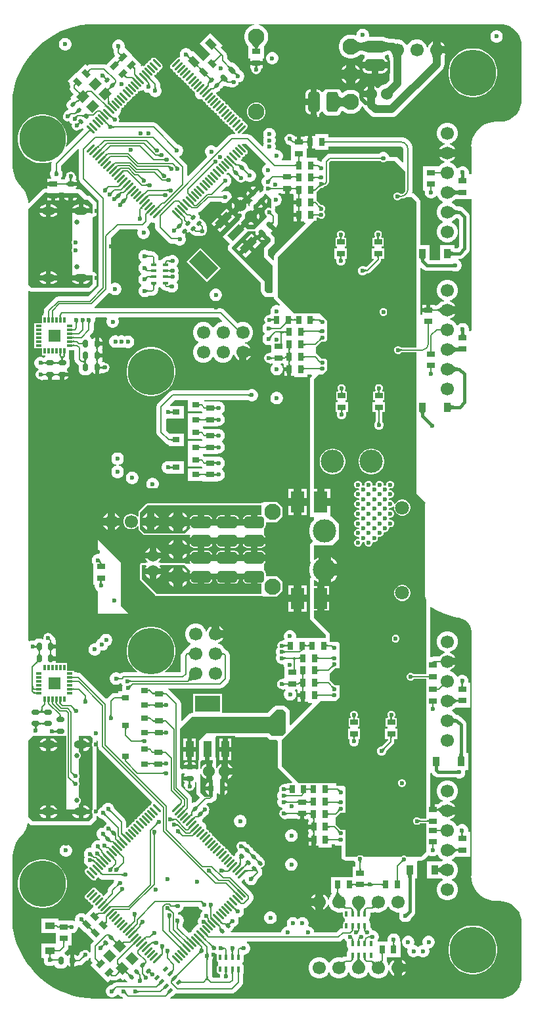
<source format=gbl>
G04*
G04 #@! TF.GenerationSoftware,Altium Limited,Altium Designer,21.8.1 (53)*
G04*
G04 Layer_Physical_Order=6*
G04 Layer_Color=16711680*
%FSLAX44Y44*%
%MOMM*%
G71*
G04*
G04 #@! TF.SameCoordinates,C657CB42-8F9E-4DD2-80ED-FFB10F84DBA6*
G04*
G04*
G04 #@! TF.FilePolarity,Positive*
G04*
G01*
G75*
%ADD12C,0.2000*%
G04:AMPARAMS|DCode=19|XSize=0.4mm|YSize=0.7mm|CornerRadius=0.1mm|HoleSize=0mm|Usage=FLASHONLY|Rotation=90.000|XOffset=0mm|YOffset=0mm|HoleType=Round|Shape=RoundedRectangle|*
%AMROUNDEDRECTD19*
21,1,0.4000,0.5000,0,0,90.0*
21,1,0.2000,0.7000,0,0,90.0*
1,1,0.2000,0.2500,0.1000*
1,1,0.2000,0.2500,-0.1000*
1,1,0.2000,-0.2500,-0.1000*
1,1,0.2000,-0.2500,0.1000*
%
%ADD19ROUNDEDRECTD19*%
%ADD20R,0.7000X1.0000*%
G04:AMPARAMS|DCode=21|XSize=1.5mm|YSize=2.6mm|CornerRadius=0.375mm|HoleSize=0mm|Usage=FLASHONLY|Rotation=0.000|XOffset=0mm|YOffset=0mm|HoleType=Round|Shape=RoundedRectangle|*
%AMROUNDEDRECTD21*
21,1,1.5000,1.8500,0,0,0.0*
21,1,0.7500,2.6000,0,0,0.0*
1,1,0.7500,0.3750,-0.9250*
1,1,0.7500,-0.3750,-0.9250*
1,1,0.7500,-0.3750,0.9250*
1,1,0.7500,0.3750,0.9250*
%
%ADD21ROUNDEDRECTD21*%
G04:AMPARAMS|DCode=22|XSize=0.7mm|YSize=1mm|CornerRadius=0.175mm|HoleSize=0mm|Usage=FLASHONLY|Rotation=0.000|XOffset=0mm|YOffset=0mm|HoleType=Round|Shape=RoundedRectangle|*
%AMROUNDEDRECTD22*
21,1,0.7000,0.6500,0,0,0.0*
21,1,0.3500,1.0000,0,0,0.0*
1,1,0.3500,0.1750,-0.3250*
1,1,0.3500,-0.1750,-0.3250*
1,1,0.3500,-0.1750,0.3250*
1,1,0.3500,0.1750,0.3250*
%
%ADD22ROUNDEDRECTD22*%
G04:AMPARAMS|DCode=23|XSize=0.7mm|YSize=1mm|CornerRadius=0.175mm|HoleSize=0mm|Usage=FLASHONLY|Rotation=270.000|XOffset=0mm|YOffset=0mm|HoleType=Round|Shape=RoundedRectangle|*
%AMROUNDEDRECTD23*
21,1,0.7000,0.6500,0,0,270.0*
21,1,0.3500,1.0000,0,0,270.0*
1,1,0.3500,-0.3250,-0.1750*
1,1,0.3500,-0.3250,0.1750*
1,1,0.3500,0.3250,0.1750*
1,1,0.3500,0.3250,-0.1750*
%
%ADD23ROUNDEDRECTD23*%
%ADD28R,0.9000X1.2000*%
%ADD29R,1.2000X0.9000*%
%ADD30R,1.0000X0.7000*%
G04:AMPARAMS|DCode=32|XSize=0.4mm|YSize=0.7mm|CornerRadius=0.1mm|HoleSize=0mm|Usage=FLASHONLY|Rotation=180.000|XOffset=0mm|YOffset=0mm|HoleType=Round|Shape=RoundedRectangle|*
%AMROUNDEDRECTD32*
21,1,0.4000,0.5000,0,0,180.0*
21,1,0.2000,0.7000,0,0,180.0*
1,1,0.2000,-0.1000,0.2500*
1,1,0.2000,0.1000,0.2500*
1,1,0.2000,0.1000,-0.2500*
1,1,0.2000,-0.1000,-0.2500*
%
%ADD32ROUNDEDRECTD32*%
%ADD59C,2.1000*%
%ADD62C,1.0000*%
%ADD63C,1.7000*%
%ADD64C,1.8000*%
%ADD65C,3.0000*%
%ADD66O,1.8000X1.0000*%
%ADD67C,0.6500*%
%ADD68C,1.5240*%
%ADD69C,6.0000*%
%ADD70C,0.6000*%
%ADD72C,0.3810*%
G04:AMPARAMS|DCode=73|XSize=0.5mm|YSize=0.6mm|CornerRadius=0.125mm|HoleSize=0mm|Usage=FLASHONLY|Rotation=135.000|XOffset=0mm|YOffset=0mm|HoleType=Round|Shape=RoundedRectangle|*
%AMROUNDEDRECTD73*
21,1,0.5000,0.3500,0,0,135.0*
21,1,0.2500,0.6000,0,0,135.0*
1,1,0.2500,0.0354,0.2121*
1,1,0.2500,0.2121,0.0354*
1,1,0.2500,-0.0354,-0.2121*
1,1,0.2500,-0.2121,-0.0354*
%
%ADD73ROUNDEDRECTD73*%
G04:AMPARAMS|DCode=74|XSize=3.3mm|YSize=2.15mm|CornerRadius=0mm|HoleSize=0mm|Usage=FLASHONLY|Rotation=135.000|XOffset=0mm|YOffset=0mm|HoleType=Round|Shape=Rectangle|*
%AMROTATEDRECTD74*
4,1,4,1.9269,-0.4066,0.4066,-1.9269,-1.9269,0.4066,-0.4066,1.9269,1.9269,-0.4066,0.0*
%
%ADD74ROTATEDRECTD74*%

G04:AMPARAMS|DCode=75|XSize=1mm|YSize=2.15mm|CornerRadius=0mm|HoleSize=0mm|Usage=FLASHONLY|Rotation=135.000|XOffset=0mm|YOffset=0mm|HoleType=Round|Shape=Rectangle|*
%AMROTATEDRECTD75*
4,1,4,1.1137,0.4066,-0.4066,-1.1137,-1.1137,-0.4066,0.4066,1.1137,1.1137,0.4066,0.0*
%
%ADD75ROTATEDRECTD75*%

%ADD76R,1.8000X2.8000*%
G04:AMPARAMS|DCode=77|XSize=0.3mm|YSize=1.5mm|CornerRadius=0mm|HoleSize=0mm|Usage=FLASHONLY|Rotation=315.000|XOffset=0mm|YOffset=0mm|HoleType=Round|Shape=Round|*
%AMOVALD77*
21,1,1.2000,0.3000,0.0000,0.0000,45.0*
1,1,0.3000,-0.4243,-0.4243*
1,1,0.3000,0.4243,0.4243*
%
%ADD77OVALD77*%

G04:AMPARAMS|DCode=78|XSize=0.3mm|YSize=1.5mm|CornerRadius=0mm|HoleSize=0mm|Usage=FLASHONLY|Rotation=45.000|XOffset=0mm|YOffset=0mm|HoleType=Round|Shape=Round|*
%AMOVALD78*
21,1,1.2000,0.3000,0.0000,0.0000,135.0*
1,1,0.3000,0.4243,-0.4243*
1,1,0.3000,-0.4243,0.4243*
%
%ADD78OVALD78*%

G04:AMPARAMS|DCode=79|XSize=1.5mm|YSize=2.6mm|CornerRadius=0.375mm|HoleSize=0mm|Usage=FLASHONLY|Rotation=270.000|XOffset=0mm|YOffset=0mm|HoleType=Round|Shape=RoundedRectangle|*
%AMROUNDEDRECTD79*
21,1,1.5000,1.8500,0,0,270.0*
21,1,0.7500,2.6000,0,0,270.0*
1,1,0.7500,-0.9250,-0.3750*
1,1,0.7500,-0.9250,0.3750*
1,1,0.7500,0.9250,0.3750*
1,1,0.7500,0.9250,-0.3750*
%
%ADD79ROUNDEDRECTD79*%
G04:AMPARAMS|DCode=80|XSize=0.7mm|YSize=1mm|CornerRadius=0.175mm|HoleSize=0mm|Usage=FLASHONLY|Rotation=315.000|XOffset=0mm|YOffset=0mm|HoleType=Round|Shape=RoundedRectangle|*
%AMROUNDEDRECTD80*
21,1,0.7000,0.6500,0,0,315.0*
21,1,0.3500,1.0000,0,0,315.0*
1,1,0.3500,-0.1061,-0.3536*
1,1,0.3500,-0.3536,-0.1061*
1,1,0.3500,0.1061,0.3536*
1,1,0.3500,0.3536,0.1061*
%
%ADD80ROUNDEDRECTD80*%
G04:AMPARAMS|DCode=81|XSize=0.7mm|YSize=1mm|CornerRadius=0.175mm|HoleSize=0mm|Usage=FLASHONLY|Rotation=225.000|XOffset=0mm|YOffset=0mm|HoleType=Round|Shape=RoundedRectangle|*
%AMROUNDEDRECTD81*
21,1,0.7000,0.6500,0,0,225.0*
21,1,0.3500,1.0000,0,0,225.0*
1,1,0.3500,-0.3536,0.1061*
1,1,0.3500,-0.1061,0.3536*
1,1,0.3500,0.3536,-0.1061*
1,1,0.3500,0.1061,-0.3536*
%
%ADD81ROUNDEDRECTD81*%
G04:AMPARAMS|DCode=82|XSize=0.5mm|YSize=0.6mm|CornerRadius=0.125mm|HoleSize=0mm|Usage=FLASHONLY|Rotation=45.000|XOffset=0mm|YOffset=0mm|HoleType=Round|Shape=RoundedRectangle|*
%AMROUNDEDRECTD82*
21,1,0.5000,0.3500,0,0,45.0*
21,1,0.2500,0.6000,0,0,45.0*
1,1,0.2500,0.2121,-0.0354*
1,1,0.2500,0.0354,-0.2121*
1,1,0.2500,-0.2121,0.0354*
1,1,0.2500,-0.0354,0.2121*
%
%ADD82ROUNDEDRECTD82*%
G04:AMPARAMS|DCode=83|XSize=1.3mm|YSize=1.1mm|CornerRadius=0mm|HoleSize=0mm|Usage=FLASHONLY|Rotation=225.000|XOffset=0mm|YOffset=0mm|HoleType=Round|Shape=Rectangle|*
%AMROTATEDRECTD83*
4,1,4,0.0707,0.8485,0.8485,0.0707,-0.0707,-0.8485,-0.8485,-0.0707,0.0707,0.8485,0.0*
%
%ADD83ROTATEDRECTD83*%

G04:AMPARAMS|DCode=84|XSize=1.3mm|YSize=1.1mm|CornerRadius=0mm|HoleSize=0mm|Usage=FLASHONLY|Rotation=135.000|XOffset=0mm|YOffset=0mm|HoleType=Round|Shape=Rectangle|*
%AMROTATEDRECTD84*
4,1,4,0.8485,-0.0707,0.0707,-0.8485,-0.8485,0.0707,-0.0707,0.8485,0.8485,-0.0707,0.0*
%
%ADD84ROTATEDRECTD84*%

%ADD85R,0.9500X0.6500*%
G04:AMPARAMS|DCode=86|XSize=0.9mm|YSize=1.2mm|CornerRadius=0mm|HoleSize=0mm|Usage=FLASHONLY|Rotation=225.000|XOffset=0mm|YOffset=0mm|HoleType=Round|Shape=Rectangle|*
%AMROTATEDRECTD86*
4,1,4,-0.1061,0.7425,0.7425,-0.1061,0.1061,-0.7425,-0.7425,0.1061,-0.1061,0.7425,0.0*
%
%ADD86ROTATEDRECTD86*%

G04:AMPARAMS|DCode=87|XSize=0.4mm|YSize=0.7mm|CornerRadius=0.1mm|HoleSize=0mm|Usage=FLASHONLY|Rotation=135.000|XOffset=0mm|YOffset=0mm|HoleType=Round|Shape=RoundedRectangle|*
%AMROUNDEDRECTD87*
21,1,0.4000,0.5000,0,0,135.0*
21,1,0.2000,0.7000,0,0,135.0*
1,1,0.2000,0.1061,0.2475*
1,1,0.2000,0.2475,0.1061*
1,1,0.2000,-0.1061,-0.2475*
1,1,0.2000,-0.2475,-0.1061*
%
%ADD87ROUNDEDRECTD87*%
G04:AMPARAMS|DCode=88|XSize=0.7mm|YSize=1mm|CornerRadius=0mm|HoleSize=0mm|Usage=FLASHONLY|Rotation=315.000|XOffset=0mm|YOffset=0mm|HoleType=Round|Shape=Rectangle|*
%AMROTATEDRECTD88*
4,1,4,-0.6010,-0.1061,0.1061,0.6010,0.6010,0.1061,-0.1061,-0.6010,-0.6010,-0.1061,0.0*
%
%ADD88ROTATEDRECTD88*%

G04:AMPARAMS|DCode=89|XSize=0.7mm|YSize=1mm|CornerRadius=0mm|HoleSize=0mm|Usage=FLASHONLY|Rotation=225.000|XOffset=0mm|YOffset=0mm|HoleType=Round|Shape=Rectangle|*
%AMROTATEDRECTD89*
4,1,4,-0.1061,0.6010,0.6010,-0.1061,0.1061,-0.6010,-0.6010,0.1061,-0.1061,0.6010,0.0*
%
%ADD89ROTATEDRECTD89*%

%ADD90R,1.0000X2.1500*%
%ADD91R,3.3000X2.1500*%
%ADD92R,0.8000X0.3000*%
%ADD93R,0.3000X0.8000*%
%ADD94R,1.5000X1.5000*%
%ADD95R,1.5000X1.5000*%
%ADD96C,0.4000*%
G36*
X263282Y1228926D02*
X263205Y1228762D01*
X263171Y1228584D01*
X263179Y1228392D01*
X263231Y1228185D01*
X263325Y1227963D01*
X263462Y1227727D01*
X263642Y1227477D01*
X263865Y1227211D01*
X264131Y1226931D01*
X262717Y1225517D01*
X262437Y1225783D01*
X262172Y1226006D01*
X261921Y1226186D01*
X261685Y1226323D01*
X261463Y1226417D01*
X261256Y1226469D01*
X261064Y1226477D01*
X260886Y1226443D01*
X260723Y1226366D01*
X260574Y1226246D01*
X263402Y1229074D01*
X263282Y1228926D01*
D02*
G37*
G36*
X140391Y1227389D02*
X140204Y1227163D01*
X140039Y1226931D01*
X139896Y1226692D01*
X139775Y1226447D01*
X139676Y1226195D01*
X139599Y1225937D01*
X139544Y1225671D01*
X139511Y1225400D01*
X139500Y1225122D01*
X137500D01*
X137489Y1225400D01*
X137456Y1225671D01*
X137401Y1225937D01*
X137324Y1226195D01*
X137225Y1226447D01*
X137104Y1226692D01*
X136961Y1226931D01*
X136796Y1227163D01*
X136609Y1227389D01*
X136400Y1227608D01*
X140600D01*
X140391Y1227389D01*
D02*
G37*
G36*
X322144Y1232789D02*
X319286Y1229533D01*
X318587Y1228576D01*
X318016Y1227682D01*
X317572Y1226853D01*
X317341Y1226296D01*
X317360Y1226264D01*
X317490Y1226122D01*
X317640Y1226020D01*
X317810Y1225959D01*
X318000Y1225939D01*
X317214D01*
X317064Y1225386D01*
X317000Y1224748D01*
X315000D01*
X314937Y1225386D01*
X314786Y1225939D01*
X314000D01*
X314190Y1225959D01*
X314360Y1226020D01*
X314510Y1226122D01*
X314640Y1226264D01*
X314659Y1226296D01*
X314429Y1226853D01*
X313984Y1227682D01*
X313412Y1228576D01*
X312714Y1229533D01*
X310936Y1231640D01*
X309856Y1232789D01*
X308650Y1234001D01*
X323350D01*
X322144Y1232789D01*
D02*
G37*
G36*
X141531Y1219934D02*
X141797Y1219711D01*
X142047Y1219531D01*
X142283Y1219394D01*
X142505Y1219300D01*
X142712Y1219248D01*
X142904Y1219240D01*
X143082Y1219274D01*
X143245Y1219351D01*
X143394Y1219471D01*
X140566Y1216643D01*
X140686Y1216791D01*
X140763Y1216955D01*
X140797Y1217132D01*
X140789Y1217325D01*
X140737Y1217532D01*
X140643Y1217753D01*
X140506Y1217990D01*
X140326Y1218240D01*
X140103Y1218506D01*
X139837Y1218785D01*
X141251Y1220200D01*
X141531Y1219934D01*
D02*
G37*
G36*
X228507Y1218667D02*
X228534Y1218376D01*
X228582Y1218095D01*
X228649Y1217825D01*
X228737Y1217566D01*
X228845Y1217318D01*
X228974Y1217081D01*
X229122Y1216854D01*
X229291Y1216639D01*
X229480Y1216434D01*
X228066Y1215020D01*
X227861Y1215209D01*
X227646Y1215378D01*
X227419Y1215526D01*
X227182Y1215655D01*
X226934Y1215763D01*
X226675Y1215851D01*
X226405Y1215918D01*
X226124Y1215966D01*
X225833Y1215993D01*
X225530Y1216000D01*
X228500Y1218970D01*
X228507Y1218667D01*
D02*
G37*
G36*
X230562Y1215366D02*
X230824Y1215147D01*
X231071Y1214970D01*
X231304Y1214836D01*
X231524Y1214744D01*
X231729Y1214695D01*
X231920Y1214688D01*
X232097Y1214723D01*
X232259Y1214801D01*
X232408Y1214921D01*
X229579Y1212092D01*
X229699Y1212241D01*
X229777Y1212403D01*
X229813Y1212580D01*
X229806Y1212771D01*
X229756Y1212976D01*
X229664Y1213195D01*
X229530Y1213429D01*
X229353Y1213676D01*
X229134Y1213938D01*
X228872Y1214214D01*
X230286Y1215628D01*
X230562Y1215366D01*
D02*
G37*
G36*
X142294Y1210678D02*
X142145Y1210799D01*
X141982Y1210876D01*
X141806Y1210912D01*
X141615Y1210905D01*
X141410Y1210855D01*
X141191Y1210763D01*
X140957Y1210629D01*
X140710Y1210452D01*
X140448Y1210233D01*
X140172Y1209971D01*
X138758Y1211385D01*
X139020Y1211661D01*
X139239Y1211923D01*
X139416Y1212170D01*
X139550Y1212404D01*
X139642Y1212623D01*
X139691Y1212828D01*
X139699Y1213019D01*
X139663Y1213196D01*
X139585Y1213358D01*
X139465Y1213507D01*
X142294Y1210678D01*
D02*
G37*
G36*
X263342Y1209999D02*
X263077Y1209719D01*
X262854Y1209454D01*
X262674Y1209203D01*
X262537Y1208967D01*
X262442Y1208746D01*
X262391Y1208539D01*
X262382Y1208346D01*
X262417Y1208168D01*
X262494Y1208005D01*
X262614Y1207856D01*
X259785Y1210685D01*
X259934Y1210565D01*
X260097Y1210488D01*
X260275Y1210453D01*
X260468Y1210462D01*
X260675Y1210513D01*
X260896Y1210608D01*
X261132Y1210745D01*
X261383Y1210925D01*
X261648Y1211148D01*
X261928Y1211413D01*
X263342Y1209999D01*
D02*
G37*
G36*
X630064Y1258024D02*
Y1258023D01*
X634437Y1257678D01*
X638703Y1256654D01*
X642757Y1254975D01*
X646497Y1252683D01*
X649834Y1249834D01*
X652683Y1246497D01*
X654975Y1242757D01*
X656654Y1238703D01*
X657679Y1234437D01*
X658023Y1230063D01*
X658023Y1230063D01*
X658023D01*
X658024Y1228793D01*
X658024Y1160064D01*
X658024Y1160063D01*
X658023D01*
X657678Y1155690D01*
X656654Y1151424D01*
X654975Y1147370D01*
X652683Y1143630D01*
X649834Y1140293D01*
X646497Y1137444D01*
X642757Y1135152D01*
X638703Y1133473D01*
X634437Y1132449D01*
X630064Y1132104D01*
Y1132103D01*
X630063Y1132103D01*
X625214D01*
X625214Y1132103D01*
Y1132162D01*
X620192Y1131767D01*
X615294Y1130591D01*
X610641Y1128664D01*
X606346Y1126032D01*
X602516Y1122761D01*
X599245Y1118931D01*
X596613Y1114636D01*
X594686Y1109983D01*
X593510Y1105085D01*
X593115Y1100063D01*
X593174D01*
Y1064731D01*
X592000Y1064500D01*
Y1064500D01*
X590722D01*
X589949Y1065508D01*
X590000Y1065697D01*
Y1067803D01*
X589455Y1069838D01*
X588402Y1071662D01*
X586912Y1073152D01*
X585088Y1074205D01*
X583053Y1074750D01*
X580947D01*
X578912Y1074205D01*
X577088Y1073152D01*
X576024Y1072088D01*
X575796Y1072030D01*
X574695Y1072177D01*
X574495Y1072291D01*
X573016Y1074853D01*
X570503Y1077366D01*
X567424Y1079144D01*
X565566Y1079641D01*
Y1080956D01*
X566652Y1081247D01*
X569275Y1082761D01*
X571416Y1084902D01*
X572606Y1086964D01*
X562214D01*
X551821D01*
X553011Y1084902D01*
X555152Y1082761D01*
X557775Y1081247D01*
X558861Y1080956D01*
Y1079641D01*
X557003Y1079144D01*
X553924Y1077366D01*
X552257Y1075699D01*
X551250Y1075063D01*
X531250D01*
Y1058064D01*
Y1043064D01*
X532667D01*
X533250Y1042303D01*
Y1040197D01*
X533795Y1038162D01*
X534848Y1036338D01*
X536338Y1034848D01*
X538162Y1033795D01*
X540197Y1033250D01*
X542303D01*
X544338Y1033795D01*
X546162Y1034848D01*
X547652Y1036338D01*
X548037Y1037005D01*
X549400Y1036826D01*
X549633Y1035953D01*
X551411Y1032874D01*
X553924Y1030361D01*
X555941Y1029197D01*
Y1027730D01*
X553924Y1026566D01*
X551411Y1024053D01*
X549633Y1020974D01*
X548713Y1017541D01*
Y1013986D01*
X549633Y1010553D01*
X551411Y1007474D01*
X553924Y1004961D01*
X555941Y1003797D01*
Y1002330D01*
X553924Y1001166D01*
X551411Y998653D01*
X549633Y995574D01*
X548713Y992141D01*
Y988586D01*
X549633Y985153D01*
X551411Y982074D01*
X553924Y979561D01*
X557003Y977784D01*
X560436Y976863D01*
X563991D01*
X567424Y977784D01*
X570503Y979561D01*
X573016Y982074D01*
X574794Y985153D01*
X575714Y988586D01*
Y992141D01*
X574794Y995574D01*
X573016Y998653D01*
X570503Y1001166D01*
X568486Y1002330D01*
Y1003797D01*
X570503Y1004961D01*
X571450Y1005908D01*
X571842Y1006163D01*
X572522Y1006825D01*
X573082Y1007319D01*
X573596Y1007725D01*
X574061Y1008046D01*
X574468Y1008288D01*
X574813Y1008457D01*
X575091Y1008564D01*
X575177Y1008588D01*
X577190Y1006575D01*
Y971424D01*
X575075Y969310D01*
X571713D01*
Y973250D01*
X552714D01*
Y954060D01*
X539714D01*
Y973250D01*
X527598D01*
Y1029000D01*
X527210Y1030951D01*
X526105Y1032605D01*
X519855Y1038855D01*
X518201Y1039960D01*
X517491Y1040101D01*
X516838Y1041190D01*
X517037Y1041846D01*
X517276Y1044274D01*
X517368Y1044735D01*
Y1097254D01*
X517276Y1097714D01*
X517037Y1100145D01*
X516193Y1102924D01*
X514824Y1105486D01*
X512981Y1107731D01*
X510736Y1109574D01*
X508174Y1110943D01*
X505395Y1111787D01*
X502964Y1112026D01*
X502504Y1112117D01*
X408750D01*
Y1116000D01*
X391750D01*
Y1115270D01*
X391750Y1114000D01*
X387900D01*
Y1106000D01*
Y1098000D01*
X391750D01*
X391750Y1096730D01*
Y1096000D01*
X408750D01*
Y1099883D01*
X502504D01*
X502609Y1099903D01*
X503526Y1099721D01*
X504392Y1099142D01*
X504971Y1098276D01*
X505153Y1097359D01*
X505132Y1097254D01*
Y1080236D01*
X503959Y1079750D01*
X498355Y1085355D01*
X496701Y1086460D01*
X494750Y1086848D01*
X487537D01*
X487205Y1088088D01*
X486152Y1089912D01*
X484662Y1091402D01*
X482838Y1092455D01*
X480803Y1093000D01*
X478697D01*
X476662Y1092455D01*
X474838Y1091402D01*
X474554Y1091117D01*
X410500D01*
X408159Y1090652D01*
X406174Y1089326D01*
X402174Y1085326D01*
X400848Y1083341D01*
X400469Y1081433D01*
X399485Y1080867D01*
X399113Y1080812D01*
X397856Y1081652D01*
X395515Y1082117D01*
X394500D01*
Y1086000D01*
X381000D01*
Y1098000D01*
X382600D01*
Y1106000D01*
Y1114000D01*
X378750D01*
Y1113683D01*
X378485Y1113372D01*
X378036Y1113042D01*
X377480Y1112855D01*
X377417Y1112888D01*
X376688Y1112955D01*
X375970Y1113098D01*
X375705Y1113045D01*
X375436Y1113070D01*
X374737Y1112853D01*
X374019Y1112710D01*
X373794Y1112560D01*
X373650Y1112515D01*
Y1106000D01*
X368350D01*
Y1112523D01*
X368240Y1112558D01*
X368012Y1112710D01*
X367298Y1112852D01*
X366603Y1113069D01*
X366330Y1113045D01*
X366061Y1113098D01*
X366020Y1113090D01*
X365875Y1113296D01*
X365355Y1114075D01*
X365305Y1114108D01*
X365270Y1114158D01*
X364479Y1114660D01*
X363701Y1115180D01*
X363642Y1115192D01*
X363591Y1115224D01*
X362668Y1115385D01*
X362056Y1115507D01*
X361091Y1116152D01*
X358750Y1116618D01*
X356409Y1116152D01*
X354424Y1114826D01*
X353098Y1112841D01*
X352632Y1110500D01*
X353098Y1108159D01*
X353743Y1107194D01*
X353865Y1106582D01*
X354026Y1105659D01*
X354058Y1105608D01*
X354070Y1105549D01*
X354591Y1104770D01*
X355092Y1103980D01*
X355142Y1103945D01*
X355175Y1103895D01*
X355954Y1103375D01*
X356720Y1102837D01*
X356779Y1102824D01*
X356829Y1102790D01*
X357748Y1102607D01*
X358061Y1102538D01*
X358924Y1101674D01*
X360522Y1100607D01*
X361000Y1099500D01*
X361000Y1099500D01*
X361000Y1099500D01*
Y1082500D01*
X359888Y1082117D01*
X349314D01*
X348825Y1083388D01*
X349705Y1084912D01*
X350250Y1086947D01*
Y1089053D01*
X349705Y1091088D01*
X348652Y1092912D01*
X347162Y1094402D01*
X345338Y1095455D01*
X343303Y1096000D01*
X341395D01*
X340917Y1096463D01*
X340514Y1097132D01*
X341000Y1098947D01*
Y1101053D01*
X340455Y1103088D01*
X339928Y1104000D01*
X340455Y1104912D01*
X341000Y1106947D01*
Y1109053D01*
X340455Y1111088D01*
X339928Y1112000D01*
X340455Y1112912D01*
X341000Y1114947D01*
Y1117053D01*
X340455Y1119088D01*
X339402Y1120912D01*
X337912Y1122402D01*
X336088Y1123455D01*
X334053Y1124000D01*
X331947D01*
X329912Y1123455D01*
X328088Y1122402D01*
X326598Y1120912D01*
X325545Y1119088D01*
X325000Y1117053D01*
Y1114947D01*
X325545Y1112912D01*
X326072Y1112000D01*
X325545Y1111088D01*
X325000Y1109053D01*
Y1106947D01*
X325545Y1104912D01*
X326072Y1104000D01*
X325545Y1103088D01*
X325000Y1101053D01*
Y1100698D01*
X323730Y1100172D01*
X309576Y1114326D01*
X307591Y1115652D01*
X305250Y1116117D01*
X297616D01*
X297130Y1117291D01*
X303993Y1124154D01*
X304767Y1125311D01*
X305038Y1126677D01*
X304767Y1128043D01*
X303993Y1129200D01*
X302836Y1129974D01*
X301497Y1130240D01*
X301231Y1131578D01*
X300458Y1132736D01*
X299300Y1133510D01*
X297962Y1133776D01*
X297696Y1135114D01*
X296922Y1136271D01*
X295764Y1137045D01*
X294426Y1137311D01*
X294160Y1138649D01*
X293387Y1139807D01*
X292229Y1140581D01*
X290891Y1140847D01*
X290625Y1142185D01*
X289851Y1143343D01*
X288693Y1144116D01*
X287355Y1144382D01*
X287089Y1145720D01*
X286315Y1146878D01*
X285158Y1147652D01*
X283820Y1147918D01*
X283554Y1149256D01*
X282780Y1150414D01*
X281622Y1151187D01*
X280284Y1151453D01*
X280018Y1152791D01*
X279244Y1153949D01*
X278087Y1154723D01*
X276749Y1154989D01*
X276483Y1156327D01*
X275709Y1157485D01*
X274551Y1158258D01*
X273213Y1158524D01*
X272947Y1159863D01*
X272173Y1161020D01*
X271016Y1161794D01*
X269678Y1162060D01*
X269411Y1163398D01*
X268638Y1164556D01*
X267480Y1165329D01*
X266142Y1165595D01*
X265876Y1166934D01*
X265102Y1168091D01*
X264495Y1168497D01*
X264411Y1169968D01*
X265411Y1170636D01*
X265848Y1170780D01*
X266522Y1170915D01*
X266784Y1171090D01*
X267084Y1171189D01*
X267604Y1171638D01*
X268176Y1172020D01*
X268351Y1172282D01*
X268590Y1172488D01*
X268899Y1173102D01*
X269281Y1173673D01*
X269342Y1173983D01*
X269484Y1174265D01*
X269501Y1174498D01*
X269735Y1174516D01*
X270017Y1174658D01*
X270326Y1174719D01*
X270898Y1175101D01*
X271512Y1175410D01*
X271718Y1175649D01*
X271980Y1175824D01*
X272362Y1176396D01*
X272811Y1176916D01*
X272910Y1177216D01*
X273085Y1177478D01*
X273167Y1177888D01*
X273393Y1178133D01*
X273754Y1178374D01*
X274529Y1178596D01*
X274578Y1178564D01*
X275263Y1178437D01*
X275741Y1178287D01*
X276734Y1177624D01*
X279075Y1177158D01*
X282122D01*
X282393Y1176986D01*
X283172Y1176466D01*
X283231Y1176454D01*
X283282Y1176422D01*
X284204Y1176261D01*
X285123Y1176078D01*
X285182Y1176090D01*
X285241Y1176079D01*
X286155Y1176283D01*
X287074Y1176466D01*
X287124Y1176499D01*
X287183Y1176513D01*
X287949Y1177051D01*
X288468Y1177397D01*
X289606Y1177624D01*
X291591Y1178950D01*
X292917Y1180935D01*
X293278Y1182750D01*
X293553D01*
X295588Y1183295D01*
X297412Y1184348D01*
X298902Y1185838D01*
X299955Y1187662D01*
X300500Y1189697D01*
Y1191803D01*
X299955Y1193838D01*
X298902Y1195662D01*
X297412Y1197152D01*
X295588Y1198205D01*
X294984Y1198366D01*
X294860Y1199308D01*
X294180Y1200950D01*
X293098Y1202360D01*
X288502Y1206956D01*
X287092Y1208038D01*
X285450Y1208718D01*
X283688Y1208950D01*
X283130Y1208877D01*
X278480Y1213527D01*
Y1217286D01*
X278015Y1219627D01*
X276688Y1221611D01*
X269892Y1228407D01*
X272284Y1230799D01*
X256728Y1246355D01*
X243293Y1232920D01*
X257000Y1219213D01*
X247808Y1210021D01*
X234100Y1223728D01*
X233512Y1223139D01*
X232252Y1223305D01*
X231902Y1223912D01*
X230412Y1225402D01*
X228588Y1226455D01*
X226553Y1227000D01*
X224447D01*
X222412Y1226455D01*
X220588Y1225402D01*
X219098Y1223912D01*
X218045Y1222088D01*
X217500Y1220053D01*
Y1217947D01*
X217989Y1216120D01*
X217612Y1215493D01*
X217104Y1215001D01*
X216617Y1215098D01*
X215251Y1214827D01*
X214094Y1214053D01*
X205608Y1205568D01*
X204835Y1204410D01*
X204563Y1203045D01*
X204835Y1201679D01*
X205608Y1200521D01*
X206766Y1199748D01*
X208104Y1199482D01*
X208370Y1198143D01*
X209144Y1196986D01*
X210302Y1196212D01*
X211640Y1195946D01*
X211906Y1194608D01*
X212679Y1193450D01*
X213837Y1192677D01*
X215175Y1192410D01*
X215441Y1191072D01*
X216215Y1189915D01*
X217373Y1189141D01*
X218711Y1188875D01*
X218977Y1187537D01*
X219750Y1186379D01*
X220908Y1185605D01*
X222246Y1185339D01*
X222512Y1184001D01*
X223286Y1182843D01*
X224444Y1182070D01*
X225782Y1181804D01*
X226048Y1180466D01*
X226822Y1179308D01*
X227979Y1178534D01*
X229317Y1178268D01*
X229584Y1176930D01*
X230357Y1175772D01*
X231515Y1174999D01*
X232853Y1174733D01*
X233119Y1173395D01*
X233893Y1172237D01*
X235050Y1171463D01*
X236388Y1171197D01*
X236655Y1169859D01*
X237124Y1169156D01*
X236931Y1167689D01*
X237154Y1165992D01*
X237809Y1164411D01*
X238851Y1163053D01*
X240209Y1162011D01*
X241790Y1161357D01*
X243487Y1161133D01*
X244954Y1161326D01*
X245657Y1160857D01*
X246995Y1160591D01*
X247261Y1159252D01*
X248035Y1158095D01*
X249193Y1157321D01*
X250531Y1157055D01*
X250797Y1155717D01*
X251570Y1154559D01*
X252728Y1153786D01*
X254066Y1153520D01*
X254332Y1152181D01*
X255106Y1151024D01*
X256264Y1150250D01*
X257602Y1149984D01*
X257868Y1148646D01*
X258641Y1147488D01*
X259799Y1146715D01*
X261137Y1146449D01*
X261403Y1145110D01*
X262177Y1143953D01*
X263335Y1143179D01*
X264673Y1142913D01*
X264939Y1141575D01*
X265712Y1140417D01*
X266870Y1139644D01*
X268208Y1139377D01*
X268474Y1138039D01*
X269248Y1136882D01*
X270406Y1136108D01*
X271744Y1135842D01*
X272010Y1134504D01*
X272784Y1133346D01*
X273941Y1132572D01*
X275279Y1132306D01*
X275546Y1130968D01*
X276319Y1129810D01*
X277477Y1129037D01*
X278815Y1128771D01*
X279081Y1127433D01*
X279855Y1126275D01*
X281012Y1125501D01*
X282350Y1125235D01*
X282617Y1123897D01*
X283390Y1122739D01*
X284548Y1121966D01*
X285886Y1121700D01*
X286152Y1120362D01*
X286926Y1119204D01*
X288083Y1118430D01*
X288811Y1118286D01*
X289192Y1117204D01*
X288448Y1116117D01*
X284793D01*
X282452Y1115652D01*
X280467Y1114326D01*
X265417Y1099276D01*
X263768Y1099295D01*
X262912Y1100152D01*
X261088Y1101205D01*
X259053Y1101750D01*
X256947D01*
X254912Y1101205D01*
X253088Y1100152D01*
X251598Y1098662D01*
X250545Y1096838D01*
X250000Y1094803D01*
Y1092697D01*
X250545Y1090662D01*
X251598Y1088838D01*
X252391Y1088046D01*
X252474Y1086333D01*
X228291Y1062150D01*
X227118Y1062636D01*
Y1074000D01*
X226652Y1076341D01*
X225326Y1078326D01*
X217237Y1086414D01*
X217513Y1087935D01*
X218662Y1088598D01*
X220152Y1090088D01*
X221205Y1091912D01*
X221750Y1093947D01*
Y1096053D01*
X221205Y1098088D01*
X220152Y1099912D01*
X218662Y1101402D01*
X216838Y1102455D01*
X214803Y1103000D01*
X214401D01*
X187826Y1129576D01*
X185841Y1130902D01*
X183500Y1131367D01*
X139867D01*
X139197Y1132638D01*
X139618Y1134750D01*
X139152Y1137091D01*
X138205Y1138508D01*
X138052Y1139044D01*
X137822Y1139942D01*
X138518Y1140730D01*
X138716Y1140905D01*
X139936Y1141840D01*
X140977Y1143198D01*
X141632Y1144779D01*
X141856Y1146476D01*
X141663Y1147943D01*
X142132Y1148646D01*
X142398Y1149984D01*
X143736Y1150250D01*
X144894Y1151024D01*
X145668Y1152181D01*
X145934Y1153520D01*
X147272Y1153786D01*
X148430Y1154559D01*
X149203Y1155717D01*
X149469Y1157055D01*
X150808Y1157321D01*
X151965Y1158095D01*
X152739Y1159252D01*
X153005Y1160591D01*
X154343Y1160857D01*
X155501Y1161630D01*
X156274Y1162788D01*
X156540Y1164126D01*
X157879Y1164392D01*
X159036Y1165166D01*
X159810Y1166324D01*
X160076Y1167662D01*
X161414Y1167928D01*
X162572Y1168701D01*
X163345Y1169859D01*
X163612Y1171197D01*
X164950Y1171463D01*
X165652Y1171933D01*
X167120Y1171740D01*
X168816Y1171963D01*
X170397Y1172618D01*
X170724Y1172553D01*
X170848Y1172338D01*
X172338Y1170848D01*
X174162Y1169795D01*
X176197Y1169250D01*
X178138D01*
X178295Y1168662D01*
X179348Y1166838D01*
X180838Y1165348D01*
X182662Y1164295D01*
X184697Y1163750D01*
X186803D01*
X188838Y1164295D01*
X190662Y1165348D01*
X192152Y1166838D01*
X193205Y1168662D01*
X193750Y1170697D01*
Y1172803D01*
X193205Y1174838D01*
X192152Y1176662D01*
X191868Y1176946D01*
Y1180879D01*
X191402Y1183220D01*
X190076Y1185204D01*
X184418Y1190862D01*
X184559Y1191072D01*
X184825Y1192410D01*
X186163Y1192677D01*
X187321Y1193450D01*
X188094Y1194608D01*
X188360Y1195946D01*
X189698Y1196212D01*
X190856Y1196986D01*
X191630Y1198143D01*
X191896Y1199482D01*
X193234Y1199748D01*
X194392Y1200521D01*
X195165Y1201679D01*
X195437Y1203045D01*
X195165Y1204410D01*
X194392Y1205568D01*
X185906Y1214053D01*
X184749Y1214827D01*
X183383Y1215098D01*
X182017Y1214827D01*
X180860Y1214053D01*
X180086Y1212896D01*
X179820Y1211557D01*
X178482Y1211291D01*
X177324Y1210518D01*
X176551Y1209360D01*
X176284Y1208022D01*
X174946Y1207756D01*
X173789Y1206982D01*
X173015Y1205824D01*
X172749Y1204486D01*
X171411Y1204220D01*
X170708Y1203751D01*
X169241Y1203944D01*
X167544Y1203720D01*
X167532Y1203716D01*
X166813Y1204792D01*
X168081Y1206061D01*
X156061Y1218082D01*
X146277Y1227865D01*
X146500Y1228697D01*
Y1230803D01*
X145955Y1232838D01*
X144902Y1234662D01*
X143412Y1236152D01*
X141588Y1237205D01*
X139553Y1237750D01*
X137447D01*
X135412Y1237205D01*
X133588Y1236152D01*
X132098Y1234662D01*
X131045Y1232838D01*
X130500Y1230803D01*
Y1228697D01*
X131045Y1226662D01*
X132098Y1224838D01*
X132382Y1224554D01*
Y1221537D01*
X132848Y1219196D01*
X134095Y1217329D01*
X131312Y1214546D01*
X131312Y1214546D01*
X122287Y1205521D01*
X122091Y1205652D01*
X119750Y1206117D01*
X102500D01*
X100159Y1205652D01*
X98251Y1204377D01*
X95493Y1207135D01*
X83472Y1195114D01*
X72865Y1184507D01*
X75872Y1181501D01*
X75598Y1181091D01*
X75132Y1178750D01*
Y1175750D01*
X75598Y1173409D01*
X76924Y1171424D01*
X80522Y1167827D01*
X76452Y1163757D01*
X77171Y1163039D01*
X77010Y1161404D01*
X75848Y1160627D01*
X73373Y1158152D01*
X71991Y1156085D01*
X71506Y1153646D01*
X71991Y1151208D01*
X73373Y1149140D01*
X73473Y1149040D01*
X73312Y1147405D01*
X72382Y1146784D01*
X72311Y1146712D01*
X71997Y1146642D01*
X71079Y1146460D01*
X71029Y1146426D01*
X70970Y1146413D01*
X70204Y1145875D01*
X69425Y1145355D01*
X69392Y1145304D01*
X69342Y1145270D01*
X68840Y1144479D01*
X68320Y1143701D01*
X68308Y1143642D01*
X68276Y1143591D01*
X68115Y1142668D01*
X67993Y1142056D01*
X67348Y1141091D01*
X66883Y1138750D01*
X67348Y1136409D01*
X68674Y1134424D01*
X70659Y1133098D01*
X73000Y1132633D01*
X74538Y1132938D01*
X74545Y1132912D01*
X75598Y1131088D01*
X77088Y1129598D01*
X78713Y1128660D01*
X78383Y1127000D01*
X78848Y1124659D01*
X80174Y1122674D01*
X82159Y1121348D01*
X84500Y1120882D01*
X86841Y1121348D01*
X87806Y1121993D01*
X88418Y1122115D01*
X89341Y1122276D01*
X89392Y1122308D01*
X89451Y1122320D01*
X90230Y1122841D01*
X91020Y1123342D01*
X91054Y1123392D01*
X91105Y1123425D01*
X91328Y1123760D01*
X92567Y1123716D01*
X92763Y1123615D01*
X92852Y1123399D01*
X93822Y1122135D01*
X71484Y1099797D01*
X70371Y1100480D01*
X71088Y1102687D01*
X71863Y1107584D01*
Y1112543D01*
X71088Y1117440D01*
X69556Y1122155D01*
X67305Y1126573D01*
X64390Y1130584D01*
X60884Y1134090D01*
X56873Y1137005D01*
X52455Y1139256D01*
X47740Y1140788D01*
X42843Y1141563D01*
X37884D01*
X32987Y1140788D01*
X28272Y1139256D01*
X23854Y1137005D01*
X19843Y1134090D01*
X16337Y1130584D01*
X13422Y1126573D01*
X11171Y1122155D01*
X9639Y1117440D01*
X8863Y1112543D01*
Y1107584D01*
X9639Y1102687D01*
X11171Y1097972D01*
X13422Y1093554D01*
X16337Y1089543D01*
X19843Y1086037D01*
X23854Y1083122D01*
X28272Y1080871D01*
X32987Y1079339D01*
X37884Y1078564D01*
X42843D01*
X47740Y1079339D01*
X51363Y1080517D01*
X52456Y1079536D01*
X52132Y1077912D01*
Y1069946D01*
X51848Y1069662D01*
X50795Y1067838D01*
X50250Y1065803D01*
Y1063697D01*
X50795Y1061662D01*
X51848Y1059838D01*
X52013Y1059673D01*
X51527Y1058500D01*
X46250D01*
Y1054650D01*
X54250D01*
Y1049350D01*
X46250D01*
Y1045598D01*
X43500D01*
X41549Y1045210D01*
X39895Y1044105D01*
X23212Y1027422D01*
X22021Y1027862D01*
X21767Y1031085D01*
X20591Y1035983D01*
X18664Y1040636D01*
X16032Y1044931D01*
X12974Y1048511D01*
X12974D01*
X12924Y1048513D01*
X9329Y1052723D01*
X6214Y1057806D01*
X3933Y1063314D01*
X2541Y1069110D01*
X2082Y1074948D01*
X2103Y1075053D01*
Y1167321D01*
X2116Y1167333D01*
X2116D01*
X2314Y1168832D01*
X4352Y1178028D01*
X7185Y1187012D01*
X10790Y1195714D01*
X15139Y1204070D01*
X20200Y1212014D01*
X25935Y1219487D01*
X32299Y1226432D01*
X39244Y1232796D01*
X46717Y1238531D01*
X54661Y1243592D01*
X63017Y1247941D01*
X71719Y1251546D01*
X80703Y1254379D01*
X89899Y1256417D01*
X99238Y1257647D01*
X106673Y1257971D01*
X106673Y1257971D01*
Y1257971D01*
X106725Y1258024D01*
X313113D01*
X313238Y1256754D01*
X311479Y1256404D01*
X308658Y1255236D01*
X306119Y1253540D01*
X303960Y1251381D01*
X302264Y1248842D01*
X301096Y1246021D01*
X300500Y1243027D01*
Y1239973D01*
X301096Y1236979D01*
X302264Y1234158D01*
X303960Y1231619D01*
X304763Y1230817D01*
X305036Y1230406D01*
X306000Y1229437D01*
Y1214000D01*
X306730D01*
X308000Y1214000D01*
Y1210150D01*
X316000D01*
X324000D01*
Y1214000D01*
X325270Y1214000D01*
X326000D01*
Y1229437D01*
X326964Y1230406D01*
X327237Y1230817D01*
X328040Y1231619D01*
X329736Y1234158D01*
X330904Y1236979D01*
X331500Y1239973D01*
Y1243027D01*
X330904Y1246021D01*
X329736Y1248842D01*
X328040Y1251381D01*
X325881Y1253540D01*
X323342Y1255236D01*
X320521Y1256404D01*
X318762Y1256754D01*
X318887Y1258024D01*
X630063D01*
X630064Y1258024D01*
D02*
G37*
G36*
X139029Y1208828D02*
X138763Y1208548D01*
X138540Y1208282D01*
X138360Y1208032D01*
X138223Y1207796D01*
X138129Y1207574D01*
X138077Y1207367D01*
X138069Y1207175D01*
X138103Y1206997D01*
X138180Y1206833D01*
X138300Y1206685D01*
X135472Y1209513D01*
X135620Y1209393D01*
X135784Y1209316D01*
X135962Y1209282D01*
X136154Y1209290D01*
X136361Y1209342D01*
X136582Y1209436D01*
X136819Y1209573D01*
X137069Y1209753D01*
X137335Y1209976D01*
X137614Y1210242D01*
X139029Y1208828D01*
D02*
G37*
G36*
X240655Y1206298D02*
X240578Y1206135D01*
X240543Y1205957D01*
X240552Y1205765D01*
X240604Y1205558D01*
X240698Y1205336D01*
X240835Y1205100D01*
X241015Y1204849D01*
X241238Y1204584D01*
X241504Y1204304D01*
X240089Y1202890D01*
X239809Y1203156D01*
X239544Y1203378D01*
X239293Y1203558D01*
X239057Y1203696D01*
X238836Y1203790D01*
X238629Y1203841D01*
X238436Y1203850D01*
X238258Y1203816D01*
X238095Y1203738D01*
X237946Y1203618D01*
X240775Y1206447D01*
X240655Y1206298D01*
D02*
G37*
G36*
X280790Y1203993D02*
X281061Y1203764D01*
X281317Y1203579D01*
X281558Y1203437D01*
X281782Y1203339D01*
X281992Y1203283D01*
X282186Y1203272D01*
X282365Y1203304D01*
X282529Y1203379D01*
X282677Y1203498D01*
X279857Y1200678D01*
X279976Y1200826D01*
X280051Y1200990D01*
X280083Y1201169D01*
X280072Y1201363D01*
X280017Y1201573D01*
X279918Y1201798D01*
X279776Y1202038D01*
X279591Y1202294D01*
X279362Y1202565D01*
X279090Y1202851D01*
X280504Y1204266D01*
X280790Y1203993D01*
D02*
G37*
G36*
X158726Y1203834D02*
X158649Y1203670D01*
X158615Y1203493D01*
X158623Y1203300D01*
X158675Y1203093D01*
X158769Y1202872D01*
X158906Y1202635D01*
X159086Y1202385D01*
X159309Y1202119D01*
X159575Y1201840D01*
X158160Y1200425D01*
X157880Y1200691D01*
X157615Y1200914D01*
X157365Y1201094D01*
X157128Y1201231D01*
X156907Y1201325D01*
X156700Y1201377D01*
X156507Y1201385D01*
X156329Y1201351D01*
X156166Y1201274D01*
X156018Y1201154D01*
X158846Y1203982D01*
X158726Y1203834D01*
D02*
G37*
G36*
X244216Y1201606D02*
X244478Y1201387D01*
X244725Y1201210D01*
X244958Y1201076D01*
X245177Y1200984D01*
X245383Y1200934D01*
X245574Y1200927D01*
X245750Y1200962D01*
X245913Y1201040D01*
X246061Y1201160D01*
X243233Y1198332D01*
X243353Y1198481D01*
X243431Y1198643D01*
X243466Y1198820D01*
X243459Y1199011D01*
X243410Y1199216D01*
X243318Y1199435D01*
X243183Y1199668D01*
X243007Y1199916D01*
X242787Y1200178D01*
X242526Y1200453D01*
X243940Y1201868D01*
X244216Y1201606D01*
D02*
G37*
G36*
X101128Y1197214D02*
X100862Y1196934D01*
X100639Y1196668D01*
X100459Y1196418D01*
X100322Y1196182D01*
X100228Y1195960D01*
X100176Y1195753D01*
X100168Y1195561D01*
X100202Y1195383D01*
X100279Y1195220D01*
X100399Y1195071D01*
X97571Y1197899D01*
X97720Y1197779D01*
X97883Y1197702D01*
X98061Y1197668D01*
X98253Y1197676D01*
X98460Y1197728D01*
X98682Y1197822D01*
X98918Y1197959D01*
X99169Y1198139D01*
X99434Y1198362D01*
X99714Y1198628D01*
X101128Y1197214D01*
D02*
G37*
G36*
X289500Y1196356D02*
X289424Y1196193D01*
X289391Y1196014D01*
X289403Y1195820D01*
X289457Y1195611D01*
X289555Y1195387D01*
X289696Y1195147D01*
X289881Y1194892D01*
X290110Y1194621D01*
X290137Y1194592D01*
X290174Y1194558D01*
X290389Y1194389D01*
X290616Y1194240D01*
X290853Y1194111D01*
X291101Y1194001D01*
X291360Y1193911D01*
X291630Y1193841D01*
X291912Y1193791D01*
X292204Y1193761D01*
X292507Y1193750D01*
X289501Y1190817D01*
X289497Y1191119D01*
X289473Y1191410D01*
X289429Y1191690D01*
X289363Y1191960D01*
X289277Y1192219D01*
X289170Y1192467D01*
X289043Y1192704D01*
X288895Y1192931D01*
X288727Y1193146D01*
X288697Y1193178D01*
X288680Y1193194D01*
X288409Y1193423D01*
X288153Y1193609D01*
X287912Y1193752D01*
X287686Y1193851D01*
X287476Y1193906D01*
X287281Y1193919D01*
X287102Y1193887D01*
X286937Y1193812D01*
X286789Y1193694D01*
X289619Y1196504D01*
X289500Y1196356D01*
D02*
G37*
G36*
X252751Y1193809D02*
X252674Y1193645D01*
X252640Y1193467D01*
X252648Y1193275D01*
X252700Y1193068D01*
X252794Y1192847D01*
X252931Y1192610D01*
X253111Y1192360D01*
X253334Y1192094D01*
X253600Y1191814D01*
X252186Y1190400D01*
X251906Y1190666D01*
X251640Y1190889D01*
X251390Y1191069D01*
X251154Y1191206D01*
X250932Y1191300D01*
X250725Y1191352D01*
X250532Y1191360D01*
X250355Y1191326D01*
X250191Y1191249D01*
X250043Y1191129D01*
X252871Y1193957D01*
X252751Y1193809D01*
D02*
G37*
G36*
X160954Y1192952D02*
X161890Y1192147D01*
X162088Y1192008D01*
X162273Y1191894D01*
X162444Y1191805D01*
X162600Y1191740D01*
X162743Y1191701D01*
X160786Y1189743D01*
X160746Y1189886D01*
X160682Y1190043D01*
X160593Y1190213D01*
X160478Y1190398D01*
X160340Y1190597D01*
X159987Y1191036D01*
X159535Y1191532D01*
X159271Y1191801D01*
X160685Y1193215D01*
X160954Y1192952D01*
D02*
G37*
G36*
X147726Y1192834D02*
X147649Y1192670D01*
X147615Y1192493D01*
X147623Y1192300D01*
X147675Y1192093D01*
X147769Y1191872D01*
X147906Y1191635D01*
X148086Y1191385D01*
X148309Y1191119D01*
X148575Y1190840D01*
X147161Y1189425D01*
X146881Y1189691D01*
X146615Y1189914D01*
X146365Y1190094D01*
X146128Y1190231D01*
X145907Y1190325D01*
X145700Y1190377D01*
X145507Y1190385D01*
X145330Y1190351D01*
X145166Y1190274D01*
X145018Y1190154D01*
X147846Y1192982D01*
X147726Y1192834D01*
D02*
G37*
G36*
X120757Y1191667D02*
X120784Y1191376D01*
X120832Y1191095D01*
X120899Y1190825D01*
X120987Y1190566D01*
X121095Y1190318D01*
X121224Y1190081D01*
X121372Y1189854D01*
X121528Y1189656D01*
X121766Y1189454D01*
X122022Y1189269D01*
X122262Y1189127D01*
X122487Y1189028D01*
X122697Y1188973D01*
X122891Y1188962D01*
X123070Y1188994D01*
X123234Y1189069D01*
X123382Y1189188D01*
X120562Y1186368D01*
X120681Y1186516D01*
X120756Y1186680D01*
X120788Y1186859D01*
X120777Y1187053D01*
X120722Y1187263D01*
X120623Y1187488D01*
X120481Y1187728D01*
X120296Y1187984D01*
X120095Y1188222D01*
X119896Y1188378D01*
X119669Y1188526D01*
X119432Y1188655D01*
X119184Y1188763D01*
X118925Y1188851D01*
X118655Y1188918D01*
X118374Y1188966D01*
X118083Y1188993D01*
X117780Y1189000D01*
X120750Y1191970D01*
X120757Y1191667D01*
D02*
G37*
G36*
X255816Y1189612D02*
X256087Y1189383D01*
X256343Y1189198D01*
X256583Y1189056D01*
X256808Y1188957D01*
X257018Y1188902D01*
X257212Y1188891D01*
X257391Y1188923D01*
X257555Y1188998D01*
X257703Y1189117D01*
X254883Y1186297D01*
X255002Y1186445D01*
X255077Y1186609D01*
X255109Y1186788D01*
X255098Y1186982D01*
X255043Y1187192D01*
X254944Y1187417D01*
X254802Y1187657D01*
X254617Y1187913D01*
X254388Y1188184D01*
X254116Y1188470D01*
X255530Y1189884D01*
X255816Y1189612D01*
D02*
G37*
G36*
X157270Y1189401D02*
X157992Y1188785D01*
X158216Y1188625D01*
X158432Y1188488D01*
X158638Y1188373D01*
X158837Y1188281D01*
X159026Y1188212D01*
X159208Y1188165D01*
X157250Y1186208D01*
X157218Y1186311D01*
X157160Y1186434D01*
X157075Y1186576D01*
X156964Y1186736D01*
X156662Y1187113D01*
X156255Y1187566D01*
X155742Y1188094D01*
X157012Y1189652D01*
X157270Y1189401D01*
D02*
G37*
G36*
X179150Y1189333D02*
X179214Y1189176D01*
X179303Y1189006D01*
X179417Y1188821D01*
X179556Y1188622D01*
X179909Y1188183D01*
X180361Y1187687D01*
X180625Y1187418D01*
X179210Y1186004D01*
X178942Y1186267D01*
X178006Y1187072D01*
X177808Y1187211D01*
X177623Y1187325D01*
X177452Y1187414D01*
X177295Y1187479D01*
X177153Y1187518D01*
X179110Y1189476D01*
X179150Y1189333D01*
D02*
G37*
G36*
X273101Y1184130D02*
X272952Y1184250D01*
X272789Y1184327D01*
X272611Y1184362D01*
X272418Y1184353D01*
X272211Y1184302D01*
X271990Y1184207D01*
X271754Y1184070D01*
X271503Y1183890D01*
X271238Y1183667D01*
X270958Y1183402D01*
X269544Y1184816D01*
X269809Y1185096D01*
X270032Y1185361D01*
X270212Y1185612D01*
X270349Y1185848D01*
X270444Y1186069D01*
X270495Y1186276D01*
X270504Y1186469D01*
X270469Y1186647D01*
X270392Y1186810D01*
X270272Y1186959D01*
X273101Y1184130D01*
D02*
G37*
G36*
X257500Y1182695D02*
X257352Y1182811D01*
X257185Y1182881D01*
X256999Y1182903D01*
X256794Y1182880D01*
X256572Y1182810D01*
X256330Y1182693D01*
X256069Y1182530D01*
X255790Y1182320D01*
X255493Y1182065D01*
X255176Y1181762D01*
X253762Y1183176D01*
X254065Y1183493D01*
X254321Y1183790D01*
X254530Y1184069D01*
X254693Y1184330D01*
X254810Y1184571D01*
X254880Y1184794D01*
X254903Y1184999D01*
X254881Y1185184D01*
X254811Y1185352D01*
X254695Y1185500D01*
X257500Y1182695D01*
D02*
G37*
G36*
X278923Y1185780D02*
X278866Y1185641D01*
X278846Y1185486D01*
X278866Y1185316D01*
X278923Y1185132D01*
X279018Y1184932D01*
X279152Y1184717D01*
X279324Y1184487D01*
X279534Y1184243D01*
X279782Y1183983D01*
X278368Y1182569D01*
X278111Y1182813D01*
X277870Y1183020D01*
X277643Y1183188D01*
X277431Y1183318D01*
X277234Y1183410D01*
X277052Y1183464D01*
X276885Y1183480D01*
X276732Y1183457D01*
X276595Y1183396D01*
X276472Y1183297D01*
X279018Y1185905D01*
X278923Y1185780D01*
D02*
G37*
G36*
X175612Y1185808D02*
X175675Y1185660D01*
X175764Y1185497D01*
X175878Y1185319D01*
X176017Y1185124D01*
X176373Y1184689D01*
X176830Y1184192D01*
X177097Y1183920D01*
X175713Y1182476D01*
X175447Y1182736D01*
X174724Y1183370D01*
X174509Y1183533D01*
X174114Y1183786D01*
X173936Y1183876D01*
X173771Y1183941D01*
X173617Y1183983D01*
X175575Y1185940D01*
X175612Y1185808D01*
D02*
G37*
G36*
X134988Y1181824D02*
X134685Y1181507D01*
X134430Y1181210D01*
X134220Y1180931D01*
X134057Y1180670D01*
X133940Y1180429D01*
X133870Y1180206D01*
X133847Y1180001D01*
X133869Y1179815D01*
X133939Y1179648D01*
X134054Y1179500D01*
X131250Y1182305D01*
X131398Y1182189D01*
X131565Y1182119D01*
X131751Y1182097D01*
X131955Y1182120D01*
X132179Y1182190D01*
X132420Y1182307D01*
X132681Y1182470D01*
X132960Y1182680D01*
X133257Y1182935D01*
X133574Y1183238D01*
X134988Y1181824D01*
D02*
G37*
G36*
X269309Y1181753D02*
X269007Y1181436D01*
X268750Y1181139D01*
X268541Y1180860D01*
X268378Y1180599D01*
X268261Y1180358D01*
X268191Y1180134D01*
X268168Y1179930D01*
X268190Y1179744D01*
X268260Y1179577D01*
X268376Y1179429D01*
X265571Y1182233D01*
X265720Y1182118D01*
X265886Y1182048D01*
X266072Y1182026D01*
X266277Y1182049D01*
X266500Y1182119D01*
X266741Y1182236D01*
X267002Y1182399D01*
X267281Y1182608D01*
X267578Y1182864D01*
X267895Y1183167D01*
X269309Y1181753D01*
D02*
G37*
G36*
X285123Y1181176D02*
X284904Y1181385D01*
X284678Y1181572D01*
X284446Y1181737D01*
X284207Y1181880D01*
X283962Y1182001D01*
X283710Y1182100D01*
X283452Y1182177D01*
X283187Y1182232D01*
X282915Y1182265D01*
X282637Y1182276D01*
Y1184276D01*
X282915Y1184287D01*
X283187Y1184320D01*
X283452Y1184375D01*
X283710Y1184452D01*
X283962Y1184551D01*
X284207Y1184672D01*
X284446Y1184815D01*
X284678Y1184980D01*
X284904Y1185167D01*
X285123Y1185376D01*
Y1181176D01*
D02*
G37*
G36*
X84929Y1179601D02*
X84780Y1179721D01*
X84617Y1179798D01*
X84439Y1179832D01*
X84247Y1179824D01*
X84040Y1179772D01*
X83818Y1179678D01*
X83582Y1179541D01*
X83331Y1179361D01*
X83066Y1179138D01*
X82786Y1178872D01*
X81372Y1180286D01*
X81638Y1180566D01*
X81861Y1180831D01*
X82041Y1181082D01*
X82178Y1181318D01*
X82272Y1181540D01*
X82324Y1181747D01*
X82332Y1181939D01*
X82298Y1182117D01*
X82221Y1182280D01*
X82101Y1182429D01*
X84929Y1179601D01*
D02*
G37*
G36*
X178261Y1181600D02*
X178294Y1181329D01*
X178349Y1181063D01*
X178426Y1180805D01*
X178525Y1180553D01*
X178646Y1180308D01*
X178789Y1180069D01*
X178954Y1179837D01*
X179141Y1179611D01*
X179350Y1179392D01*
X175150D01*
X175359Y1179611D01*
X175546Y1179837D01*
X175711Y1180069D01*
X175854Y1180308D01*
X175975Y1180553D01*
X176074Y1180805D01*
X176151Y1181063D01*
X176206Y1181329D01*
X176239Y1181600D01*
X176250Y1181878D01*
X178250D01*
X178261Y1181600D01*
D02*
G37*
G36*
X130250Y1175695D02*
X130102Y1175811D01*
X129935Y1175881D01*
X129749Y1175903D01*
X129544Y1175880D01*
X129321Y1175810D01*
X129080Y1175693D01*
X128819Y1175530D01*
X128540Y1175321D01*
X128243Y1175064D01*
X127926Y1174762D01*
X126512Y1176176D01*
X126814Y1176493D01*
X127071Y1176790D01*
X127280Y1177069D01*
X127443Y1177330D01*
X127560Y1177571D01*
X127630Y1177794D01*
X127653Y1177999D01*
X127631Y1178185D01*
X127561Y1178352D01*
X127445Y1178500D01*
X130250Y1175695D01*
D02*
G37*
G36*
X264571Y1175624D02*
X264423Y1175740D01*
X264256Y1175809D01*
X264070Y1175832D01*
X263866Y1175809D01*
X263643Y1175739D01*
X263401Y1175622D01*
X263140Y1175459D01*
X262861Y1175249D01*
X262564Y1174993D01*
X262247Y1174691D01*
X260833Y1176105D01*
X261136Y1176422D01*
X261392Y1176719D01*
X261601Y1176998D01*
X261764Y1177259D01*
X261881Y1177500D01*
X261951Y1177723D01*
X261975Y1177928D01*
X261952Y1178113D01*
X261882Y1178280D01*
X261766Y1178429D01*
X264571Y1175624D01*
D02*
G37*
G36*
X254707Y1177766D02*
X254487Y1177537D01*
X254103Y1177088D01*
X253940Y1176868D01*
X253670Y1176435D01*
X253563Y1176223D01*
X253475Y1176013D01*
X253407Y1175806D01*
X253357Y1175601D01*
X251399Y1177559D01*
X251478Y1177586D01*
X251578Y1177640D01*
X251700Y1177721D01*
X251843Y1177828D01*
X252194Y1178125D01*
X252882Y1178771D01*
X253154Y1179041D01*
X254707Y1177766D01*
D02*
G37*
G36*
X126993Y1173985D02*
X126727Y1173705D01*
X126504Y1173440D01*
X126324Y1173189D01*
X126187Y1172953D01*
X126093Y1172732D01*
X126041Y1172525D01*
X126032Y1172332D01*
X126067Y1172154D01*
X126144Y1171991D01*
X126264Y1171842D01*
X123435Y1174671D01*
X123584Y1174551D01*
X123748Y1174474D01*
X123925Y1174439D01*
X124118Y1174448D01*
X124325Y1174499D01*
X124546Y1174594D01*
X124782Y1174731D01*
X125033Y1174911D01*
X125299Y1175134D01*
X125578Y1175399D01*
X126993Y1173985D01*
D02*
G37*
G36*
X186761Y1176100D02*
X186794Y1175828D01*
X186849Y1175563D01*
X186926Y1175305D01*
X187025Y1175053D01*
X187146Y1174808D01*
X187289Y1174569D01*
X187454Y1174337D01*
X187641Y1174111D01*
X187850Y1173892D01*
X183650D01*
X183859Y1174111D01*
X184046Y1174337D01*
X184211Y1174569D01*
X184354Y1174808D01*
X184475Y1175053D01*
X184574Y1175305D01*
X184651Y1175563D01*
X184706Y1175828D01*
X184739Y1176100D01*
X184750Y1176378D01*
X186750D01*
X186761Y1176100D01*
D02*
G37*
G36*
X258374Y1173820D02*
X258105Y1173548D01*
X257054Y1172366D01*
X256973Y1172245D01*
X256919Y1172144D01*
X256892Y1172066D01*
X254935Y1174023D01*
X255140Y1174074D01*
X255351Y1174147D01*
X255567Y1174240D01*
X255788Y1174355D01*
X256014Y1174492D01*
X256244Y1174649D01*
X256721Y1175028D01*
X256967Y1175250D01*
X257218Y1175493D01*
X258374Y1173820D01*
D02*
G37*
G36*
X98705Y1169746D02*
X98439Y1169466D01*
X98216Y1169201D01*
X98036Y1168950D01*
X97899Y1168714D01*
X97805Y1168493D01*
X97753Y1168286D01*
X97745Y1168093D01*
X97779Y1167915D01*
X97856Y1167752D01*
X97976Y1167603D01*
X95147Y1170432D01*
X95296Y1170312D01*
X95459Y1170235D01*
X95637Y1170200D01*
X95830Y1170209D01*
X96037Y1170260D01*
X96258Y1170355D01*
X96495Y1170492D01*
X96745Y1170672D01*
X97010Y1170895D01*
X97290Y1171160D01*
X98705Y1169746D01*
D02*
G37*
G36*
X87973Y1170455D02*
X88235Y1170236D01*
X88482Y1170059D01*
X88716Y1169925D01*
X88935Y1169833D01*
X89140Y1169783D01*
X89331Y1169776D01*
X89508Y1169812D01*
X89670Y1169889D01*
X89819Y1170010D01*
X86990Y1167181D01*
X87111Y1167330D01*
X87188Y1167492D01*
X87224Y1167669D01*
X87217Y1167860D01*
X87167Y1168065D01*
X87075Y1168284D01*
X86941Y1168518D01*
X86764Y1168765D01*
X86545Y1169027D01*
X86283Y1169303D01*
X87697Y1170717D01*
X87973Y1170455D01*
D02*
G37*
G36*
X125704Y1164994D02*
X125702Y1164937D01*
X125720Y1164866D01*
X125761Y1164780D01*
X125823Y1164679D01*
X125907Y1164564D01*
X126012Y1164434D01*
X126287Y1164131D01*
X126457Y1163957D01*
X125043Y1162543D01*
X124869Y1162713D01*
X124436Y1163093D01*
X124321Y1163177D01*
X124220Y1163239D01*
X124134Y1163280D01*
X124063Y1163298D01*
X124006Y1163296D01*
X123963Y1163272D01*
X125728Y1165036D01*
X125704Y1164994D01*
D02*
G37*
G36*
X88845Y1158522D02*
X88702Y1158637D01*
X88543Y1158711D01*
X88370Y1158743D01*
X88183Y1158733D01*
X87980Y1158681D01*
X87764Y1158587D01*
X87533Y1158451D01*
X87287Y1158274D01*
X87026Y1158054D01*
X86751Y1157793D01*
X85337Y1159207D01*
X85598Y1159482D01*
X85818Y1159743D01*
X85995Y1159988D01*
X86131Y1160220D01*
X86225Y1160436D01*
X86277Y1160639D01*
X86287Y1160826D01*
X86255Y1160999D01*
X86181Y1161157D01*
X86066Y1161301D01*
X88845Y1158522D01*
D02*
G37*
G36*
X84238Y1156824D02*
X83935Y1156507D01*
X83680Y1156210D01*
X83470Y1155931D01*
X83307Y1155670D01*
X83190Y1155429D01*
X83120Y1155206D01*
X83097Y1155001D01*
X83119Y1154815D01*
X83189Y1154648D01*
X83305Y1154500D01*
X80500Y1157305D01*
X80648Y1157189D01*
X80815Y1157119D01*
X81001Y1157097D01*
X81206Y1157120D01*
X81428Y1157190D01*
X81670Y1157307D01*
X81931Y1157470D01*
X82210Y1157680D01*
X82507Y1157935D01*
X82824Y1158238D01*
X84238Y1156824D01*
D02*
G37*
G36*
X126760Y1157915D02*
X126839Y1157048D01*
X126907Y1156713D01*
X126996Y1156443D01*
X127104Y1156239D01*
X127232Y1156101D01*
X127379Y1156028D01*
X127546Y1156020D01*
X127733Y1156078D01*
X125316Y1154961D01*
X125209Y1154480D01*
X125112Y1154173D01*
X125027Y1154040D01*
X124954Y1154083D01*
X124892Y1154301D01*
X124841Y1154694D01*
X124801Y1155261D01*
X124750Y1158013D01*
X126750Y1158447D01*
X126760Y1157915D01*
D02*
G37*
G36*
X122064Y1154061D02*
X122999Y1153256D01*
X123197Y1153117D01*
X123382Y1153003D01*
X123553Y1152914D01*
X123710Y1152849D01*
X123852Y1152810D01*
X121895Y1150852D01*
X121855Y1150995D01*
X121791Y1151152D01*
X121702Y1151322D01*
X121588Y1151507D01*
X121449Y1151706D01*
X121096Y1152146D01*
X120644Y1152641D01*
X120380Y1152910D01*
X121795Y1154324D01*
X122064Y1154061D01*
D02*
G37*
G36*
X86571Y1143624D02*
X86423Y1143740D01*
X86256Y1143810D01*
X86070Y1143832D01*
X85865Y1143809D01*
X85642Y1143739D01*
X85401Y1143622D01*
X85140Y1143459D01*
X84861Y1143250D01*
X84564Y1142993D01*
X84247Y1142691D01*
X82833Y1144105D01*
X83135Y1144422D01*
X83392Y1144719D01*
X83601Y1144998D01*
X83764Y1145259D01*
X83881Y1145500D01*
X83951Y1145723D01*
X83975Y1145928D01*
X83952Y1146114D01*
X83882Y1146281D01*
X83766Y1146429D01*
X86571Y1143624D01*
D02*
G37*
G36*
X97049Y1142421D02*
X97268Y1142333D01*
X97528Y1142255D01*
X97830Y1142187D01*
X98175Y1142130D01*
X98990Y1142047D01*
X99972Y1142005D01*
X100526Y1142000D01*
X101526Y1140000D01*
X101084Y1139990D01*
X100709Y1139960D01*
X100398Y1139910D01*
X100153Y1139839D01*
X99974Y1139749D01*
X99861Y1139638D01*
X99813Y1139507D01*
X99831Y1139356D01*
X99915Y1139185D01*
X100064Y1138994D01*
X96872Y1142520D01*
X97049Y1142421D01*
D02*
G37*
G36*
X76980Y1141316D02*
X76791Y1141111D01*
X76622Y1140896D01*
X76474Y1140669D01*
X76345Y1140432D01*
X76237Y1140184D01*
X76149Y1139925D01*
X76082Y1139655D01*
X76034Y1139374D01*
X76007Y1139083D01*
X76000Y1138780D01*
X73030Y1141750D01*
X73333Y1141757D01*
X73624Y1141784D01*
X73905Y1141832D01*
X74175Y1141899D01*
X74434Y1141987D01*
X74682Y1142095D01*
X74919Y1142224D01*
X75146Y1142372D01*
X75361Y1142541D01*
X75566Y1142730D01*
X76980Y1141316D01*
D02*
G37*
G36*
X94892Y1137625D02*
X94862Y1137811D01*
X94771Y1137977D01*
X94620Y1138124D01*
X94408Y1138251D01*
X94136Y1138359D01*
X93804Y1138447D01*
X93411Y1138515D01*
X92958Y1138564D01*
X91870Y1138604D01*
Y1140603D01*
X92444Y1140613D01*
X93411Y1140692D01*
X93804Y1140760D01*
X94136Y1140848D01*
X94408Y1140956D01*
X94620Y1141083D01*
X94771Y1141230D01*
X94862Y1141396D01*
X94892Y1141582D01*
Y1137625D01*
D02*
G37*
G36*
X85980Y1138566D02*
X85791Y1138361D01*
X85622Y1138146D01*
X85474Y1137919D01*
X85345Y1137682D01*
X85237Y1137434D01*
X85149Y1137175D01*
X85082Y1136905D01*
X85034Y1136624D01*
X85007Y1136333D01*
X85000Y1136030D01*
X82030Y1139000D01*
X82333Y1139007D01*
X82624Y1139034D01*
X82905Y1139082D01*
X83175Y1139149D01*
X83434Y1139237D01*
X83682Y1139345D01*
X83919Y1139474D01*
X84146Y1139622D01*
X84361Y1139791D01*
X84566Y1139980D01*
X85980Y1138566D01*
D02*
G37*
G36*
X129640Y1139900D02*
X129694Y1139799D01*
X129775Y1139677D01*
X129882Y1139534D01*
X130179Y1139183D01*
X130779Y1138545D01*
X130916Y1138419D01*
X131133Y1138252D01*
X131360Y1138107D01*
X131596Y1137985D01*
X131843Y1137886D01*
X132100Y1137811D01*
X132367Y1137758D01*
X132643Y1137728D01*
X132929Y1137721D01*
X133226Y1137737D01*
X130508Y1134535D01*
X130477Y1134841D01*
X130428Y1135136D01*
X130363Y1135418D01*
X130280Y1135690D01*
X130179Y1135949D01*
X130061Y1136197D01*
X129926Y1136433D01*
X129774Y1136658D01*
X129617Y1136856D01*
X129201Y1137216D01*
X128965Y1137395D01*
X128508Y1137689D01*
X128288Y1137804D01*
X128072Y1137897D01*
X127861Y1137970D01*
X127655Y1138021D01*
X129613Y1139978D01*
X129640Y1139900D01*
D02*
G37*
G36*
X122581Y1132766D02*
X122645Y1132610D01*
X122734Y1132440D01*
X122849Y1132255D01*
X122987Y1132057D01*
X123340Y1131618D01*
X123793Y1131122D01*
X124057Y1130853D01*
X122646Y1129436D01*
X122377Y1129699D01*
X121441Y1130503D01*
X121242Y1130642D01*
X121057Y1130756D01*
X120885Y1130846D01*
X120728Y1130910D01*
X120584Y1130950D01*
X122542Y1132907D01*
X122581Y1132766D01*
D02*
G37*
G36*
X89382Y1129062D02*
X89234Y1129181D01*
X89070Y1129256D01*
X88891Y1129288D01*
X88697Y1129277D01*
X88487Y1129222D01*
X88262Y1129123D01*
X88022Y1128981D01*
X88007Y1128970D01*
X87974Y1128919D01*
X87845Y1128682D01*
X87737Y1128434D01*
X87649Y1128175D01*
X87582Y1127905D01*
X87534Y1127624D01*
X87507Y1127333D01*
X87500Y1127030D01*
X84530Y1130000D01*
X84833Y1130007D01*
X85124Y1130034D01*
X85405Y1130082D01*
X85675Y1130149D01*
X85934Y1130237D01*
X86182Y1130345D01*
X86419Y1130474D01*
X86470Y1130507D01*
X86481Y1130522D01*
X86623Y1130762D01*
X86722Y1130987D01*
X86777Y1131197D01*
X86788Y1131391D01*
X86756Y1131570D01*
X86681Y1131734D01*
X86562Y1131882D01*
X89382Y1129062D01*
D02*
G37*
G36*
X125886Y1129040D02*
X126102Y1128871D01*
X126328Y1128722D01*
X126565Y1128594D01*
X126813Y1128486D01*
X127072Y1128398D01*
X127342Y1128331D01*
X127623Y1128283D01*
X127914Y1128257D01*
X128217Y1128250D01*
X125250Y1125277D01*
X125243Y1125580D01*
X125215Y1125871D01*
X125168Y1126152D01*
X125100Y1126422D01*
X125012Y1126681D01*
X124903Y1126929D01*
X124775Y1127167D01*
X124627Y1127393D01*
X124458Y1127608D01*
X124269Y1127813D01*
X125681Y1129229D01*
X125886Y1129040D01*
D02*
G37*
G36*
X130611Y1127141D02*
X130837Y1126954D01*
X131069Y1126789D01*
X131308Y1126646D01*
X131553Y1126525D01*
X131805Y1126426D01*
X132063Y1126349D01*
X132329Y1126294D01*
X132600Y1126261D01*
X132878Y1126250D01*
Y1124250D01*
X132600Y1124239D01*
X132329Y1124206D01*
X132063Y1124151D01*
X131805Y1124074D01*
X131553Y1123975D01*
X131308Y1123854D01*
X131069Y1123711D01*
X130837Y1123546D01*
X130611Y1123359D01*
X130392Y1123150D01*
Y1127350D01*
X130611Y1127141D01*
D02*
G37*
G36*
X103149Y1119982D02*
X103000Y1120102D01*
X102837Y1120179D01*
X102659Y1120214D01*
X102467Y1120205D01*
X102260Y1120154D01*
X102038Y1120059D01*
X101802Y1119922D01*
X101551Y1119742D01*
X101286Y1119519D01*
X101006Y1119254D01*
X99592Y1120668D01*
X99858Y1120948D01*
X100081Y1121213D01*
X100261Y1121464D01*
X100398Y1121700D01*
X100492Y1121921D01*
X100543Y1122128D01*
X100552Y1122321D01*
X100518Y1122499D01*
X100441Y1122662D01*
X100321Y1122811D01*
X103149Y1119982D01*
D02*
G37*
G36*
X361757Y1110167D02*
X361784Y1109876D01*
X361832Y1109595D01*
X361899Y1109325D01*
X361987Y1109066D01*
X362095Y1108818D01*
X362224Y1108581D01*
X362372Y1108354D01*
X362541Y1108139D01*
X362730Y1107934D01*
X361316Y1106520D01*
X361111Y1106709D01*
X360896Y1106878D01*
X360669Y1107026D01*
X360432Y1107155D01*
X360184Y1107263D01*
X359925Y1107351D01*
X359655Y1107418D01*
X359374Y1107466D01*
X359083Y1107493D01*
X358780Y1107500D01*
X361750Y1110470D01*
X361757Y1110167D01*
D02*
G37*
G36*
X403709Y1107810D02*
X403770Y1107640D01*
X403872Y1107490D01*
X404014Y1107360D01*
X404197Y1107250D01*
X404420Y1107160D01*
X404684Y1107090D01*
X404989Y1107040D01*
X405334Y1107010D01*
X405719Y1107000D01*
Y1105000D01*
X405334Y1104990D01*
X404989Y1104960D01*
X404684Y1104910D01*
X404420Y1104840D01*
X404197Y1104750D01*
X404014Y1104640D01*
X403872Y1104510D01*
X403770Y1104360D01*
X403709Y1104190D01*
X403689Y1104000D01*
Y1108000D01*
X403709Y1107810D01*
D02*
G37*
G36*
X381811Y1104000D02*
X381791Y1104190D01*
X381730Y1104360D01*
X381628Y1104510D01*
X381486Y1104640D01*
X381303Y1104750D01*
X381080Y1104840D01*
X380816Y1104910D01*
X380512Y1104960D01*
X380166Y1104990D01*
X379781Y1105000D01*
Y1107000D01*
X380166Y1107010D01*
X380512Y1107040D01*
X380816Y1107090D01*
X381080Y1107160D01*
X381303Y1107250D01*
X381486Y1107360D01*
X381628Y1107490D01*
X381730Y1107640D01*
X381791Y1107810D01*
X381811Y1108000D01*
Y1104000D01*
D02*
G37*
G36*
X375989Y1107810D02*
X376049Y1107640D01*
X376149Y1107490D01*
X376289Y1107360D01*
X376469Y1107250D01*
X376689Y1107160D01*
X376950Y1107090D01*
X377249Y1107040D01*
X377589Y1107010D01*
X377970Y1107000D01*
Y1105000D01*
X377589Y1104990D01*
X377249Y1104960D01*
X376950Y1104910D01*
X376689Y1104840D01*
X376469Y1104750D01*
X376289Y1104640D01*
X376149Y1104510D01*
X376049Y1104360D01*
X375989Y1104190D01*
X375970Y1104000D01*
Y1108000D01*
X375989Y1107810D01*
D02*
G37*
G36*
X366061Y1104000D02*
X366041Y1104190D01*
X365980Y1104360D01*
X365878Y1104510D01*
X365736Y1104640D01*
X365553Y1104750D01*
X365330Y1104840D01*
X365066Y1104910D01*
X364762Y1104960D01*
X364416Y1104990D01*
X364030Y1105000D01*
Y1107000D01*
X364416Y1107010D01*
X364762Y1107040D01*
X365066Y1107090D01*
X365330Y1107160D01*
X365553Y1107250D01*
X365736Y1107360D01*
X365878Y1107490D01*
X365980Y1107640D01*
X366041Y1107810D01*
X366061Y1108000D01*
Y1104000D01*
D02*
G37*
G36*
X113450Y1099877D02*
X113186Y1099608D01*
X112381Y1098673D01*
X112242Y1098474D01*
X112128Y1098289D01*
X112039Y1098119D01*
X111975Y1097962D01*
X111935Y1097819D01*
X109978Y1099777D01*
X110120Y1099816D01*
X110277Y1099881D01*
X110448Y1099970D01*
X110632Y1100084D01*
X110831Y1100223D01*
X111271Y1100576D01*
X111767Y1101028D01*
X112035Y1101291D01*
X113450Y1099877D01*
D02*
G37*
G36*
X211389Y1098791D02*
X211604Y1098622D01*
X211831Y1098474D01*
X212068Y1098345D01*
X212316Y1098237D01*
X212575Y1098149D01*
X212845Y1098082D01*
X213126Y1098034D01*
X213417Y1098007D01*
X213720Y1098000D01*
X210750Y1095030D01*
X210743Y1095333D01*
X210716Y1095624D01*
X210668Y1095905D01*
X210601Y1096175D01*
X210513Y1096434D01*
X210405Y1096682D01*
X210276Y1096919D01*
X210128Y1097146D01*
X209959Y1097361D01*
X209770Y1097566D01*
X211184Y1098980D01*
X211389Y1098791D01*
D02*
G37*
G36*
X116985Y1096342D02*
X116722Y1096073D01*
X115917Y1095137D01*
X115778Y1094939D01*
X115664Y1094754D01*
X115575Y1094583D01*
X115510Y1094426D01*
X115471Y1094284D01*
X113513Y1096242D01*
X113656Y1096281D01*
X113813Y1096345D01*
X113983Y1096434D01*
X114168Y1096548D01*
X114367Y1096687D01*
X114806Y1097040D01*
X115302Y1097492D01*
X115571Y1097756D01*
X116985Y1096342D01*
D02*
G37*
G36*
X185087Y1098249D02*
X185305Y1098082D01*
X185532Y1097942D01*
X185766Y1097828D01*
X186010Y1097740D01*
X186261Y1097679D01*
X186521Y1097643D01*
X186789Y1097634D01*
X187065Y1097651D01*
X187350Y1097694D01*
X184969Y1094235D01*
X184908Y1094540D01*
X184744Y1095115D01*
X184642Y1095385D01*
X184526Y1095642D01*
X184396Y1095887D01*
X184253Y1096121D01*
X184096Y1096342D01*
X183925Y1096552D01*
X183741Y1096749D01*
X184877Y1098441D01*
X185087Y1098249D01*
D02*
G37*
G36*
X120521Y1092806D02*
X120257Y1092537D01*
X119452Y1091602D01*
X119313Y1091403D01*
X119199Y1091218D01*
X119110Y1091048D01*
X119046Y1090891D01*
X119006Y1090748D01*
X117049Y1092706D01*
X117191Y1092745D01*
X117348Y1092810D01*
X117519Y1092899D01*
X117704Y1093013D01*
X117902Y1093152D01*
X118342Y1093505D01*
X118837Y1093957D01*
X119106Y1094220D01*
X120521Y1092806D01*
D02*
G37*
G36*
X124056Y1089270D02*
X123793Y1089002D01*
X122988Y1088066D01*
X122849Y1087868D01*
X122735Y1087683D01*
X122646Y1087512D01*
X122581Y1087355D01*
X122542Y1087213D01*
X120584Y1089170D01*
X120727Y1089210D01*
X120884Y1089274D01*
X121054Y1089363D01*
X121239Y1089477D01*
X121438Y1089616D01*
X121877Y1089969D01*
X122373Y1090421D01*
X122642Y1090685D01*
X124056Y1089270D01*
D02*
G37*
G36*
X192108Y1086650D02*
X191889Y1086859D01*
X191663Y1087046D01*
X191431Y1087211D01*
X191192Y1087354D01*
X190947Y1087475D01*
X190695Y1087574D01*
X190437Y1087651D01*
X190172Y1087706D01*
X189900Y1087739D01*
X189622Y1087750D01*
Y1089750D01*
X189900Y1089761D01*
X190172Y1089794D01*
X190437Y1089849D01*
X190695Y1089926D01*
X190947Y1090025D01*
X191192Y1090146D01*
X191431Y1090289D01*
X191663Y1090454D01*
X191889Y1090641D01*
X192108Y1090850D01*
Y1086650D01*
D02*
G37*
G36*
X372810Y1087541D02*
X372640Y1087480D01*
X372490Y1087378D01*
X372360Y1087236D01*
X372250Y1087053D01*
X372160Y1086830D01*
X372090Y1086566D01*
X372040Y1086262D01*
X372010Y1085916D01*
X372000Y1085530D01*
X370000D01*
X369990Y1085916D01*
X369960Y1086262D01*
X369910Y1086566D01*
X369840Y1086830D01*
X369750Y1087053D01*
X369640Y1087236D01*
X369510Y1087378D01*
X369360Y1087480D01*
X369190Y1087541D01*
X369000Y1087561D01*
X373000D01*
X372810Y1087541D01*
D02*
G37*
G36*
X127592Y1085735D02*
X127328Y1085466D01*
X126523Y1084531D01*
X126384Y1084332D01*
X126270Y1084147D01*
X126181Y1083977D01*
X126117Y1083820D01*
X126077Y1083677D01*
X124120Y1085635D01*
X124262Y1085674D01*
X124419Y1085739D01*
X124590Y1085828D01*
X124775Y1085942D01*
X124973Y1086081D01*
X125413Y1086433D01*
X125909Y1086886D01*
X126178Y1087149D01*
X127592Y1085735D01*
D02*
G37*
G36*
X477608Y1082900D02*
X477389Y1083109D01*
X477163Y1083296D01*
X476931Y1083461D01*
X476692Y1083604D01*
X476447Y1083725D01*
X476195Y1083824D01*
X475937Y1083901D01*
X475672Y1083956D01*
X475400Y1083989D01*
X475122Y1084000D01*
Y1086000D01*
X475400Y1086011D01*
X475672Y1086044D01*
X475937Y1086099D01*
X476195Y1086176D01*
X476447Y1086275D01*
X476692Y1086396D01*
X476931Y1086539D01*
X477163Y1086704D01*
X477389Y1086891D01*
X477608Y1087100D01*
Y1082900D01*
D02*
G37*
G36*
X198358Y1081150D02*
X198139Y1081359D01*
X197913Y1081546D01*
X197681Y1081711D01*
X197442Y1081854D01*
X197197Y1081975D01*
X196945Y1082074D01*
X196687Y1082151D01*
X196422Y1082206D01*
X196150Y1082239D01*
X195872Y1082250D01*
Y1084250D01*
X196150Y1084261D01*
X196422Y1084294D01*
X196687Y1084349D01*
X196945Y1084426D01*
X197197Y1084525D01*
X197442Y1084646D01*
X197681Y1084789D01*
X197913Y1084954D01*
X198139Y1085141D01*
X198358Y1085350D01*
Y1081150D01*
D02*
G37*
G36*
X372010Y1082589D02*
X372040Y1082250D01*
X372090Y1081949D01*
X372160Y1081690D01*
X372250Y1081469D01*
X372360Y1081290D01*
X372490Y1081150D01*
X372640Y1081049D01*
X372810Y1080990D01*
X373000Y1080969D01*
X369000D01*
X369190Y1080990D01*
X369360Y1081049D01*
X369510Y1081150D01*
X369640Y1081290D01*
X369750Y1081469D01*
X369840Y1081690D01*
X369910Y1081949D01*
X369960Y1082250D01*
X369990Y1082589D01*
X370000Y1082970D01*
X372000D01*
X372010Y1082589D01*
D02*
G37*
G36*
X508191Y1068309D02*
Y1044735D01*
X508212Y1044630D01*
X507798Y1042547D01*
X506558Y1040692D01*
X504703Y1039452D01*
X502620Y1039038D01*
X502515Y1039059D01*
X502167D01*
X502059Y1039075D01*
X501978Y1039093D01*
X501875Y1039196D01*
X501866Y1039210D01*
X501853Y1039218D01*
X500832Y1040239D01*
X498995Y1041000D01*
X497005D01*
X495168Y1040239D01*
X493761Y1038832D01*
X493000Y1036994D01*
Y1035005D01*
X493761Y1033168D01*
X495168Y1031761D01*
X497005Y1031000D01*
X498995D01*
X500832Y1031761D01*
X501457Y1032386D01*
X502515Y1032899D01*
Y1032899D01*
X505579Y1033302D01*
X508433Y1034484D01*
X508708Y1034695D01*
X509750Y1035250D01*
Y1035250D01*
X509750Y1035250D01*
X516250D01*
X522500Y1029000D01*
Y841059D01*
X503405D01*
X503312Y841078D01*
X503220Y841106D01*
X503129Y841142D01*
X503035Y841188D01*
X502935Y841247D01*
X502830Y841322D01*
X502718Y841415D01*
X502550Y841575D01*
X502401Y841670D01*
X501832Y842239D01*
X499995Y843000D01*
X498005D01*
X496168Y842239D01*
X494761Y840832D01*
X494000Y838995D01*
Y837005D01*
X494761Y835168D01*
X496168Y833761D01*
X498005Y833000D01*
X499995D01*
X501832Y833761D01*
X502401Y834330D01*
X502550Y834425D01*
X502718Y834585D01*
X502830Y834678D01*
X502935Y834753D01*
X503034Y834812D01*
X503129Y834858D01*
X503220Y834894D01*
X503312Y834922D01*
X503405Y834941D01*
X522500D01*
Y652750D01*
X533941Y641309D01*
X533532Y639958D01*
X533107Y635645D01*
X533174D01*
Y524081D01*
X533107D01*
X533532Y519769D01*
X534790Y515622D01*
X535250Y514761D01*
Y510880D01*
Y420059D01*
X519012D01*
X517832Y421239D01*
X515994Y422000D01*
X514005D01*
X512168Y421239D01*
X510761Y419832D01*
X510000Y417995D01*
Y416005D01*
X510761Y414168D01*
X512168Y412761D01*
X514005Y412000D01*
X515994D01*
X517832Y412761D01*
X519012Y413941D01*
X535250D01*
Y234059D01*
X527406D01*
X527312Y234078D01*
X527220Y234106D01*
X527128Y234142D01*
X527034Y234188D01*
X526935Y234247D01*
X526830Y234322D01*
X526718Y234415D01*
X526550Y234575D01*
X526401Y234670D01*
X525832Y235239D01*
X523995Y236000D01*
X522005D01*
X520168Y235239D01*
X518761Y233832D01*
X518000Y231995D01*
Y230005D01*
X518761Y228168D01*
X520168Y226761D01*
X522005Y226000D01*
X523995D01*
X525832Y226761D01*
X526401Y227330D01*
X526550Y227425D01*
X526718Y227585D01*
X526830Y227678D01*
X526935Y227753D01*
X527034Y227812D01*
X527128Y227858D01*
X527220Y227894D01*
X527312Y227922D01*
X527406Y227941D01*
X535250D01*
Y191500D01*
X528824Y185074D01*
X509747D01*
X509082Y185739D01*
X507245Y186500D01*
X505255D01*
X503418Y185739D01*
X502753Y185074D01*
X453997D01*
X452832Y186239D01*
X450995Y187000D01*
X449006D01*
X447168Y186239D01*
X446003Y185074D01*
X431006D01*
Y204006D01*
Y220006D01*
X425256D01*
X418628Y226634D01*
X418666Y235568D01*
X425071Y241974D01*
X425190Y242000D01*
X425995D01*
X426009Y242006D01*
X430994D01*
Y273994D01*
X431006Y274006D01*
X429006Y276006D01*
X419736D01*
X418840Y276906D01*
X418852Y279750D01*
X371000D01*
X348750Y302000D01*
X348750Y335250D01*
X398750Y385250D01*
X418250D01*
X423000Y390000D01*
Y406000D01*
X417250D01*
X410643Y412607D01*
Y421545D01*
X417072Y427974D01*
X417190Y428000D01*
X422988D01*
Y459988D01*
X423000Y460000D01*
X421000Y462000D01*
X410643D01*
Y472857D01*
X390250Y493250D01*
Y502500D01*
X394250D01*
Y518000D01*
Y533500D01*
X390250D01*
X390250Y541712D01*
X391423Y542198D01*
X392739Y540882D01*
X395687Y538912D01*
X396214Y538694D01*
Y554864D01*
Y571033D01*
X395687Y570815D01*
X392739Y568845D01*
X391423Y567529D01*
X390250Y568015D01*
Y586250D01*
X413750D01*
X422500Y595000D01*
Y614500D01*
X413250Y623750D01*
X411298D01*
X411250Y625000D01*
X411250D01*
Y637000D01*
X399250D01*
Y642000D01*
X394250D01*
Y659000D01*
X390250D01*
Y800250D01*
X396000Y806000D01*
X401750D01*
X407000Y811250D01*
X407000Y824974D01*
X404974Y827000D01*
X401995Y827000D01*
X401995Y827000D01*
X400250D01*
X392920Y834330D01*
Y841595D01*
X400048Y848722D01*
X400127Y848774D01*
X400212Y848820D01*
X400302Y848859D01*
X400402Y848893D01*
X400513Y848921D01*
X400641Y848943D01*
X400786Y848956D01*
X401017Y848961D01*
X401190Y849000D01*
X405028D01*
X407000Y850972D01*
Y875725D01*
X397975Y884750D01*
X365250D01*
X343750Y906250D01*
Y957750D01*
X390250Y1004250D01*
X393500D01*
Y1008941D01*
X395594D01*
X395688Y1008922D01*
X395780Y1008894D01*
X395872Y1008858D01*
X395966Y1008812D01*
X396065Y1008753D01*
X396170Y1008678D01*
X396282Y1008585D01*
X396450Y1008425D01*
X396599Y1008330D01*
X397168Y1007761D01*
X399006Y1007000D01*
X400995D01*
X402832Y1007761D01*
X404239Y1009168D01*
X405000Y1011005D01*
Y1012995D01*
X404239Y1014832D01*
X403071Y1016000D01*
X404239Y1017168D01*
X405000Y1019005D01*
Y1020995D01*
X404239Y1022832D01*
X402832Y1024239D01*
X400995Y1025000D01*
X400190D01*
X400017Y1025039D01*
X399786Y1025044D01*
X399641Y1025057D01*
X399514Y1025079D01*
X399402Y1025107D01*
X399302Y1025141D01*
X399212Y1025180D01*
X399127Y1025226D01*
X399048Y1025278D01*
X394163Y1030163D01*
X393500Y1030606D01*
Y1041394D01*
X394163Y1041837D01*
X399048Y1046722D01*
X399127Y1046774D01*
X399212Y1046820D01*
X399302Y1046859D01*
X399402Y1046893D01*
X399514Y1046921D01*
X399641Y1046943D01*
X399786Y1046956D01*
X400017Y1046962D01*
X400190Y1047000D01*
X400995D01*
X402832Y1047761D01*
X404090Y1049019D01*
X404110Y1049021D01*
X404405D01*
X404406Y1049021D01*
X405576Y1049254D01*
X406568Y1049917D01*
X408663Y1052011D01*
X409326Y1053004D01*
X409559Y1054174D01*
Y1079733D01*
X411576Y1081750D01*
X475818Y1081750D01*
X475920Y1081678D01*
X476032Y1081585D01*
X476200Y1081425D01*
X476349Y1081330D01*
X476918Y1080761D01*
X478755Y1080000D01*
X480745D01*
X482582Y1080761D01*
X483571Y1081750D01*
X494750D01*
X508191Y1068309D01*
D02*
G37*
G36*
X134292Y1078293D02*
X133263Y1077179D01*
X131764Y1078678D01*
X131788Y1078686D01*
X131831Y1078715D01*
X131894Y1078765D01*
X132078Y1078928D01*
X132878Y1079707D01*
X134292Y1078293D01*
D02*
G37*
G36*
X288751Y1079732D02*
X288816Y1079575D01*
X288905Y1079404D01*
X289019Y1079219D01*
X289158Y1079021D01*
X289511Y1078581D01*
X289963Y1078085D01*
X290226Y1077816D01*
X288812Y1076402D01*
X288543Y1076666D01*
X287608Y1077471D01*
X287409Y1077610D01*
X287224Y1077724D01*
X287054Y1077813D01*
X286897Y1077877D01*
X286754Y1077917D01*
X288712Y1079874D01*
X288751Y1079732D01*
D02*
G37*
G36*
X367561Y1074000D02*
X367541Y1074190D01*
X367480Y1074360D01*
X367378Y1074510D01*
X367236Y1074640D01*
X367053Y1074750D01*
X366830Y1074840D01*
X366566Y1074910D01*
X366261Y1074960D01*
X365916Y1074990D01*
X365531Y1075000D01*
Y1077000D01*
X365916Y1077010D01*
X366261Y1077040D01*
X366566Y1077090D01*
X366830Y1077160D01*
X367053Y1077250D01*
X367236Y1077360D01*
X367378Y1077490D01*
X367480Y1077640D01*
X367541Y1077810D01*
X367561Y1078000D01*
Y1074000D01*
D02*
G37*
G36*
X389459Y1077810D02*
X389520Y1077640D01*
X389622Y1077490D01*
X389764Y1077360D01*
X389947Y1077250D01*
X390170Y1077160D01*
X390434Y1077090D01*
X390738Y1077040D01*
X391084Y1077010D01*
X391469Y1077000D01*
Y1075000D01*
X391084Y1074990D01*
X390738Y1074960D01*
X390434Y1074910D01*
X390170Y1074840D01*
X389947Y1074750D01*
X389764Y1074640D01*
X389622Y1074510D01*
X389520Y1074360D01*
X389459Y1074190D01*
X389439Y1074000D01*
Y1078000D01*
X389459Y1077810D01*
D02*
G37*
G36*
X137863Y1074793D02*
X136798Y1073644D01*
X135300Y1075142D01*
X135324Y1075151D01*
X135368Y1075181D01*
X135433Y1075232D01*
X135747Y1075519D01*
X136449Y1076207D01*
X137863Y1074793D01*
D02*
G37*
G36*
X294564Y1077007D02*
X294861Y1076751D01*
X295140Y1076541D01*
X295401Y1076378D01*
X295643Y1076261D01*
X295866Y1076191D01*
X296070Y1076168D01*
X296256Y1076190D01*
X296423Y1076260D01*
X296571Y1076376D01*
X293766Y1073571D01*
X293882Y1073719D01*
X293952Y1073886D01*
X293974Y1074072D01*
X293951Y1074277D01*
X293881Y1074500D01*
X293764Y1074741D01*
X293601Y1075002D01*
X293392Y1075281D01*
X293136Y1075578D01*
X292833Y1075895D01*
X294247Y1077309D01*
X294564Y1077007D01*
D02*
G37*
G36*
X285216Y1076196D02*
X285280Y1076039D01*
X285369Y1075869D01*
X285483Y1075684D01*
X285623Y1075485D01*
X285975Y1075045D01*
X286427Y1074550D01*
X286691Y1074281D01*
X285277Y1072867D01*
X285008Y1073130D01*
X284072Y1073935D01*
X283874Y1074074D01*
X283689Y1074188D01*
X283518Y1074277D01*
X283361Y1074342D01*
X283219Y1074381D01*
X285176Y1076339D01*
X285216Y1076196D01*
D02*
G37*
G36*
X397330Y1075616D02*
X397547Y1075449D01*
X397774Y1075305D01*
X398011Y1075186D01*
X398257Y1075091D01*
X398512Y1075020D01*
X398777Y1074973D01*
X399051Y1074950D01*
X399334Y1074951D01*
X399627Y1074977D01*
X397016Y1071687D01*
X396976Y1071993D01*
X396918Y1072288D01*
X396845Y1072570D01*
X396756Y1072841D01*
X396651Y1073101D01*
X396529Y1073348D01*
X396391Y1073584D01*
X396237Y1073808D01*
X396067Y1074020D01*
X395881Y1074220D01*
X397122Y1075807D01*
X397330Y1075616D01*
D02*
G37*
G36*
X212139Y1075291D02*
X212354Y1075122D01*
X212581Y1074974D01*
X212818Y1074845D01*
X213066Y1074737D01*
X213325Y1074649D01*
X213595Y1074582D01*
X213876Y1074534D01*
X214167Y1074507D01*
X214470Y1074500D01*
X211500Y1071530D01*
X211493Y1071833D01*
X211466Y1072124D01*
X211418Y1072405D01*
X211351Y1072675D01*
X211263Y1072934D01*
X211155Y1073182D01*
X211026Y1073419D01*
X210878Y1073646D01*
X210709Y1073861D01*
X210520Y1074066D01*
X211934Y1075480D01*
X212139Y1075291D01*
D02*
G37*
G36*
X141434Y1071293D02*
X141192Y1071049D01*
X140275Y1069997D01*
X140255Y1069941D01*
X140262Y1069907D01*
X138634Y1071536D01*
X138667Y1071528D01*
X138724Y1071548D01*
X138804Y1071596D01*
X138907Y1071672D01*
X139184Y1071906D01*
X139776Y1072465D01*
X140020Y1072707D01*
X141434Y1071293D01*
D02*
G37*
G36*
X204139Y1075118D02*
X204354Y1074949D01*
X204581Y1074800D01*
X204818Y1074672D01*
X205066Y1074564D01*
X205325Y1074476D01*
X205595Y1074408D01*
X205876Y1074361D01*
X206167Y1074334D01*
X206470Y1074327D01*
X203500Y1071357D01*
X203493Y1071659D01*
X203466Y1071951D01*
X203418Y1072232D01*
X203351Y1072502D01*
X203263Y1072761D01*
X203155Y1073009D01*
X203026Y1073246D01*
X202878Y1073473D01*
X202709Y1073688D01*
X202520Y1073893D01*
X203934Y1075307D01*
X204139Y1075118D01*
D02*
G37*
G36*
X145005Y1067793D02*
X144747Y1067532D01*
X143831Y1066479D01*
X143784Y1066389D01*
X143767Y1066324D01*
X143780Y1066283D01*
X142081Y1067982D01*
X142122Y1067969D01*
X142187Y1067986D01*
X142277Y1068033D01*
X142391Y1068110D01*
X142530Y1068217D01*
X142881Y1068523D01*
X143591Y1069207D01*
X145005Y1067793D01*
D02*
G37*
G36*
X59261Y1069100D02*
X59294Y1068829D01*
X59349Y1068563D01*
X59426Y1068305D01*
X59525Y1068053D01*
X59646Y1067808D01*
X59789Y1067569D01*
X59954Y1067337D01*
X60141Y1067111D01*
X60350Y1066892D01*
X56150D01*
X56359Y1067111D01*
X56546Y1067337D01*
X56711Y1067569D01*
X56854Y1067808D01*
X56975Y1068053D01*
X57074Y1068305D01*
X57151Y1068563D01*
X57206Y1068829D01*
X57239Y1069100D01*
X57250Y1069378D01*
X59250D01*
X59261Y1069100D01*
D02*
G37*
G36*
X194620Y1066060D02*
X194835Y1065891D01*
X195061Y1065743D01*
X195299Y1065615D01*
X195547Y1065507D01*
X195806Y1065419D01*
X196075Y1065351D01*
X196356Y1065303D01*
X196648Y1065276D01*
X196951Y1065269D01*
X193981Y1062299D01*
X193974Y1062602D01*
X193946Y1062894D01*
X193899Y1063175D01*
X193831Y1063444D01*
X193743Y1063703D01*
X193635Y1063951D01*
X193507Y1064189D01*
X193358Y1064415D01*
X193190Y1064631D01*
X193001Y1064835D01*
X194415Y1066249D01*
X194620Y1066060D01*
D02*
G37*
G36*
X584063Y1064553D02*
X584030Y1064467D01*
X584001Y1064350D01*
X583975Y1064200D01*
X583936Y1063805D01*
X583913Y1063282D01*
X583910Y1063076D01*
X583924Y1062550D01*
X583981Y1061897D01*
X584076Y1061321D01*
X584210Y1060822D01*
X584381Y1060399D01*
X584591Y1060053D01*
X584838Y1059785D01*
X585124Y1059593D01*
X585448Y1059477D01*
X585810Y1059439D01*
X578190D01*
X578552Y1059477D01*
X578876Y1059593D01*
X579162Y1059785D01*
X579409Y1060053D01*
X579619Y1060399D01*
X579790Y1060822D01*
X579924Y1061321D01*
X580019Y1061897D01*
X580076Y1062550D01*
X580089Y1063037D01*
X579999Y1064350D01*
X579970Y1064467D01*
X579937Y1064553D01*
X579900Y1064608D01*
X584100D01*
X584063Y1064553D01*
D02*
G37*
G36*
X367561Y1059000D02*
X367541Y1059190D01*
X367480Y1059360D01*
X367378Y1059510D01*
X367236Y1059640D01*
X367053Y1059750D01*
X366830Y1059840D01*
X366566Y1059910D01*
X366261Y1059960D01*
X365916Y1059990D01*
X365531Y1060000D01*
Y1062000D01*
X365916Y1062010D01*
X366261Y1062040D01*
X366566Y1062090D01*
X366830Y1062160D01*
X367053Y1062250D01*
X367236Y1062360D01*
X367378Y1062490D01*
X367480Y1062640D01*
X367541Y1062810D01*
X367561Y1063000D01*
Y1059000D01*
D02*
G37*
G36*
X360959Y1062810D02*
X361020Y1062640D01*
X361122Y1062490D01*
X361264Y1062360D01*
X361447Y1062250D01*
X361670Y1062160D01*
X361934Y1062090D01*
X362239Y1062040D01*
X362584Y1062010D01*
X362970Y1062000D01*
Y1060000D01*
X362584Y1059990D01*
X362239Y1059960D01*
X361934Y1059910D01*
X361670Y1059840D01*
X361447Y1059750D01*
X361264Y1059640D01*
X361122Y1059510D01*
X361020Y1059360D01*
X360959Y1059190D01*
X360939Y1059000D01*
Y1063000D01*
X360959Y1062810D01*
D02*
G37*
G36*
X351031Y1059000D02*
X351011Y1059190D01*
X350951Y1059360D01*
X350850Y1059510D01*
X350710Y1059640D01*
X350531Y1059750D01*
X350311Y1059840D01*
X350051Y1059910D01*
X349751Y1059960D01*
X349411Y1059990D01*
X349030Y1060000D01*
Y1062000D01*
X349411Y1062010D01*
X349751Y1062040D01*
X350051Y1062090D01*
X350311Y1062160D01*
X350531Y1062250D01*
X350710Y1062360D01*
X350850Y1062490D01*
X350951Y1062640D01*
X351011Y1062810D01*
X351031Y1063000D01*
Y1059000D01*
D02*
G37*
G36*
X389459Y1061810D02*
X389520Y1061640D01*
X389622Y1061490D01*
X389764Y1061360D01*
X389947Y1061250D01*
X390170Y1061160D01*
X390434Y1061090D01*
X390738Y1061040D01*
X391084Y1061010D01*
X391469Y1061000D01*
Y1059000D01*
X391084Y1058990D01*
X390738Y1058960D01*
X390434Y1058910D01*
X390170Y1058840D01*
X389947Y1058750D01*
X389764Y1058640D01*
X389622Y1058510D01*
X389520Y1058360D01*
X389459Y1058190D01*
X389439Y1058000D01*
Y1062000D01*
X389459Y1061810D01*
D02*
G37*
G36*
X397858Y1057900D02*
X397639Y1058109D01*
X397413Y1058296D01*
X397181Y1058461D01*
X396942Y1058604D01*
X396697Y1058725D01*
X396445Y1058824D01*
X396187Y1058901D01*
X395922Y1058956D01*
X395650Y1058989D01*
X395372Y1059000D01*
Y1061000D01*
X395650Y1061011D01*
X395922Y1061044D01*
X396187Y1061099D01*
X396445Y1061176D01*
X396697Y1061275D01*
X396942Y1061396D01*
X397181Y1061539D01*
X397413Y1061704D01*
X397639Y1061891D01*
X397858Y1062100D01*
Y1057900D01*
D02*
G37*
G36*
X169139Y1060041D02*
X169354Y1059872D01*
X169581Y1059724D01*
X169818Y1059595D01*
X170066Y1059487D01*
X170325Y1059399D01*
X170595Y1059332D01*
X170876Y1059284D01*
X171167Y1059257D01*
X171470Y1059250D01*
X168500Y1056280D01*
X168493Y1056583D01*
X168466Y1056874D01*
X168418Y1057155D01*
X168351Y1057425D01*
X168263Y1057684D01*
X168155Y1057932D01*
X168026Y1058169D01*
X167878Y1058396D01*
X167709Y1058611D01*
X167520Y1058816D01*
X168934Y1060230D01*
X169139Y1060041D01*
D02*
G37*
G36*
X78641Y1059389D02*
X78454Y1059163D01*
X78289Y1058931D01*
X78146Y1058692D01*
X78025Y1058447D01*
X77926Y1058195D01*
X77849Y1057937D01*
X77794Y1057672D01*
X77761Y1057400D01*
X77756Y1057273D01*
X77760Y1057117D01*
X77790Y1056772D01*
X77840Y1056468D01*
X77910Y1056204D01*
X78000Y1055980D01*
X78110Y1055798D01*
X78240Y1055656D01*
X78390Y1055554D01*
X78560Y1055493D01*
X78750Y1055473D01*
X74750D01*
X74940Y1055493D01*
X75110Y1055554D01*
X75260Y1055656D01*
X75390Y1055798D01*
X75500Y1055980D01*
X75590Y1056204D01*
X75660Y1056468D01*
X75710Y1056772D01*
X75740Y1057117D01*
X75744Y1057273D01*
X75739Y1057400D01*
X75706Y1057672D01*
X75651Y1057937D01*
X75574Y1058195D01*
X75475Y1058447D01*
X75354Y1058692D01*
X75211Y1058931D01*
X75046Y1059163D01*
X74859Y1059389D01*
X74650Y1059608D01*
X78850D01*
X78641Y1059389D01*
D02*
G37*
G36*
X200858Y1054900D02*
X200639Y1055109D01*
X200413Y1055296D01*
X200181Y1055461D01*
X199942Y1055604D01*
X199697Y1055725D01*
X199445Y1055824D01*
X199187Y1055901D01*
X198922Y1055956D01*
X198650Y1055989D01*
X198372Y1056000D01*
Y1058000D01*
X198650Y1058011D01*
X198922Y1058044D01*
X199187Y1058099D01*
X199445Y1058176D01*
X199697Y1058275D01*
X199942Y1058396D01*
X200181Y1058539D01*
X200413Y1058704D01*
X200639Y1058891D01*
X200858Y1059100D01*
Y1054900D01*
D02*
G37*
G36*
X334980Y1057316D02*
X334791Y1057111D01*
X334622Y1056896D01*
X334474Y1056669D01*
X334345Y1056432D01*
X334237Y1056184D01*
X334149Y1055925D01*
X334082Y1055655D01*
X334034Y1055374D01*
X334007Y1055083D01*
X334000Y1054780D01*
X331030Y1057750D01*
X331333Y1057757D01*
X331624Y1057784D01*
X331905Y1057832D01*
X332175Y1057899D01*
X332434Y1057987D01*
X332682Y1058095D01*
X332919Y1058224D01*
X333146Y1058372D01*
X333361Y1058541D01*
X333566Y1058730D01*
X334980Y1057316D01*
D02*
G37*
G36*
X328329Y1078270D02*
X327956Y1076847D01*
X326558Y1076040D01*
X325068Y1074550D01*
X324015Y1072726D01*
X323470Y1070691D01*
Y1068585D01*
X324015Y1066550D01*
X325068Y1064726D01*
X326558Y1063237D01*
X326858Y1063063D01*
Y1061596D01*
X326088Y1061152D01*
X324598Y1059662D01*
X323545Y1057838D01*
X323000Y1055803D01*
Y1053697D01*
X323545Y1051662D01*
X324598Y1049838D01*
X325947Y1048489D01*
X325848Y1048341D01*
X325382Y1046000D01*
X325561Y1045104D01*
X325011Y1044016D01*
X324183Y1043462D01*
X323363Y1042916D01*
X323361Y1042913D01*
X323358Y1042910D01*
X322408Y1041961D01*
X322267Y1041750D01*
X322072Y1041590D01*
X321719Y1040929D01*
X321589Y1040734D01*
X321224Y1040629D01*
X320494Y1041096D01*
X320027Y1041606D01*
X319707Y1043217D01*
X319167Y1044025D01*
X313570Y1038429D01*
X307974Y1032833D01*
X308207Y1032678D01*
D01*
X308783Y1032293D01*
X310394Y1031973D01*
X310904Y1031506D01*
X311371Y1030776D01*
X311266Y1030412D01*
X311070Y1030281D01*
X310410Y1029928D01*
X310250Y1029733D01*
X310039Y1029592D01*
X309145Y1028698D01*
X308040Y1027044D01*
X307652Y1025093D01*
Y1023649D01*
X307248Y1023467D01*
X305978Y1024289D01*
Y1025540D01*
X305254Y1028241D01*
X305203Y1028330D01*
X298186Y1021314D01*
X291170Y1014297D01*
X291259Y1014246D01*
X293960Y1013522D01*
X296064D01*
X297073Y1012384D01*
X296880Y1011662D01*
Y1010246D01*
X295313Y1008679D01*
X295313Y1008679D01*
X294351Y1007717D01*
Y1005834D01*
X291750Y1003233D01*
X272497Y983980D01*
X281751Y974726D01*
X280853Y973829D01*
X279748Y972175D01*
X279360Y970224D01*
X279360Y968954D01*
X279748Y967003D01*
X279748Y967003D01*
X279748Y967003D01*
X280853Y965349D01*
X322152Y924050D01*
Y913838D01*
X322540Y911887D01*
X323645Y910233D01*
X326395Y907483D01*
X328049Y906378D01*
X330000Y905990D01*
X335000D01*
X336951Y906378D01*
X337382Y906666D01*
X338077Y906438D01*
X338698Y906018D01*
X339040Y904299D01*
X340145Y902645D01*
X346595Y896196D01*
X345815Y895179D01*
X345338Y895455D01*
X343303Y896000D01*
X341197D01*
X339162Y895455D01*
X337338Y894402D01*
X335848Y892912D01*
X334795Y891088D01*
X334250Y889053D01*
Y886947D01*
X334657Y885428D01*
X334644Y885304D01*
X334059Y884248D01*
X333831Y884042D01*
X333610Y883993D01*
X332691Y883810D01*
X332641Y883776D01*
X332583Y883763D01*
X331816Y883225D01*
X331297Y882878D01*
X330159Y882652D01*
X328174Y881326D01*
X326848Y879341D01*
X326382Y877000D01*
X326848Y874659D01*
X327608Y873522D01*
X327319Y872285D01*
X327088Y872152D01*
X325598Y870662D01*
X324545Y868838D01*
X324000Y866803D01*
Y864697D01*
X324545Y862662D01*
X325598Y860838D01*
X326600Y859836D01*
X326944Y859000D01*
X326600Y858164D01*
X325598Y857162D01*
X324545Y855338D01*
X324000Y853303D01*
Y851197D01*
X324545Y849162D01*
X325598Y847338D01*
X327088Y845848D01*
X328912Y844795D01*
X330947Y844250D01*
X333053D01*
X333993Y844502D01*
X335000Y843729D01*
Y835653D01*
X334274Y834697D01*
X333360Y834493D01*
X332441Y834310D01*
X332391Y834276D01*
X332332Y834263D01*
X331566Y833725D01*
X331047Y833378D01*
X329909Y833152D01*
X327924Y831826D01*
X326598Y829841D01*
X326133Y827500D01*
X326598Y825159D01*
X327924Y823174D01*
X329909Y821848D01*
X331047Y821622D01*
X331566Y821275D01*
X332332Y820737D01*
X332391Y820724D01*
X332441Y820690D01*
X333360Y820508D01*
X334274Y820303D01*
X334333Y820314D01*
X334392Y820302D01*
X335310Y820485D01*
X336233Y820646D01*
X336478Y820656D01*
X336704Y820533D01*
X336912Y818975D01*
X336061Y818124D01*
X335008Y816300D01*
X334462Y814266D01*
Y812159D01*
X335008Y810125D01*
X336061Y808300D01*
X337550Y806811D01*
X339374Y805758D01*
X341409Y805212D01*
X343516D01*
X345550Y805758D01*
X347374Y806811D01*
X348864Y808300D01*
X349917Y810125D01*
X350462Y812159D01*
Y814266D01*
X349917Y816300D01*
X348864Y818124D01*
X347374Y819614D01*
X347953Y820746D01*
X347988Y820790D01*
X348659Y820657D01*
X348732Y820639D01*
X349398Y820431D01*
X349670Y820455D01*
X349939Y820402D01*
X350653Y820544D01*
X350725Y820551D01*
X351002Y820379D01*
X351312Y820059D01*
X351629Y819416D01*
X351610Y819379D01*
X351544Y818653D01*
X351402Y817939D01*
X351455Y817670D01*
X351431Y817398D01*
X351648Y816702D01*
X351790Y815988D01*
X351942Y815760D01*
X351977Y815650D01*
X358500D01*
Y813000D01*
X361150D01*
Y805000D01*
X365000D01*
X365000Y803730D01*
Y803000D01*
X382000D01*
Y806000D01*
X387131D01*
X387617Y804827D01*
X386645Y803855D01*
X385540Y802201D01*
X385152Y800250D01*
Y659000D01*
X385250Y658508D01*
Y623000D01*
X390250D01*
Y619184D01*
X388679Y617613D01*
X386490Y614337D01*
X384982Y610697D01*
X384213Y606833D01*
Y602894D01*
X384982Y599030D01*
X386490Y595390D01*
X388551Y592305D01*
X388387Y591431D01*
X388142Y590855D01*
X386645Y589855D01*
X385540Y588201D01*
X385152Y586250D01*
Y568015D01*
X385540Y566064D01*
X386592Y564490D01*
X386490Y564337D01*
X384982Y560697D01*
X384213Y556833D01*
Y552894D01*
X384982Y549030D01*
X386490Y545390D01*
X386592Y545237D01*
X385540Y543663D01*
X385152Y541712D01*
X385152Y533500D01*
X385250Y533008D01*
Y502992D01*
X385152Y502500D01*
Y493250D01*
X385540Y491299D01*
X386645Y489645D01*
X405545Y470746D01*
Y467000D01*
X368177D01*
X367450Y467947D01*
Y470053D01*
X366905Y472088D01*
X365852Y473912D01*
X364362Y475402D01*
X362538Y476455D01*
X360503Y477000D01*
X358397D01*
X356362Y476455D01*
X354538Y475402D01*
X353048Y473912D01*
X351995Y472088D01*
X351450Y470053D01*
Y467947D01*
X351995Y465912D01*
X352347Y465303D01*
X351535Y464170D01*
X351392Y464198D01*
X351333Y464186D01*
X351274Y464197D01*
X350360Y463993D01*
X349441Y463810D01*
X349391Y463776D01*
X349333Y463763D01*
X348566Y463225D01*
X348047Y462878D01*
X346909Y462652D01*
X344924Y461326D01*
X343598Y459341D01*
X343133Y457000D01*
X343598Y454661D01*
X342848Y453912D01*
X341795Y452088D01*
X341250Y450053D01*
Y447947D01*
X341795Y445912D01*
X342322Y445000D01*
X341795Y444088D01*
X341250Y442053D01*
Y439947D01*
X341795Y437912D01*
X342848Y436088D01*
X344338Y434598D01*
X346162Y433545D01*
X348197Y433000D01*
X350303D01*
X351450Y431992D01*
Y430947D01*
X351995Y428912D01*
X352250Y428471D01*
Y415633D01*
X350980Y414680D01*
X350892Y414698D01*
X350833Y414686D01*
X350774Y414697D01*
X349860Y414493D01*
X348941Y414310D01*
X348891Y414276D01*
X348833Y414263D01*
X348066Y413725D01*
X347547Y413378D01*
X346409Y413152D01*
X344424Y411826D01*
X343098Y409841D01*
X342632Y407500D01*
X343098Y405159D01*
X344424Y403174D01*
X346409Y401848D01*
X347547Y401622D01*
X348066Y401275D01*
X348833Y400737D01*
X348891Y400724D01*
X348941Y400690D01*
X349860Y400508D01*
X350774Y400303D01*
X350833Y400314D01*
X350892Y400302D01*
X351810Y400485D01*
X352733Y400646D01*
X353317Y400280D01*
X353806Y399858D01*
X353857Y399721D01*
X353261Y399124D01*
X352208Y397300D01*
X351662Y395266D01*
Y393159D01*
X352208Y391124D01*
X353261Y389300D01*
X354750Y387811D01*
X356575Y386758D01*
X358609Y386212D01*
X360716D01*
X362750Y386758D01*
X364575Y387811D01*
X366064Y389300D01*
X367117Y391124D01*
X367662Y393159D01*
Y395266D01*
X367117Y397300D01*
X366064Y399124D01*
X365834Y399355D01*
X366511Y400474D01*
X366648Y400431D01*
X366920Y400456D01*
X367189Y400402D01*
X367903Y400544D01*
X368224Y400573D01*
X368492Y400409D01*
X368914Y399982D01*
X369144Y399478D01*
X369112Y399417D01*
X369045Y398688D01*
X368902Y397970D01*
X368955Y397705D01*
X368930Y397436D01*
X369147Y396737D01*
X369290Y396019D01*
X369440Y395794D01*
X369485Y395650D01*
X376000D01*
Y393000D01*
X378650D01*
Y385000D01*
X382500D01*
X382500Y383730D01*
Y383000D01*
X387631D01*
X388117Y381827D01*
X360521Y354231D01*
X359348Y354717D01*
Y371250D01*
X358960Y373201D01*
X357855Y374855D01*
X354355Y378355D01*
X352701Y379460D01*
X350750Y379848D01*
X342500Y379848D01*
X340549Y379460D01*
X338895Y378355D01*
X330638Y370098D01*
X271593D01*
Y394650D01*
X234593D01*
Y370098D01*
X232500D01*
X230549Y369710D01*
X228895Y368605D01*
X220291Y360000D01*
X219118Y360486D01*
Y381800D01*
X218652Y384141D01*
X217326Y386126D01*
X203826Y399626D01*
X202349Y400612D01*
X202734Y401883D01*
X269000D01*
X271341Y402348D01*
X273326Y403674D01*
X280076Y410424D01*
X281402Y412409D01*
X281868Y414750D01*
Y444500D01*
X281402Y446841D01*
X280076Y448826D01*
X278076Y450826D01*
X276091Y452152D01*
X275395Y452290D01*
X273953Y454789D01*
X271439Y457303D01*
X268361Y459080D01*
X266503Y459578D01*
Y460893D01*
X267589Y461184D01*
X270211Y462698D01*
X272352Y464839D01*
X273542Y466900D01*
X263150D01*
Y471900D01*
X258150D01*
Y482292D01*
X256089Y481102D01*
X253948Y478961D01*
X252434Y476339D01*
X252143Y475253D01*
X250828D01*
X250330Y477111D01*
X248553Y480189D01*
X246039Y482703D01*
X242961Y484480D01*
X239527Y485400D01*
X235973D01*
X232539Y484480D01*
X229461Y482703D01*
X226947Y480189D01*
X225170Y477111D01*
X224250Y473677D01*
Y470123D01*
X225170Y466689D01*
X226947Y463611D01*
X229461Y461097D01*
X231477Y459933D01*
Y458467D01*
X229461Y457303D01*
X226947Y454789D01*
X225492Y452268D01*
X224909Y452152D01*
X222924Y450826D01*
X220674Y448576D01*
X219348Y446591D01*
X218883Y444250D01*
Y423034D01*
X218466Y422617D01*
X198344D01*
X197931Y423887D01*
X200886Y426035D01*
X204392Y429541D01*
X207306Y433552D01*
X209557Y437970D01*
X211089Y442685D01*
X211865Y447582D01*
Y452541D01*
X211089Y457438D01*
X209557Y462153D01*
X207306Y466571D01*
X204392Y470582D01*
X200886Y474088D01*
X196875Y477003D01*
X192457Y479254D01*
X187741Y480786D01*
X182844Y481562D01*
X177886D01*
X172989Y480786D01*
X168273Y479254D01*
X163856Y477003D01*
X159844Y474088D01*
X156338Y470582D01*
X153424Y466571D01*
X151173Y462153D01*
X149641Y457438D01*
X148865Y452541D01*
Y447582D01*
X149641Y442685D01*
X151173Y437970D01*
X153424Y433552D01*
X156338Y429541D01*
X159844Y426035D01*
X162799Y423887D01*
X162387Y422617D01*
X144787D01*
X142445Y422152D01*
X140461Y420826D01*
X140389Y420754D01*
X140234Y420908D01*
X138410Y421961D01*
X136376Y422506D01*
X134269D01*
X132234Y421961D01*
X130410Y420908D01*
X128921Y419418D01*
X127867Y417594D01*
X127322Y415559D01*
Y413453D01*
X127867Y411418D01*
X128921Y409594D01*
X130410Y408105D01*
X132234Y407051D01*
X134269Y406506D01*
X136376D01*
X138410Y407051D01*
X140234Y408105D01*
X140518Y408389D01*
X142099D01*
X142189Y408055D01*
X143242Y406231D01*
X143673Y405800D01*
X143456Y405424D01*
X142911Y403389D01*
Y401283D01*
X143437Y399320D01*
X143462Y399078D01*
X142758Y398050D01*
X137900D01*
Y395868D01*
X132750D01*
X130409Y395402D01*
X128424Y394076D01*
X124174Y389826D01*
X123589Y388951D01*
X122325Y388826D01*
X90826Y420326D01*
X88841Y421652D01*
X86500Y422118D01*
X84750D01*
Y422500D01*
X81750D01*
Y424500D01*
X71750D01*
Y434500D01*
X58453D01*
X57598Y435770D01*
X57843Y437000D01*
Y437600D01*
X51250D01*
Y442900D01*
X57843D01*
Y443500D01*
X57474Y445353D01*
X57368Y445513D01*
Y450487D01*
X57474Y450647D01*
X57843Y452500D01*
Y453100D01*
X51250D01*
Y458400D01*
X57843D01*
Y459000D01*
X57474Y460853D01*
X57368Y461013D01*
Y463750D01*
X56902Y466091D01*
X55576Y468076D01*
X52076Y471576D01*
X50091Y472902D01*
X47750Y473368D01*
X45409Y472902D01*
X43424Y471576D01*
X42098Y469591D01*
X41632Y467250D01*
X41865Y466080D01*
X40752Y465166D01*
X39762Y465576D01*
X38000Y465808D01*
X34500D01*
X32738Y465576D01*
X31096Y464896D01*
X29686Y463814D01*
X29495Y463565D01*
X28803Y463750D01*
X26697D01*
X24662Y463205D01*
X23373Y462460D01*
X22103Y463121D01*
Y913563D01*
X23373Y914242D01*
X24049Y913790D01*
X26000Y913402D01*
X100500D01*
X102451Y913790D01*
X104105Y914895D01*
X108855Y919645D01*
X109960Y921299D01*
X110348Y923250D01*
Y932580D01*
X110348Y932582D01*
X110348Y932584D01*
X110347Y933853D01*
X110154Y934820D01*
X109959Y935801D01*
X109958Y935802D01*
X109958Y935804D01*
X109411Y936622D01*
X108854Y937455D01*
X108853Y937456D01*
X108852Y937457D01*
X108015Y938015D01*
X107200Y938560D01*
X107198Y938560D01*
X107197Y938561D01*
X106213Y938756D01*
X105249Y938948D01*
Y1009117D01*
X106213Y1009308D01*
X107197Y1009503D01*
X107198Y1009504D01*
X107200Y1009505D01*
X108015Y1010049D01*
X108852Y1010607D01*
X108853Y1010609D01*
X108854Y1010610D01*
X109411Y1011443D01*
X109958Y1012261D01*
X109958Y1012262D01*
X109959Y1012264D01*
X110155Y1013248D01*
X110347Y1014211D01*
X110348Y1015481D01*
X110348Y1015482D01*
X110348Y1015484D01*
Y1026000D01*
X109960Y1027951D01*
X108855Y1029605D01*
X103105Y1035355D01*
X101451Y1036460D01*
X99500Y1036848D01*
X97362D01*
X90275Y1043934D01*
X90204Y1043982D01*
X90153Y1044053D01*
X89379Y1044533D01*
X88621Y1045040D01*
X88537Y1045056D01*
X88463Y1045102D01*
X87564Y1045250D01*
X86670Y1045428D01*
X86586Y1045411D01*
X86501Y1045425D01*
X85414Y1045389D01*
X85223Y1045344D01*
X85028Y1045361D01*
X84260Y1045119D01*
X84072Y1045075D01*
X83540Y1045375D01*
X83426Y1046809D01*
X83457Y1046874D01*
X84474Y1048397D01*
X84664Y1049350D01*
X76750D01*
Y1054650D01*
X84664D01*
X84474Y1055603D01*
X83647Y1056842D01*
X83640Y1056912D01*
X83513Y1057155D01*
X83460Y1057424D01*
X83432Y1057465D01*
X83560Y1057657D01*
X83572Y1057716D01*
X83604Y1057767D01*
X83765Y1058689D01*
X83948Y1059608D01*
X83936Y1059667D01*
X83947Y1059726D01*
X83743Y1060640D01*
X83560Y1061559D01*
X83526Y1061609D01*
X83513Y1061667D01*
X82975Y1062434D01*
X82628Y1062953D01*
X82402Y1064091D01*
X81076Y1066076D01*
X79091Y1067402D01*
X76750Y1067868D01*
X74409Y1067402D01*
X72424Y1066076D01*
X71098Y1064091D01*
X70872Y1062953D01*
X70525Y1062434D01*
X69987Y1061667D01*
X69974Y1061609D01*
X69940Y1061559D01*
X69757Y1060640D01*
X69553Y1059726D01*
X69564Y1059667D01*
X69552Y1059608D01*
X69657Y1059082D01*
X68741Y1058153D01*
X68675Y1058118D01*
X64727D01*
X64201Y1059388D01*
X64651Y1059838D01*
X65705Y1061662D01*
X66250Y1063697D01*
Y1065803D01*
X65705Y1067838D01*
X64651Y1069662D01*
X64367Y1069946D01*
Y1075378D01*
X86312Y1097322D01*
X86768Y1097079D01*
X87382Y1096596D01*
Y1058750D01*
X87848Y1056409D01*
X89174Y1054424D01*
X112882Y1030716D01*
Y920284D01*
X99466Y906868D01*
X60904D01*
X58563Y906402D01*
X56578Y905076D01*
X43924Y892422D01*
X42598Y890437D01*
X42133Y888096D01*
Y885500D01*
X41750D01*
Y882500D01*
X39750D01*
Y872500D01*
X29750D01*
Y860500D01*
Y850500D01*
Y840500D01*
X39750D01*
Y830500D01*
X44149D01*
X44402Y829230D01*
X43596Y828896D01*
X42269Y827878D01*
X40838Y828705D01*
X38803Y829250D01*
X36697D01*
X34662Y828705D01*
X32838Y827652D01*
X31348Y826162D01*
X30295Y824338D01*
X29750Y822303D01*
Y820197D01*
X30295Y818162D01*
X31348Y816338D01*
X32838Y814848D01*
X34662Y813795D01*
X35005Y813703D01*
X35776Y812182D01*
X35689Y811958D01*
X35409Y811902D01*
X33424Y810576D01*
X32098Y808591D01*
X31632Y806250D01*
X32098Y803909D01*
X33424Y801924D01*
Y801924D01*
X35409Y800598D01*
X36547Y800372D01*
X37066Y800025D01*
X37833Y799486D01*
X37892Y799473D01*
X37942Y799440D01*
X38860Y799257D01*
X39774Y799053D01*
X39834Y799064D01*
X39892Y799052D01*
X40811Y799235D01*
X41734Y799396D01*
X41784Y799428D01*
X41843Y799440D01*
X42622Y799960D01*
X42679Y799997D01*
X42777Y799946D01*
X43376Y799546D01*
X43652Y799491D01*
X43903Y799361D01*
X44620Y799298D01*
X45326Y799158D01*
X45603Y799213D01*
X45884Y799189D01*
X46571Y799406D01*
X47277Y799546D01*
X47443Y799657D01*
X47600D01*
Y806250D01*
X52900D01*
Y799657D01*
X53057D01*
X53223Y799546D01*
X53929Y799406D01*
X54615Y799189D01*
X54897Y799213D01*
X55174Y799158D01*
X55880Y799298D01*
X56597Y799361D01*
X56848Y799491D01*
X57124Y799546D01*
X57723Y799946D01*
X58000Y800090D01*
X58277Y799946D01*
X58875Y799546D01*
X59152Y799491D01*
X59403Y799361D01*
X60120Y799298D01*
X60826Y799158D01*
X61103Y799213D01*
X61385Y799189D01*
X62071Y799406D01*
X62777Y799546D01*
X62943Y799657D01*
X63100D01*
Y806250D01*
X65750D01*
Y808900D01*
X73664D01*
X73474Y809853D01*
X72425Y811424D01*
X71673Y811926D01*
X71814Y813360D01*
X72404Y813604D01*
X73814Y814686D01*
X74896Y816096D01*
X75576Y817738D01*
X75808Y819500D01*
Y823000D01*
X75576Y824762D01*
X74936Y826307D01*
X74750Y827500D01*
X74750Y827500D01*
X74750Y827500D01*
Y832191D01*
X74818Y832531D01*
X74750Y832870D01*
Y837500D01*
X79380D01*
X79720Y837432D01*
X80059Y837500D01*
X81632D01*
Y826250D01*
X82098Y823909D01*
X83424Y821924D01*
X86674Y818674D01*
X87192Y818328D01*
Y812000D01*
X87424Y810238D01*
X88104Y808596D01*
X89186Y807186D01*
X90596Y806104D01*
X92238Y805424D01*
X94000Y805192D01*
X97500D01*
X99262Y805424D01*
X100904Y806104D01*
X102314Y807186D01*
X103396Y808596D01*
X103640Y809186D01*
X105073Y809327D01*
X105575Y808575D01*
X107147Y807526D01*
X108100Y807336D01*
Y815250D01*
X113400D01*
Y807336D01*
X114353Y807526D01*
X115592Y808353D01*
X115662Y808360D01*
X115905Y808487D01*
X116174Y808540D01*
X116340Y808652D01*
X116657Y808440D01*
X116716Y808428D01*
X116767Y808396D01*
X117689Y808235D01*
X118608Y808052D01*
X118667Y808064D01*
X118726Y808054D01*
X119640Y808257D01*
X120559Y808440D01*
X120609Y808474D01*
X120667Y808487D01*
X121434Y809025D01*
X121953Y809372D01*
X123091Y809598D01*
X125076Y810924D01*
X126402Y812909D01*
X126868Y815250D01*
X126402Y817591D01*
X125076Y819576D01*
X123091Y820902D01*
X121953Y821128D01*
X121434Y821475D01*
X120667Y822013D01*
X120609Y822026D01*
X120559Y822060D01*
X119640Y822243D01*
X118726Y822447D01*
X118667Y822436D01*
X118608Y822448D01*
X117912Y822310D01*
X117422Y822828D01*
X117180Y823465D01*
X117454Y823876D01*
X117509Y824152D01*
X117639Y824403D01*
X117702Y825120D01*
X117842Y825826D01*
X117787Y826103D01*
X117811Y826385D01*
X117594Y827071D01*
X117454Y827777D01*
X117343Y827943D01*
Y828100D01*
X110750D01*
Y833400D01*
X117343D01*
Y833557D01*
X117454Y833723D01*
X117594Y834429D01*
X117811Y835115D01*
X117787Y835397D01*
X117842Y835674D01*
X117702Y836380D01*
X117639Y837097D01*
X117509Y837348D01*
X117454Y837625D01*
X117054Y838223D01*
X116910Y838500D01*
X117054Y838777D01*
X117454Y839376D01*
X117509Y839652D01*
X117639Y839903D01*
X117702Y840620D01*
X117842Y841326D01*
X117787Y841603D01*
X117811Y841885D01*
X117594Y842571D01*
X117454Y843277D01*
X117343Y843443D01*
Y843600D01*
X110750D01*
Y846250D01*
X108100D01*
Y854164D01*
X107147Y853974D01*
X105576Y852924D01*
X105073Y852173D01*
X103640Y852314D01*
X103396Y852904D01*
X102314Y854314D01*
X101719Y854771D01*
X101581Y856430D01*
X104576Y859424D01*
X105902Y861409D01*
X106368Y863750D01*
Y871804D01*
X106652Y872088D01*
X107705Y873912D01*
X108250Y875947D01*
Y878053D01*
X108097Y878625D01*
X108870Y879632D01*
X123259D01*
X123992Y878363D01*
X123545Y877588D01*
X123000Y875553D01*
Y873447D01*
X123545Y871412D01*
X124598Y869588D01*
X126088Y868098D01*
X127912Y867045D01*
X129947Y866500D01*
X132053D01*
X134088Y867045D01*
X135912Y868098D01*
X137402Y869588D01*
X138455Y871412D01*
X139000Y873447D01*
Y875553D01*
X138455Y877588D01*
X138008Y878362D01*
X138741Y879632D01*
X267466D01*
X271825Y875274D01*
X271199Y874103D01*
X267939Y873230D01*
X264861Y871453D01*
X262347Y868939D01*
X261183Y866923D01*
X259717D01*
X258553Y868939D01*
X256039Y871453D01*
X252961Y873230D01*
X249527Y874150D01*
X245973D01*
X242539Y873230D01*
X239461Y871453D01*
X236947Y868939D01*
X235170Y865861D01*
X234250Y862427D01*
Y858873D01*
X235170Y855439D01*
X236947Y852361D01*
X239461Y849847D01*
X241477Y848683D01*
Y847217D01*
X239461Y846053D01*
X236947Y843539D01*
X235170Y840461D01*
X234250Y837027D01*
Y833473D01*
X235170Y830039D01*
X236947Y826961D01*
X239461Y824447D01*
X242539Y822670D01*
X245973Y821750D01*
X249527D01*
X252961Y822670D01*
X256039Y824447D01*
X258553Y826961D01*
X259717Y828977D01*
X261183D01*
X262347Y826961D01*
X264861Y824447D01*
X267939Y822670D01*
X271373Y821750D01*
X274927D01*
X278361Y822670D01*
X281439Y824447D01*
X283953Y826961D01*
X285730Y830039D01*
X286228Y831897D01*
X287543D01*
X287834Y830811D01*
X289348Y828189D01*
X291489Y826048D01*
X293550Y824858D01*
Y835250D01*
X298550D01*
Y840250D01*
X308942D01*
X307752Y842311D01*
X305611Y844452D01*
X302989Y845966D01*
X301903Y846257D01*
Y847572D01*
X303761Y848070D01*
X306839Y849847D01*
X309353Y852361D01*
X311130Y855439D01*
X312050Y858873D01*
Y862427D01*
X311130Y865861D01*
X309353Y868939D01*
X306839Y871453D01*
X303761Y873230D01*
X300327Y874150D01*
X296773D01*
X293339Y873230D01*
X291965Y872437D01*
X274326Y890076D01*
X272341Y891402D01*
X270000Y891868D01*
X107904D01*
X107535Y893083D01*
X107672Y893174D01*
X126115Y911617D01*
X127500Y911590D01*
X127705Y911482D01*
X129088Y910098D01*
X130912Y909045D01*
X132947Y908500D01*
X135053D01*
X137088Y909045D01*
X138912Y910098D01*
X140402Y911588D01*
X141455Y913412D01*
X142000Y915447D01*
Y917553D01*
X141455Y919588D01*
X140402Y921412D01*
X138912Y922902D01*
X137088Y923955D01*
X135053Y924500D01*
X132947D01*
X130912Y923955D01*
X129637Y923219D01*
X128368Y923890D01*
Y982204D01*
X139796Y993633D01*
X162917D01*
X163552Y992533D01*
X163295Y992088D01*
X162750Y990053D01*
Y987947D01*
X163295Y985912D01*
X164348Y984088D01*
X165838Y982598D01*
X167662Y981545D01*
X169697Y981000D01*
X171803D01*
X173838Y981545D01*
X175662Y982598D01*
X177152Y984088D01*
X178205Y985912D01*
X178750Y987947D01*
Y990053D01*
X178205Y992088D01*
X177152Y993912D01*
X175662Y995402D01*
X175228Y995652D01*
X175063Y996911D01*
X177826Y999674D01*
X179152Y1001659D01*
X179243Y1002115D01*
X180651Y1002686D01*
X181686Y1002258D01*
X183383Y1002034D01*
X184612Y1002196D01*
X185882Y1001366D01*
Y996000D01*
X186348Y993659D01*
X187674Y991674D01*
X202409Y976940D01*
X204394Y975613D01*
X206735Y975148D01*
X211289D01*
X212338Y974098D01*
X214162Y973045D01*
X216197Y972500D01*
X218303D01*
X220338Y973045D01*
X222162Y974098D01*
X223652Y975588D01*
X224705Y977412D01*
X225250Y979447D01*
Y981553D01*
X224705Y983588D01*
X224261Y984357D01*
X224736Y985746D01*
X225811Y986464D01*
X225881Y986535D01*
X222654Y989762D01*
X224988Y992096D01*
X228215Y988869D01*
X228286Y988939D01*
X229004Y990014D01*
X229016Y990076D01*
X230364Y990344D01*
X230692Y989853D01*
X233692Y986853D01*
X235677Y985527D01*
X238018Y985061D01*
X246071D01*
X248412Y985527D01*
X250397Y986853D01*
X251723Y988838D01*
X252189Y991179D01*
Y997179D01*
X251723Y999520D01*
X250397Y1001505D01*
X246147Y1005755D01*
X244162Y1007081D01*
X242939Y1007324D01*
X243244Y1008854D01*
X242759Y1011292D01*
X241377Y1013360D01*
X240959Y1013778D01*
X241377Y1015156D01*
X242341Y1015348D01*
X244326Y1016674D01*
X256534Y1028882D01*
X271054D01*
X271338Y1028598D01*
X273162Y1027545D01*
X275197Y1027000D01*
X277267D01*
X284250Y1033983D01*
Y1036053D01*
X283705Y1038088D01*
X282652Y1039912D01*
X281162Y1041402D01*
X279338Y1042455D01*
X277303Y1043000D01*
X275197D01*
X273162Y1042455D01*
X271956Y1041758D01*
X271176Y1042775D01*
X276651Y1048250D01*
X277053D01*
X279088Y1048795D01*
X280912Y1049848D01*
X282402Y1051338D01*
X283455Y1053162D01*
X284000Y1055197D01*
Y1057303D01*
X283455Y1059338D01*
X282402Y1061162D01*
X280912Y1062652D01*
X279088Y1063705D01*
X277810Y1064047D01*
X277852Y1065351D01*
X278087Y1065397D01*
X279244Y1066171D01*
X279571Y1066660D01*
X281085Y1066680D01*
X281924Y1065424D01*
X291924Y1055424D01*
X291924Y1055424D01*
X293909Y1054098D01*
X296250Y1053633D01*
X298591Y1054098D01*
X300576Y1055424D01*
X301196Y1056352D01*
X302460Y1056477D01*
X302751Y1056186D01*
X304575Y1055133D01*
X306609Y1054587D01*
X308716D01*
X310751Y1055133D01*
X312575Y1056186D01*
X314064Y1057675D01*
X315117Y1059499D01*
X315663Y1061534D01*
Y1063641D01*
X315117Y1065675D01*
X314064Y1067499D01*
X312575Y1068989D01*
X310751Y1070042D01*
X308716Y1070587D01*
X308260D01*
X305424Y1073423D01*
X305080Y1075156D01*
X303698Y1077224D01*
X301224Y1079698D01*
X299156Y1081080D01*
X297014Y1081506D01*
X296297Y1081985D01*
X296250Y1083356D01*
X296271Y1083413D01*
X296922Y1083849D01*
X297696Y1085006D01*
X297962Y1086344D01*
X299300Y1086611D01*
X300458Y1087384D01*
X301231Y1088542D01*
X301497Y1089880D01*
X302836Y1090146D01*
X303993Y1090920D01*
X304767Y1092077D01*
X305038Y1093443D01*
X304767Y1094809D01*
X303993Y1095966D01*
X297250Y1102709D01*
X297736Y1103883D01*
X302716D01*
X328329Y1078270D01*
D02*
G37*
G36*
X402564Y1053588D02*
X402683Y1053481D01*
X402824Y1053387D01*
X402985Y1053306D01*
X403169Y1053237D01*
X403373Y1053180D01*
X403599Y1053136D01*
X403847Y1053105D01*
X404115Y1053086D01*
X404406Y1053080D01*
Y1051080D01*
X404126Y1051073D01*
X403630Y1051021D01*
X403414Y1050975D01*
X403218Y1050916D01*
X403044Y1050844D01*
X402890Y1050760D01*
X402757Y1050662D01*
X402645Y1050551D01*
X402554Y1050426D01*
X402467Y1053707D01*
X402564Y1053588D01*
D02*
G37*
G36*
X71827Y1050006D02*
X71806Y1050195D01*
X71743Y1050364D01*
X71639Y1050513D01*
X71494Y1050642D01*
X71307Y1050751D01*
X71078Y1050841D01*
X70807Y1050910D01*
X70496Y1050960D01*
X70142Y1050990D01*
X69747Y1051000D01*
Y1053000D01*
X70142Y1053010D01*
X70496Y1053040D01*
X70807Y1053090D01*
X71078Y1053159D01*
X71307Y1053249D01*
X71494Y1053358D01*
X71639Y1053487D01*
X71743Y1053636D01*
X71806Y1053805D01*
X71827Y1053994D01*
Y1050006D01*
D02*
G37*
G36*
X59240Y1053810D02*
X59300Y1053640D01*
X59399Y1053490D01*
X59539Y1053360D01*
X59720Y1053250D01*
X59939Y1053160D01*
X60199Y1053090D01*
X60500Y1053040D01*
X60840Y1053010D01*
X61220Y1053000D01*
Y1051000D01*
X60840Y1050990D01*
X60500Y1050960D01*
X60199Y1050910D01*
X59939Y1050840D01*
X59720Y1050750D01*
X59539Y1050640D01*
X59399Y1050510D01*
X59300Y1050360D01*
X59240Y1050190D01*
X59219Y1050000D01*
Y1054000D01*
X59240Y1053810D01*
D02*
G37*
G36*
X176358Y1048400D02*
X176139Y1048609D01*
X175913Y1048796D01*
X175681Y1048961D01*
X175442Y1049104D01*
X175197Y1049225D01*
X174945Y1049324D01*
X174687Y1049401D01*
X174422Y1049456D01*
X174150Y1049489D01*
X173872Y1049500D01*
Y1051500D01*
X174150Y1051511D01*
X174422Y1051544D01*
X174687Y1051599D01*
X174945Y1051676D01*
X175197Y1051775D01*
X175442Y1051896D01*
X175681Y1052039D01*
X175913Y1052204D01*
X176139Y1052391D01*
X176358Y1052600D01*
Y1048400D01*
D02*
G37*
G36*
X141530Y1049632D02*
X141324Y1049581D01*
X141114Y1049509D01*
X140898Y1049415D01*
X140677Y1049300D01*
X140451Y1049164D01*
X140220Y1049006D01*
X139743Y1048627D01*
X139497Y1048406D01*
X139247Y1048163D01*
X138090Y1049835D01*
X138360Y1050107D01*
X139410Y1051289D01*
X139491Y1051411D01*
X139545Y1051511D01*
X139572Y1051590D01*
X141530Y1049632D01*
D02*
G37*
G36*
X399970Y1049000D02*
X399667Y1048993D01*
X399376Y1048966D01*
X399095Y1048918D01*
X398825Y1048851D01*
X398566Y1048763D01*
X398318Y1048655D01*
X398081Y1048526D01*
X397854Y1048378D01*
X397639Y1048209D01*
X397434Y1048020D01*
X396020Y1049434D01*
X396209Y1049639D01*
X396378Y1049854D01*
X396526Y1050081D01*
X396655Y1050318D01*
X396763Y1050566D01*
X396851Y1050825D01*
X396918Y1051095D01*
X396966Y1051376D01*
X396993Y1051667D01*
X397000Y1051970D01*
X399970Y1049000D01*
D02*
G37*
G36*
X145065Y1046097D02*
X144923Y1046057D01*
X144766Y1045993D01*
X144595Y1045904D01*
X144411Y1045790D01*
X144212Y1045651D01*
X143772Y1045298D01*
X143277Y1044846D01*
X143008Y1044583D01*
X141594Y1045997D01*
X141857Y1046266D01*
X142662Y1047201D01*
X142801Y1047400D01*
X142915Y1047584D01*
X143004Y1047755D01*
X143068Y1047912D01*
X143108Y1048054D01*
X145065Y1046097D01*
D02*
G37*
G36*
X367561Y1044000D02*
X367541Y1044190D01*
X367480Y1044360D01*
X367378Y1044510D01*
X367236Y1044640D01*
X367053Y1044750D01*
X366830Y1044840D01*
X366566Y1044910D01*
X366261Y1044960D01*
X365916Y1044990D01*
X365531Y1045000D01*
Y1047000D01*
X365916Y1047010D01*
X366261Y1047040D01*
X366566Y1047090D01*
X366830Y1047160D01*
X367053Y1047250D01*
X367236Y1047360D01*
X367378Y1047490D01*
X367480Y1047640D01*
X367541Y1047810D01*
X367561Y1048000D01*
Y1044000D01*
D02*
G37*
G36*
X360959Y1047810D02*
X361020Y1047640D01*
X361122Y1047490D01*
X361264Y1047360D01*
X361447Y1047250D01*
X361670Y1047160D01*
X361934Y1047090D01*
X362239Y1047040D01*
X362584Y1047010D01*
X362970Y1047000D01*
Y1045000D01*
X362584Y1044990D01*
X362239Y1044960D01*
X361934Y1044910D01*
X361670Y1044840D01*
X361447Y1044750D01*
X361264Y1044640D01*
X361122Y1044510D01*
X361020Y1044360D01*
X360959Y1044190D01*
X360939Y1044000D01*
Y1048000D01*
X360959Y1047810D01*
D02*
G37*
G36*
X351031Y1044000D02*
X351011Y1044190D01*
X350951Y1044360D01*
X350850Y1044510D01*
X350710Y1044640D01*
X350531Y1044750D01*
X350311Y1044840D01*
X350051Y1044910D01*
X349751Y1044960D01*
X349411Y1044990D01*
X349030Y1045000D01*
Y1047000D01*
X349411Y1047010D01*
X349751Y1047040D01*
X350051Y1047090D01*
X350311Y1047160D01*
X350531Y1047250D01*
X350710Y1047360D01*
X350850Y1047490D01*
X350951Y1047640D01*
X351011Y1047810D01*
X351031Y1048000D01*
Y1044000D01*
D02*
G37*
G36*
X333861Y1047891D02*
X334087Y1047704D01*
X334319Y1047539D01*
X334558Y1047396D01*
X334803Y1047275D01*
X335055Y1047176D01*
X335313Y1047099D01*
X335578Y1047044D01*
X335850Y1047011D01*
X336128Y1047000D01*
Y1045000D01*
X335850Y1044989D01*
X335578Y1044956D01*
X335313Y1044901D01*
X335055Y1044824D01*
X334803Y1044725D01*
X334558Y1044604D01*
X334319Y1044461D01*
X334087Y1044296D01*
X333861Y1044109D01*
X333642Y1043900D01*
Y1048100D01*
X333861Y1047891D01*
D02*
G37*
G36*
X124697Y1046133D02*
X124507Y1045928D01*
X124339Y1045712D01*
X124191Y1045485D01*
X124065Y1045248D01*
X123960Y1045000D01*
X123875Y1044742D01*
X123812Y1044472D01*
X123770Y1044193D01*
X123749Y1043902D01*
X123748Y1043601D01*
X120709Y1046500D01*
X121013Y1046514D01*
X121306Y1046547D01*
X121587Y1046600D01*
X121858Y1046672D01*
X122117Y1046763D01*
X122365Y1046874D01*
X122602Y1047004D01*
X122828Y1047154D01*
X123043Y1047323D01*
X123247Y1047512D01*
X124697Y1046133D01*
D02*
G37*
G36*
X389459Y1045810D02*
X389520Y1045640D01*
X389622Y1045490D01*
X389764Y1045360D01*
X389947Y1045250D01*
X390170Y1045160D01*
X390434Y1045090D01*
X390739Y1045040D01*
X391084Y1045010D01*
X391469Y1045000D01*
Y1043000D01*
X391084Y1042990D01*
X390739Y1042960D01*
X390434Y1042910D01*
X390170Y1042840D01*
X389947Y1042750D01*
X389764Y1042640D01*
X389622Y1042510D01*
X389520Y1042360D01*
X389459Y1042190D01*
X389439Y1042000D01*
Y1046000D01*
X389459Y1045810D01*
D02*
G37*
G36*
X203607Y1041650D02*
X203388Y1041859D01*
X203163Y1042046D01*
X202931Y1042211D01*
X202692Y1042354D01*
X202447Y1042475D01*
X202195Y1042574D01*
X201936Y1042651D01*
X201671Y1042706D01*
X201399Y1042739D01*
X201121Y1042750D01*
Y1044750D01*
X201399Y1044761D01*
X201671Y1044794D01*
X201936Y1044849D01*
X202195Y1044926D01*
X202447Y1045025D01*
X202692Y1045146D01*
X202931Y1045289D01*
X203163Y1045454D01*
X203388Y1045641D01*
X203607Y1045850D01*
Y1041650D01*
D02*
G37*
G36*
X130699Y1040535D02*
X130511Y1040332D01*
X130342Y1040118D01*
X130191Y1039892D01*
X130059Y1039655D01*
X129945Y1039407D01*
X129850Y1039147D01*
X129774Y1038876D01*
X129716Y1038594D01*
X129677Y1038301D01*
X129656Y1037996D01*
X126828Y1041101D01*
X127127Y1041095D01*
X127416Y1041110D01*
X127695Y1041147D01*
X127963Y1041206D01*
X128221Y1041287D01*
X128468Y1041390D01*
X128706Y1041515D01*
X128932Y1041661D01*
X129149Y1041829D01*
X129355Y1042019D01*
X130699Y1040535D01*
D02*
G37*
G36*
X148601Y1042561D02*
X148458Y1042522D01*
X148302Y1042458D01*
X148131Y1042368D01*
X147946Y1042254D01*
X147747Y1042115D01*
X147308Y1041763D01*
X146812Y1041310D01*
X146543Y1041047D01*
X145129Y1042461D01*
X145393Y1042730D01*
X146197Y1043665D01*
X146336Y1043864D01*
X146451Y1044049D01*
X146540Y1044220D01*
X146604Y1044376D01*
X146643Y1044519D01*
X148601Y1042561D01*
D02*
G37*
G36*
X142167Y1039895D02*
X141864Y1039578D01*
X141608Y1039281D01*
X141399Y1039002D01*
X141236Y1038741D01*
X141119Y1038500D01*
X141049Y1038277D01*
X141025Y1038072D01*
X141048Y1037887D01*
X141118Y1037719D01*
X141233Y1037571D01*
X138429Y1040376D01*
X138577Y1040260D01*
X138744Y1040191D01*
X138930Y1040168D01*
X139135Y1040191D01*
X139358Y1040261D01*
X139599Y1040378D01*
X139860Y1040541D01*
X140139Y1040751D01*
X140436Y1041006D01*
X140753Y1041309D01*
X142167Y1039895D01*
D02*
G37*
G36*
X68702Y1039650D02*
X76750D01*
X85067D01*
X85583Y1040294D01*
X86670Y1040330D01*
X95250Y1031750D01*
X99500D01*
X105250Y1026000D01*
Y1015484D01*
X105249Y1014214D01*
X102652Y1014214D01*
X102631Y1014250D01*
X78540D01*
X78550Y1014214D01*
X78550Y1014214D01*
Y979071D01*
X78000Y977745D01*
Y975755D01*
X78550Y974429D01*
Y968871D01*
X78000Y967545D01*
Y965555D01*
X78550Y964229D01*
Y933850D01*
X78550Y933850D01*
X78550D01*
X78549Y933850D01*
X102673D01*
X102673Y933850D01*
X105249Y933850D01*
X105250Y932580D01*
Y923250D01*
X100500Y918500D01*
X26000D01*
X22103Y922397D01*
Y1019103D01*
X43500Y1040500D01*
X46250D01*
Y1039650D01*
X54250D01*
X62250D01*
Y1040500D01*
X68004Y1040500D01*
X68702Y1039650D01*
D02*
G37*
G36*
X358650Y1039477D02*
X358760Y1039442D01*
X358988Y1039290D01*
X359702Y1039148D01*
X360398Y1038931D01*
X360670Y1038956D01*
X360939Y1038902D01*
X361653Y1039044D01*
X362379Y1039109D01*
X362621Y1039237D01*
X362663Y1039245D01*
X362865Y1039210D01*
X363378Y1038972D01*
X363994Y1038570D01*
X364045Y1038312D01*
X364112Y1037583D01*
X364237Y1037344D01*
X364271Y1037175D01*
X364500Y1036000D01*
X364271Y1034825D01*
X364237Y1034656D01*
X364112Y1034417D01*
X364045Y1033688D01*
X363902Y1032970D01*
X363955Y1032705D01*
X363930Y1032436D01*
X364147Y1031737D01*
X364290Y1031019D01*
X364440Y1030794D01*
X364485Y1030650D01*
X371000D01*
Y1025350D01*
X364477D01*
X364442Y1025240D01*
X364290Y1025012D01*
X364148Y1024298D01*
X363931Y1023602D01*
X363955Y1023330D01*
X363902Y1023061D01*
X364044Y1022347D01*
X364109Y1021621D01*
X364237Y1021379D01*
X364277Y1021178D01*
X364500Y1020000D01*
X364277Y1018822D01*
X364237Y1018621D01*
X364109Y1018379D01*
X364044Y1017653D01*
X363902Y1016939D01*
X363955Y1016670D01*
X363931Y1016398D01*
X364148Y1015702D01*
X364290Y1014988D01*
X364442Y1014760D01*
X364477Y1014650D01*
X371000D01*
Y1012000D01*
X373650D01*
Y1004000D01*
X377500D01*
X377500Y1002730D01*
Y1002000D01*
X379131D01*
X379617Y1000827D01*
X340145Y961355D01*
X339040Y959701D01*
X338652Y957750D01*
Y953805D01*
X337479Y953319D01*
X331098Y959700D01*
Y967226D01*
X334105Y970233D01*
X334105Y970233D01*
X338105Y974233D01*
X339210Y975887D01*
X339598Y977838D01*
X339598Y981682D01*
X339210Y983632D01*
X339210Y983632D01*
X338105Y985286D01*
X335546Y987845D01*
X335335Y987986D01*
X335175Y988181D01*
X334515Y988534D01*
X334294Y988681D01*
X334103Y989331D01*
X334966Y990366D01*
X335114Y990425D01*
X335114Y990425D01*
X336967Y990793D01*
X337776Y991333D01*
X332179Y996929D01*
X335927Y1000677D01*
X341523Y995081D01*
X342063Y995889D01*
X342354Y997350D01*
X342399Y997405D01*
X342481Y997666D01*
X342633Y997894D01*
X342775Y998608D01*
X342992Y999303D01*
X342983Y999408D01*
X343652Y1000409D01*
X344118Y1002750D01*
Y1010250D01*
X343652Y1012591D01*
X342326Y1014576D01*
X340462Y1016439D01*
X340392Y1016752D01*
X340210Y1017671D01*
X340176Y1017721D01*
X340163Y1017780D01*
X339626Y1018545D01*
X339980Y1018899D01*
X340171Y1019361D01*
X340450Y1019776D01*
X340549Y1020270D01*
X340742Y1020736D01*
X340743Y1021236D01*
X340841Y1021726D01*
X340844Y1023500D01*
X342053D01*
X344088Y1024045D01*
X345912Y1025098D01*
X347402Y1026588D01*
X348455Y1028412D01*
X349000Y1030447D01*
Y1032553D01*
X348455Y1034588D01*
X347402Y1036412D01*
X345912Y1037902D01*
X344681Y1038613D01*
X345021Y1039883D01*
X348000D01*
Y1039500D01*
X348765D01*
X349080Y1039290D01*
X349344Y1039237D01*
X349583Y1039112D01*
X350312Y1039045D01*
X351031Y1038902D01*
X351295Y1038955D01*
X351564Y1038930D01*
X352263Y1039147D01*
X352981Y1039290D01*
X353206Y1039440D01*
X353350Y1039485D01*
Y1046000D01*
X358650D01*
Y1039477D01*
D02*
G37*
G36*
X173509Y1039999D02*
X173266Y1039748D01*
X172844Y1039261D01*
X172665Y1039025D01*
X172371Y1038568D01*
X172256Y1038348D01*
X172163Y1038132D01*
X172090Y1037921D01*
X172039Y1037715D01*
X170082Y1039673D01*
X170161Y1039700D01*
X170261Y1039754D01*
X170383Y1039835D01*
X170526Y1039942D01*
X170877Y1040239D01*
X171564Y1040885D01*
X171836Y1041155D01*
X173509Y1039999D01*
D02*
G37*
G36*
X569071Y1046345D02*
X570607Y1045051D01*
X571357Y1044525D01*
X572095Y1044080D01*
X572820Y1043716D01*
X573533Y1043433D01*
X574233Y1043230D01*
X574685Y1043151D01*
X575164Y1043195D01*
X575659Y1043293D01*
X576078Y1043419D01*
X576421Y1043573D01*
X576688Y1043755D01*
X576878Y1043965D01*
X576992Y1044203D01*
X577030Y1044470D01*
Y1037531D01*
X576992Y1037859D01*
X576878Y1038153D01*
X576688Y1038412D01*
X576421Y1038636D01*
X576078Y1038827D01*
X575659Y1038982D01*
X575164Y1039103D01*
X574682Y1039176D01*
X574233Y1039097D01*
X573533Y1038894D01*
X572820Y1038611D01*
X572095Y1038247D01*
X571357Y1037802D01*
X570607Y1037277D01*
X569845Y1036670D01*
X569071Y1035982D01*
X568284Y1035213D01*
Y1047113D01*
X569071Y1046345D01*
D02*
G37*
G36*
X152137Y1039026D02*
X151994Y1038986D01*
X151837Y1038922D01*
X151666Y1038833D01*
X151482Y1038719D01*
X151283Y1038580D01*
X150843Y1038227D01*
X150348Y1037775D01*
X150079Y1037512D01*
X148665Y1038926D01*
X148928Y1039194D01*
X149733Y1040130D01*
X149872Y1040329D01*
X149986Y1040513D01*
X150075Y1040684D01*
X150140Y1040841D01*
X150179Y1040983D01*
X152137Y1039026D01*
D02*
G37*
G36*
X372810Y1039010D02*
X372640Y1038951D01*
X372490Y1038850D01*
X372360Y1038710D01*
X372250Y1038531D01*
X372160Y1038310D01*
X372090Y1038051D01*
X372040Y1037750D01*
X372010Y1037411D01*
X372000Y1037030D01*
X370000D01*
X369990Y1037411D01*
X369960Y1037750D01*
X369910Y1038051D01*
X369840Y1038310D01*
X369750Y1038531D01*
X369640Y1038710D01*
X369510Y1038850D01*
X369360Y1038951D01*
X369190Y1039010D01*
X369000Y1039031D01*
X373000D01*
X372810Y1039010D01*
D02*
G37*
G36*
X197108Y1035400D02*
X196889Y1035609D01*
X196663Y1035796D01*
X196431Y1035961D01*
X196192Y1036104D01*
X195947Y1036225D01*
X195695Y1036324D01*
X195437Y1036401D01*
X195172Y1036456D01*
X194900Y1036489D01*
X194622Y1036500D01*
Y1038500D01*
X194900Y1038511D01*
X195172Y1038544D01*
X195437Y1038599D01*
X195695Y1038676D01*
X195947Y1038775D01*
X196192Y1038896D01*
X196431Y1039039D01*
X196663Y1039204D01*
X196889Y1039391D01*
X197108Y1039600D01*
Y1035400D01*
D02*
G37*
G36*
X500546Y1037622D02*
X500687Y1037491D01*
X500847Y1037376D01*
X501027Y1037276D01*
X501227Y1037192D01*
X501446Y1037123D01*
X501684Y1037069D01*
X501941Y1037031D01*
X502219Y1037008D01*
X502515Y1037000D01*
Y1035000D01*
X502219Y1034992D01*
X501941Y1034969D01*
X501684Y1034931D01*
X501446Y1034877D01*
X501227Y1034808D01*
X501027Y1034724D01*
X500847Y1034624D01*
X500687Y1034509D01*
X500546Y1034378D01*
X500424Y1034232D01*
Y1037768D01*
X500546Y1037622D01*
D02*
G37*
G36*
X177057Y1035935D02*
X176787Y1035662D01*
X175737Y1034481D01*
X175656Y1034359D01*
X175602Y1034259D01*
X175575Y1034180D01*
X173617Y1036137D01*
X173823Y1036189D01*
X174034Y1036261D01*
X174249Y1036355D01*
X174470Y1036469D01*
X174696Y1036606D01*
X174927Y1036763D01*
X175404Y1037142D01*
X175650Y1037364D01*
X175901Y1037607D01*
X177057Y1035935D01*
D02*
G37*
G36*
X135281Y1035933D02*
X135397Y1036023D01*
X135602Y1036212D01*
X136997Y1034779D01*
X136808Y1034575D01*
X136718Y1034459D01*
X137384Y1033775D01*
X137237Y1033893D01*
X137072Y1033964D01*
X136888Y1033989D01*
X136686Y1033967D01*
X136464Y1033899D01*
X136334Y1033837D01*
X136251Y1033648D01*
X136161Y1033389D01*
X136091Y1033119D01*
X136041Y1032838D01*
X136011Y1032545D01*
X136000Y1032242D01*
X135243Y1033018D01*
X135078Y1032860D01*
X133664Y1034274D01*
X133840Y1034458D01*
X133068Y1035249D01*
X133370Y1035253D01*
X133661Y1035277D01*
X133941Y1035321D01*
X134211Y1035387D01*
X134470Y1035472D01*
X134660Y1035555D01*
X134721Y1035678D01*
X134793Y1035903D01*
X134818Y1036109D01*
X134797Y1036297D01*
X134729Y1036466D01*
X134615Y1036616D01*
X135281Y1035933D01*
D02*
G37*
G36*
X149238Y1032824D02*
X148935Y1032507D01*
X148680Y1032210D01*
X148470Y1031931D01*
X148307Y1031670D01*
X148190Y1031429D01*
X148120Y1031206D01*
X148097Y1031001D01*
X148119Y1030815D01*
X148189Y1030648D01*
X148305Y1030500D01*
X145500Y1033305D01*
X145648Y1033189D01*
X145815Y1033119D01*
X146001Y1033097D01*
X146206Y1033120D01*
X146429Y1033190D01*
X146670Y1033307D01*
X146931Y1033470D01*
X147210Y1033680D01*
X147507Y1033935D01*
X147824Y1034238D01*
X149238Y1032824D01*
D02*
G37*
G36*
X372010Y1034589D02*
X372040Y1034249D01*
X372090Y1033950D01*
X372160Y1033689D01*
X372250Y1033469D01*
X372360Y1033289D01*
X372490Y1033149D01*
X372640Y1033049D01*
X372810Y1032990D01*
X373000Y1032970D01*
X369000D01*
X369190Y1032990D01*
X369360Y1033049D01*
X369510Y1033149D01*
X369640Y1033289D01*
X369750Y1033469D01*
X369840Y1033689D01*
X369910Y1033950D01*
X369960Y1034249D01*
X369990Y1034589D01*
X370000Y1034969D01*
X372000D01*
X372010Y1034589D01*
D02*
G37*
G36*
X592000Y1032500D02*
X593174Y1032269D01*
Y862731D01*
X592000Y862500D01*
Y862500D01*
X590722D01*
X589949Y863508D01*
X590000Y863697D01*
Y865803D01*
X589455Y867838D01*
X588402Y869662D01*
X586912Y871152D01*
X585088Y872205D01*
X583053Y872750D01*
X580947D01*
X578912Y872205D01*
X577088Y871152D01*
X575899Y869963D01*
X574742Y869964D01*
X574380Y870091D01*
X573016Y872453D01*
X570503Y874966D01*
X567424Y876743D01*
X565566Y877241D01*
Y878556D01*
X566652Y878847D01*
X569275Y880361D01*
X571416Y882502D01*
X572606Y884564D01*
X562214D01*
Y894563D01*
X572606D01*
X571416Y896625D01*
X569275Y898766D01*
X566652Y900280D01*
X565566Y900571D01*
Y901886D01*
X567424Y902383D01*
X570503Y904161D01*
X573016Y906674D01*
X574794Y909753D01*
X575714Y913186D01*
Y916741D01*
X574794Y920174D01*
X573016Y923253D01*
X570503Y925766D01*
X567424Y927543D01*
X563991Y928464D01*
X560436D01*
X557003Y927543D01*
X553924Y925766D01*
X551411Y923253D01*
X549633Y920174D01*
X548713Y916741D01*
Y913186D01*
X549633Y909753D01*
X551411Y906674D01*
X553924Y904161D01*
X557003Y902383D01*
X558288Y902039D01*
X558430Y900686D01*
X557702Y900301D01*
X557128Y900415D01*
X556164Y900611D01*
X556153Y900609D01*
X556143Y900611D01*
X555175Y900419D01*
X554211Y900231D01*
X554203Y900225D01*
X554192Y900223D01*
X553374Y899677D01*
X552553Y899133D01*
X551694Y898280D01*
X550145Y896888D01*
X549564Y896429D01*
X549039Y896058D01*
X548629Y895805D01*
X548385Y895681D01*
X545750D01*
Y896064D01*
X544954D01*
X544640Y896273D01*
X544371Y896327D01*
X544129Y896454D01*
X543403Y896519D01*
X542689Y896662D01*
X542420Y896608D01*
X542148Y896633D01*
X541452Y896415D01*
X540738Y896273D01*
X540510Y896121D01*
X540400Y896087D01*
Y889564D01*
X537750D01*
Y886914D01*
X529750D01*
Y883064D01*
X528480Y883064D01*
X527750D01*
X527598Y884270D01*
Y943508D01*
X528771Y943994D01*
X530758Y942008D01*
X532220Y940885D01*
X533923Y940180D01*
X535750Y939940D01*
X568263D01*
X568449Y939902D01*
X568740Y939901D01*
X568798Y939900D01*
X569412Y939545D01*
X571447Y939000D01*
X573553D01*
X575588Y939545D01*
X577412Y940598D01*
X578902Y942088D01*
X579955Y943912D01*
X580500Y945947D01*
Y948053D01*
X579955Y950088D01*
X578902Y951912D01*
X577412Y953402D01*
X576515Y953920D01*
X576855Y955190D01*
X578000D01*
X579827Y955430D01*
X581530Y956135D01*
X582992Y957258D01*
X589243Y963508D01*
X590364Y964970D01*
X591070Y966673D01*
X591310Y968500D01*
Y1009500D01*
X591070Y1011327D01*
X590364Y1013030D01*
X589243Y1014492D01*
X582979Y1020756D01*
X581517Y1021878D01*
X579814Y1022583D01*
X577986Y1022824D01*
X575979D01*
X575867Y1022853D01*
X575461Y1022876D01*
X575305Y1022903D01*
X575091Y1022963D01*
X574813Y1023070D01*
X574468Y1023240D01*
X574061Y1023481D01*
X573657Y1023760D01*
X572472Y1024750D01*
X571842Y1025364D01*
X571450Y1025619D01*
X570503Y1026566D01*
X568486Y1027730D01*
Y1029197D01*
X570503Y1030361D01*
X571452Y1031310D01*
X571846Y1031567D01*
X572546Y1032251D01*
X572827Y1032500D01*
X576691D01*
X577030Y1032433D01*
X577322Y1032490D01*
X577618Y1032467D01*
X577722Y1032500D01*
X592000D01*
Y1032500D01*
D02*
G37*
G36*
X142401Y1028751D02*
X142611Y1028916D01*
X142816Y1029105D01*
X144230Y1027691D01*
X144041Y1027486D01*
X143914Y1027325D01*
X144604Y1026675D01*
X144452Y1026786D01*
X144281Y1026852D01*
X144091Y1026870D01*
X143882Y1026842D01*
X143655Y1026768D01*
X143557Y1026720D01*
X143487Y1026559D01*
X143399Y1026300D01*
X143332Y1026030D01*
X143284Y1025749D01*
X143257Y1025458D01*
X143250Y1025155D01*
X142477Y1025928D01*
X142239Y1025699D01*
X140824Y1027114D01*
X141053Y1027352D01*
X140280Y1028125D01*
X140583Y1028132D01*
X140874Y1028159D01*
X141155Y1028207D01*
X141425Y1028274D01*
X141684Y1028362D01*
X141820Y1028421D01*
X141851Y1028488D01*
X141917Y1028707D01*
X141937Y1028907D01*
X141910Y1029089D01*
X141836Y1029251D01*
X141716Y1029396D01*
X142401Y1028751D01*
D02*
G37*
G36*
X389459Y1029810D02*
X389520Y1029640D01*
X389622Y1029490D01*
X389764Y1029360D01*
X389947Y1029250D01*
X390170Y1029160D01*
X390434Y1029090D01*
X390738Y1029040D01*
X391084Y1029010D01*
X391469Y1029000D01*
Y1027000D01*
X391084Y1026990D01*
X390738Y1026960D01*
X390434Y1026910D01*
X390170Y1026840D01*
X389947Y1026750D01*
X389764Y1026640D01*
X389622Y1026510D01*
X389520Y1026360D01*
X389459Y1026190D01*
X389439Y1026000D01*
Y1030000D01*
X389459Y1029810D01*
D02*
G37*
G36*
X328232Y1039304D02*
X335500Y1031989D01*
Y1030406D01*
X335756Y1029788D01*
X335743Y1021734D01*
X334472Y1020886D01*
X333594Y1021250D01*
X331406D01*
X329384Y1020413D01*
X327837Y1018866D01*
X327000Y1016844D01*
Y1014656D01*
X327837Y1012635D01*
X329254Y1011217D01*
X329337Y1009837D01*
X321601Y1002101D01*
X313101Y993601D01*
X304595D01*
X301594Y996601D01*
X291871Y986879D01*
X287629Y991121D01*
X297351Y1000844D01*
X296728Y1001467D01*
Y1002885D01*
X298918Y1005074D01*
X298918D01*
X306672Y1012828D01*
X313688Y1019845D01*
X313653Y1019865D01*
X312817Y1020500D01*
X312750Y1020750D01*
Y1025093D01*
X313644Y1025987D01*
X314739Y1025880D01*
X320429Y1031571D01*
X326120Y1037262D01*
X326013Y1038356D01*
X326962Y1039306D01*
X328232Y1039304D01*
D02*
G37*
G36*
X372810Y1023041D02*
X372640Y1022980D01*
X372490Y1022878D01*
X372360Y1022736D01*
X372250Y1022553D01*
X372160Y1022330D01*
X372090Y1022066D01*
X372040Y1021761D01*
X372010Y1021416D01*
X372000Y1021031D01*
X370000D01*
X369990Y1021416D01*
X369960Y1021761D01*
X369910Y1022066D01*
X369840Y1022330D01*
X369750Y1022553D01*
X369640Y1022736D01*
X369510Y1022878D01*
X369360Y1022980D01*
X369190Y1023041D01*
X369000Y1023061D01*
X373000D01*
X372810Y1023041D01*
D02*
G37*
G36*
X191231Y1022095D02*
X190968Y1021826D01*
X190163Y1020891D01*
X190024Y1020693D01*
X189910Y1020508D01*
X189821Y1020337D01*
X189756Y1020180D01*
X189717Y1020038D01*
X187759Y1021995D01*
X187902Y1022035D01*
X188059Y1022099D01*
X188230Y1022188D01*
X188414Y1022302D01*
X188613Y1022441D01*
X189053Y1022794D01*
X189548Y1023246D01*
X189817Y1023510D01*
X191231Y1022095D01*
D02*
G37*
G36*
X397639Y1023791D02*
X397854Y1023622D01*
X398081Y1023474D01*
X398318Y1023345D01*
X398566Y1023237D01*
X398825Y1023149D01*
X399095Y1023082D01*
X399376Y1023034D01*
X399667Y1023007D01*
X399970Y1023000D01*
X397000Y1020030D01*
X396993Y1020333D01*
X396966Y1020624D01*
X396918Y1020905D01*
X396851Y1021175D01*
X396763Y1021434D01*
X396655Y1021682D01*
X396526Y1021919D01*
X396378Y1022146D01*
X396209Y1022361D01*
X396020Y1022566D01*
X397434Y1023980D01*
X397639Y1023791D01*
D02*
G37*
G36*
X169814Y1021348D02*
X169735Y1021321D01*
X169635Y1021267D01*
X169513Y1021186D01*
X169370Y1021078D01*
X169019Y1020782D01*
X168332Y1020135D01*
X168060Y1019866D01*
X166387Y1021022D01*
X166630Y1021273D01*
X167052Y1021760D01*
X167231Y1021996D01*
X167525Y1022453D01*
X167640Y1022673D01*
X167733Y1022889D01*
X167806Y1023100D01*
X167857Y1023306D01*
X169814Y1021348D01*
D02*
G37*
G36*
X372010Y1018584D02*
X372040Y1018239D01*
X372090Y1017934D01*
X372160Y1017670D01*
X372250Y1017447D01*
X372360Y1017264D01*
X372490Y1017122D01*
X372640Y1017020D01*
X372810Y1016959D01*
X373000Y1016939D01*
X369000D01*
X369190Y1016959D01*
X369360Y1017020D01*
X369510Y1017122D01*
X369640Y1017264D01*
X369750Y1017447D01*
X369840Y1017670D01*
X369910Y1017934D01*
X369960Y1018239D01*
X369990Y1018584D01*
X370000Y1018969D01*
X372000D01*
X372010Y1018584D01*
D02*
G37*
G36*
X194767Y1018560D02*
X194503Y1018291D01*
X193699Y1017356D01*
X193560Y1017157D01*
X193445Y1016972D01*
X193356Y1016802D01*
X193292Y1016645D01*
X193253Y1016502D01*
X191295Y1018460D01*
X191438Y1018499D01*
X191594Y1018564D01*
X191765Y1018653D01*
X191950Y1018767D01*
X192148Y1018906D01*
X192588Y1019258D01*
X193084Y1019711D01*
X193353Y1019974D01*
X194767Y1018560D01*
D02*
G37*
G36*
X176885Y1014277D02*
X176743Y1014238D01*
X176586Y1014173D01*
X176415Y1014084D01*
X176231Y1013970D01*
X176032Y1013831D01*
X175592Y1013478D01*
X175096Y1013026D01*
X174828Y1012763D01*
X173413Y1014177D01*
X173677Y1014446D01*
X174482Y1015381D01*
X174621Y1015580D01*
X174735Y1015764D01*
X174824Y1015935D01*
X174888Y1016092D01*
X174928Y1016235D01*
X176885Y1014277D01*
D02*
G37*
G36*
X335507Y1015417D02*
X335534Y1015126D01*
X335582Y1014845D01*
X335649Y1014575D01*
X335737Y1014316D01*
X335845Y1014068D01*
X335974Y1013831D01*
X336122Y1013604D01*
X336291Y1013389D01*
X336480Y1013184D01*
X335066Y1011770D01*
X334861Y1011959D01*
X334646Y1012128D01*
X334419Y1012276D01*
X334182Y1012405D01*
X333934Y1012513D01*
X333675Y1012601D01*
X333405Y1012668D01*
X333124Y1012716D01*
X332833Y1012743D01*
X332530Y1012750D01*
X335500Y1015720D01*
X335507Y1015417D01*
D02*
G37*
G36*
X389459Y1013810D02*
X389520Y1013640D01*
X389622Y1013490D01*
X389764Y1013360D01*
X389947Y1013250D01*
X390170Y1013160D01*
X390434Y1013090D01*
X390739Y1013040D01*
X391084Y1013010D01*
X391469Y1013000D01*
Y1011000D01*
X391084Y1010990D01*
X390739Y1010960D01*
X390434Y1010910D01*
X390170Y1010840D01*
X389947Y1010750D01*
X389764Y1010640D01*
X389622Y1010510D01*
X389520Y1010360D01*
X389459Y1010190D01*
X389439Y1010000D01*
Y1014000D01*
X389459Y1013810D01*
D02*
G37*
G36*
X397858Y1009900D02*
X397639Y1010109D01*
X397413Y1010296D01*
X397181Y1010461D01*
X396942Y1010604D01*
X396697Y1010725D01*
X396445Y1010824D01*
X396187Y1010901D01*
X395922Y1010956D01*
X395650Y1010989D01*
X395372Y1011000D01*
Y1013000D01*
X395650Y1013011D01*
X395922Y1013044D01*
X396187Y1013099D01*
X396445Y1013176D01*
X396697Y1013275D01*
X396942Y1013396D01*
X397181Y1013539D01*
X397413Y1013704D01*
X397639Y1013891D01*
X397858Y1014100D01*
Y1009900D01*
D02*
G37*
G36*
X569053Y1020963D02*
X570566Y1019699D01*
X571309Y1019185D01*
X572042Y1018751D01*
X572767Y1018395D01*
X573483Y1018119D01*
X574189Y1017922D01*
X574887Y1017803D01*
X575575Y1017764D01*
Y1013764D01*
X574887Y1013724D01*
X574189Y1013605D01*
X573483Y1013408D01*
X572767Y1013131D01*
X572042Y1012776D01*
X571309Y1012342D01*
X570566Y1011828D01*
X569814Y1011236D01*
X569053Y1010564D01*
X568284Y1009814D01*
Y1021713D01*
X569053Y1020963D01*
D02*
G37*
G36*
X167261Y1011100D02*
X167294Y1010828D01*
X167349Y1010563D01*
X167426Y1010305D01*
X167525Y1010053D01*
X167646Y1009808D01*
X167789Y1009569D01*
X167954Y1009337D01*
X168141Y1009111D01*
X168350Y1008892D01*
X164150D01*
X164359Y1009111D01*
X164546Y1009337D01*
X164711Y1009569D01*
X164854Y1009808D01*
X164975Y1010053D01*
X165074Y1010305D01*
X165151Y1010563D01*
X165206Y1010828D01*
X165239Y1011100D01*
X165250Y1011378D01*
X167250D01*
X167261Y1011100D01*
D02*
G37*
G36*
X338652Y1001988D02*
X338386Y1001708D01*
X338163Y1001442D01*
X337983Y1001192D01*
X337846Y1000956D01*
X337752Y1000734D01*
X337700Y1000527D01*
X337692Y1000334D01*
X337726Y1000157D01*
X337803Y999993D01*
X337923Y999845D01*
X335095Y1002673D01*
X335243Y1002553D01*
X335407Y1002476D01*
X335584Y1002442D01*
X335777Y1002450D01*
X335984Y1002502D01*
X336205Y1002596D01*
X336442Y1002733D01*
X336692Y1002913D01*
X336958Y1003136D01*
X337238Y1003402D01*
X338652Y1001988D01*
D02*
G37*
G36*
X566693Y965870D02*
X566814Y965530D01*
X567015Y965230D01*
X567297Y964970D01*
X567660Y964750D01*
X568103Y964570D01*
X568628Y964430D01*
X569232Y964330D01*
X569917Y964270D01*
X570683Y964250D01*
Y960250D01*
X569917Y960230D01*
X569232Y960170D01*
X568628Y960070D01*
X568103Y959930D01*
X567660Y959750D01*
X567297Y959530D01*
X567015Y959270D01*
X566814Y958970D01*
X566693Y958630D01*
X566652Y958250D01*
Y966250D01*
X566693Y965870D01*
D02*
G37*
G36*
X533626Y956273D02*
X533330Y956160D01*
X533068Y955971D01*
X532841Y955707D01*
X532649Y955367D01*
X532493Y954952D01*
X532370Y954462D01*
X532283Y953895D01*
X532231Y953254D01*
X532214Y952536D01*
X528214D01*
X528196Y953254D01*
X528144Y953895D01*
X528057Y954462D01*
X527934Y954952D01*
X527777Y955367D01*
X527586Y955707D01*
X527359Y955971D01*
X527097Y956160D01*
X526801Y956273D01*
X526470Y956311D01*
X533957D01*
X533626Y956273D01*
D02*
G37*
G36*
X570358Y944900D02*
X570321Y944919D01*
X570251Y944936D01*
X570146Y944951D01*
X569835Y944975D01*
X568806Y944999D01*
X568464Y945000D01*
Y949000D01*
X570358Y949100D01*
Y944900D01*
D02*
G37*
G36*
X315326Y990553D02*
X315068Y989257D01*
X315437Y987404D01*
X316487Y985833D01*
X316911Y985408D01*
X321573Y990070D01*
X323447Y988197D01*
X325321Y990070D01*
X331222Y984169D01*
X331941Y984240D01*
X334500Y981681D01*
X334500Y977838D01*
X330500Y973838D01*
X326000Y969338D01*
Y957588D01*
X337000Y946588D01*
Y913088D01*
X335000Y911088D01*
X330000D01*
X327250Y913838D01*
Y926162D01*
X284458Y968954D01*
X284458Y970224D01*
X290648Y976413D01*
X305286Y991052D01*
X313101D01*
X314076Y991246D01*
X314183Y991317D01*
X315326Y990553D01*
D02*
G37*
G36*
X542709Y891374D02*
X542770Y891204D01*
X542872Y891053D01*
X543014Y890923D01*
X543197Y890814D01*
X543420Y890723D01*
X543684Y890654D01*
X543988Y890603D01*
X544334Y890574D01*
X544720Y890564D01*
Y888564D01*
X544334Y888553D01*
X543988Y888523D01*
X543684Y888474D01*
X543420Y888403D01*
X543197Y888314D01*
X543014Y888204D01*
X542872Y888074D01*
X542770Y887924D01*
X542709Y887754D01*
X542689Y887563D01*
Y891563D01*
X542709Y891374D01*
D02*
G37*
G36*
X556143Y883614D02*
X555195Y884554D01*
X552619Y886781D01*
X551850Y887326D01*
X551125Y887772D01*
X550445Y888118D01*
X549809Y888365D01*
X549219Y888514D01*
X548672Y888564D01*
Y890564D01*
X549219Y890613D01*
X549809Y890761D01*
X550445Y891009D01*
X551125Y891356D01*
X551850Y891801D01*
X552619Y892346D01*
X553433Y892989D01*
X555195Y894573D01*
X556143Y895514D01*
Y883614D01*
D02*
G37*
G36*
X64255Y882089D02*
X64325Y881189D01*
X64367Y880969D01*
X64419Y880789D01*
X64480Y880649D01*
X64550Y880549D01*
X64630Y880490D01*
X64720Y880470D01*
X61781D01*
X61870Y880490D01*
X61950Y880549D01*
X62020Y880649D01*
X62081Y880789D01*
X62133Y880969D01*
X62175Y881189D01*
X62208Y881450D01*
X62245Y882089D01*
X62250Y882469D01*
X64250D01*
X64255Y882089D01*
D02*
G37*
G36*
X54255D02*
X54325Y881189D01*
X54367Y880969D01*
X54419Y880789D01*
X54480Y880649D01*
X54550Y880549D01*
X54630Y880490D01*
X54720Y880470D01*
X51781D01*
X51870Y880490D01*
X51950Y880549D01*
X52020Y880649D01*
X52081Y880789D01*
X52133Y880969D01*
X52175Y881189D01*
X52208Y881450D01*
X52245Y882089D01*
X52250Y882469D01*
X54250D01*
X54255Y882089D01*
D02*
G37*
G36*
X49255D02*
X49325Y881189D01*
X49367Y880969D01*
X49419Y880789D01*
X49480Y880649D01*
X49550Y880549D01*
X49630Y880490D01*
X49720Y880470D01*
X46781D01*
X46870Y880490D01*
X46950Y880549D01*
X47020Y880649D01*
X47081Y880789D01*
X47133Y880969D01*
X47175Y881189D01*
X47208Y881450D01*
X47245Y882089D01*
X47250Y882469D01*
X49250D01*
X49255Y882089D01*
D02*
G37*
G36*
X388959Y878810D02*
X389020Y878640D01*
X389122Y878490D01*
X389264Y878360D01*
X389447Y878250D01*
X389670Y878160D01*
X389934Y878090D01*
X390239Y878040D01*
X390584Y878010D01*
X390970Y878000D01*
Y876000D01*
X390584Y875990D01*
X390239Y875960D01*
X389934Y875910D01*
X389670Y875840D01*
X389447Y875750D01*
X389264Y875640D01*
X389122Y875510D01*
X389020Y875360D01*
X388959Y875190D01*
X388939Y875000D01*
Y879000D01*
X388959Y878810D01*
D02*
G37*
G36*
X367061Y875000D02*
X367041Y875190D01*
X366980Y875360D01*
X366878Y875510D01*
X366736Y875640D01*
X366553Y875750D01*
X366330Y875840D01*
X366066Y875910D01*
X365761Y875960D01*
X365416Y875990D01*
X365031Y876000D01*
Y878000D01*
X365416Y878010D01*
X365761Y878040D01*
X366066Y878090D01*
X366330Y878160D01*
X366553Y878250D01*
X366736Y878360D01*
X366878Y878490D01*
X366980Y878640D01*
X367041Y878810D01*
X367061Y879000D01*
Y875000D01*
D02*
G37*
G36*
X360459Y878810D02*
X360520Y878640D01*
X360622Y878490D01*
X360764Y878360D01*
X360947Y878250D01*
X361170Y878160D01*
X361434Y878090D01*
X361739Y878040D01*
X362084Y878010D01*
X362469Y878000D01*
Y876000D01*
X362084Y875990D01*
X361739Y875960D01*
X361434Y875910D01*
X361170Y875840D01*
X360947Y875750D01*
X360764Y875640D01*
X360622Y875510D01*
X360520Y875360D01*
X360459Y875190D01*
X360439Y875000D01*
Y879000D01*
X360459Y878810D01*
D02*
G37*
G36*
X334861Y878891D02*
X335087Y878704D01*
X335319Y878539D01*
X335558Y878396D01*
X335803Y878275D01*
X336055Y878176D01*
X336313Y878099D01*
X336578Y878044D01*
X336850Y878011D01*
X336892Y878009D01*
X336916Y878010D01*
X337262Y878040D01*
X337566Y878090D01*
X337830Y878160D01*
X338053Y878250D01*
X338236Y878360D01*
X338378Y878490D01*
X338480Y878640D01*
X338541Y878810D01*
X338561Y879000D01*
Y875000D01*
X338541Y875190D01*
X338480Y875360D01*
X338378Y875510D01*
X338236Y875640D01*
X338053Y875750D01*
X337830Y875840D01*
X337566Y875910D01*
X337262Y875960D01*
X336916Y875990D01*
X336892Y875991D01*
X336850Y875989D01*
X336578Y875956D01*
X336313Y875901D01*
X336055Y875824D01*
X335803Y875725D01*
X335558Y875604D01*
X335319Y875461D01*
X335087Y875296D01*
X334861Y875109D01*
X334642Y874900D01*
Y879100D01*
X334861Y878891D01*
D02*
G37*
G36*
X397990Y877359D02*
X398209Y877194D01*
X398434Y877057D01*
X398666Y876948D01*
X398906Y876868D01*
X399152Y876816D01*
X399405Y876793D01*
X399665Y876798D01*
X399932Y876831D01*
X400206Y876893D01*
X398092Y873264D01*
X398008Y873565D01*
X397809Y874132D01*
X397692Y874398D01*
X397565Y874651D01*
X397427Y874893D01*
X397278Y875123D01*
X397117Y875340D01*
X396946Y875546D01*
X396764Y875740D01*
X397778Y877553D01*
X397990Y877359D01*
D02*
G37*
G36*
X102141Y874639D02*
X101954Y874413D01*
X101789Y874181D01*
X101646Y873942D01*
X101525Y873697D01*
X101426Y873445D01*
X101349Y873187D01*
X101294Y872922D01*
X101261Y872650D01*
X101250Y872372D01*
X99250D01*
X99239Y872650D01*
X99206Y872922D01*
X99151Y873187D01*
X99074Y873445D01*
X98975Y873697D01*
X98854Y873942D01*
X98711Y874181D01*
X98546Y874413D01*
X98359Y874639D01*
X98150Y874858D01*
X102350D01*
X102141Y874639D01*
D02*
G37*
G36*
X94141D02*
X93954Y874413D01*
X93789Y874181D01*
X93646Y873942D01*
X93525Y873697D01*
X93426Y873445D01*
X93349Y873187D01*
X93294Y872922D01*
X93261Y872650D01*
X93250Y872372D01*
X91250D01*
X91239Y872650D01*
X91206Y872922D01*
X91151Y873187D01*
X91074Y873445D01*
X90975Y873697D01*
X90854Y873942D01*
X90711Y874181D01*
X90546Y874413D01*
X90359Y874639D01*
X90150Y874858D01*
X94350D01*
X94141Y874639D01*
D02*
G37*
G36*
X86141D02*
X85954Y874413D01*
X85789Y874181D01*
X85646Y873942D01*
X85525Y873697D01*
X85426Y873445D01*
X85349Y873187D01*
X85294Y872922D01*
X85261Y872650D01*
X85250Y872372D01*
X83250D01*
X83239Y872650D01*
X83206Y872922D01*
X83151Y873187D01*
X83074Y873445D01*
X82975Y873697D01*
X82854Y873942D01*
X82711Y874181D01*
X82546Y874413D01*
X82359Y874639D01*
X82150Y874858D01*
X86350D01*
X86141Y874639D01*
D02*
G37*
G36*
X356359Y872061D02*
X356206Y872171D01*
X356024Y872225D01*
X355814Y872222D01*
X355574Y872162D01*
X355306Y872046D01*
X355009Y871873D01*
X354682Y871644D01*
X354327Y871358D01*
X353531Y870616D01*
X352116Y872030D01*
X352515Y872443D01*
X353144Y873182D01*
X353373Y873509D01*
X353546Y873806D01*
X353662Y874074D01*
X353722Y874314D01*
X353725Y874524D01*
X353671Y874706D01*
X353561Y874859D01*
X356359Y872061D01*
D02*
G37*
G36*
X539560Y871104D02*
X539390Y871043D01*
X539240Y870942D01*
X539110Y870800D01*
X539000Y870617D01*
X538910Y870394D01*
X538840Y870129D01*
X538790Y869825D01*
X538760Y869480D01*
X538750Y869094D01*
X536750D01*
X536740Y869480D01*
X536710Y869825D01*
X536660Y870129D01*
X536590Y870394D01*
X536500Y870617D01*
X536390Y870800D01*
X536260Y870942D01*
X536110Y871043D01*
X535940Y871104D01*
X535750Y871124D01*
X539750D01*
X539560Y871104D01*
D02*
G37*
G36*
X334361Y867641D02*
X334587Y867454D01*
X334819Y867289D01*
X335058Y867146D01*
X335303Y867025D01*
X335555Y866926D01*
X335813Y866849D01*
X336078Y866794D01*
X336350Y866761D01*
X336628Y866750D01*
Y864750D01*
X336350Y864739D01*
X336078Y864706D01*
X335813Y864651D01*
X335555Y864574D01*
X335303Y864475D01*
X335058Y864354D01*
X334819Y864211D01*
X334587Y864046D01*
X334361Y863859D01*
X334142Y863650D01*
Y867850D01*
X334361Y867641D01*
D02*
G37*
G36*
X79739Y865380D02*
X79799Y865301D01*
X79900Y865230D01*
X80040Y865169D01*
X80219Y865117D01*
X80440Y865075D01*
X80700Y865042D01*
X81340Y865005D01*
X81720Y865000D01*
Y863000D01*
X81340Y862995D01*
X80440Y862925D01*
X80219Y862883D01*
X80040Y862831D01*
X79900Y862770D01*
X79799Y862700D01*
X79739Y862620D01*
X79720Y862531D01*
Y865470D01*
X79739Y865380D01*
D02*
G37*
G36*
X376959Y863810D02*
X377020Y863640D01*
X377122Y863490D01*
X377264Y863360D01*
X377447Y863250D01*
X377670Y863160D01*
X377934Y863090D01*
X378239Y863040D01*
X378584Y863010D01*
X378969Y863000D01*
Y861000D01*
X378584Y860990D01*
X378239Y860960D01*
X377934Y860910D01*
X377670Y860840D01*
X377447Y860750D01*
X377264Y860640D01*
X377122Y860510D01*
X377020Y860360D01*
X376959Y860190D01*
X376939Y860000D01*
Y864000D01*
X376959Y863810D01*
D02*
G37*
G36*
X398858Y859900D02*
X398639Y860109D01*
X398413Y860296D01*
X398181Y860461D01*
X397942Y860604D01*
X397697Y860725D01*
X397445Y860824D01*
X397187Y860901D01*
X396922Y860956D01*
X396650Y860989D01*
X396372Y861000D01*
Y863000D01*
X396650Y863011D01*
X396922Y863044D01*
X397187Y863099D01*
X397445Y863176D01*
X397697Y863275D01*
X397942Y863396D01*
X398181Y863539D01*
X398413Y863704D01*
X398639Y863891D01*
X398858Y864100D01*
Y859900D01*
D02*
G37*
G36*
X355061Y859000D02*
X355041Y859190D01*
X354980Y859360D01*
X354878Y859510D01*
X354736Y859640D01*
X354553Y859750D01*
X354330Y859840D01*
X354066Y859910D01*
X353761Y859960D01*
X353416Y859990D01*
X353031Y860000D01*
Y862000D01*
X353416Y862010D01*
X353761Y862040D01*
X354066Y862090D01*
X354330Y862160D01*
X354553Y862250D01*
X354736Y862360D01*
X354878Y862490D01*
X354980Y862640D01*
X355041Y862810D01*
X355061Y863000D01*
Y859000D01*
D02*
G37*
G36*
X352664Y860000D02*
X352270Y859986D01*
X351888Y859943D01*
X351517Y859873D01*
X351158Y859774D01*
X350811Y859647D01*
X350475Y859491D01*
X350151Y859307D01*
X349839Y859095D01*
X349539Y858855D01*
X349250Y858586D01*
X347293Y859457D01*
X347376Y859560D01*
X347408Y859653D01*
X347390Y859734D01*
X347320Y859805D01*
X347200Y859864D01*
X347029Y859913D01*
X346807Y859951D01*
X346210Y859995D01*
X345836Y860000D01*
X350250Y862000D01*
X352664Y860000D01*
D02*
G37*
G36*
X79739Y860380D02*
X79799Y860301D01*
X79900Y860230D01*
X80040Y860169D01*
X80219Y860117D01*
X80440Y860075D01*
X80700Y860042D01*
X81340Y860005D01*
X81720Y860000D01*
Y858000D01*
X81340Y857995D01*
X80440Y857925D01*
X80219Y857883D01*
X80040Y857831D01*
X79900Y857770D01*
X79799Y857700D01*
X79739Y857620D01*
X79720Y857531D01*
Y860470D01*
X79739Y860380D01*
D02*
G37*
G36*
X584063Y862553D02*
X584030Y862467D01*
X584001Y862350D01*
X583975Y862200D01*
X583936Y861805D01*
X583913Y861282D01*
X583910Y861076D01*
X583924Y860550D01*
X583981Y859897D01*
X584076Y859321D01*
X584210Y858822D01*
X584381Y858399D01*
X584591Y858054D01*
X584838Y857785D01*
X585124Y857593D01*
X585448Y857477D01*
X585810Y857439D01*
X578190D01*
X578552Y857477D01*
X578876Y857593D01*
X579162Y857785D01*
X579409Y858054D01*
X579619Y858399D01*
X579790Y858822D01*
X579924Y859321D01*
X580019Y859897D01*
X580076Y860550D01*
X580089Y861038D01*
X579999Y862350D01*
X579970Y862467D01*
X579937Y862553D01*
X579900Y862608D01*
X584100D01*
X584063Y862553D01*
D02*
G37*
G36*
X335801Y855137D02*
X335610Y854929D01*
X335443Y854711D01*
X335300Y854484D01*
X335181Y854248D01*
X335086Y854003D01*
X335016Y853747D01*
X334969Y853483D01*
X334947Y853209D01*
X334949Y852926D01*
X334975Y852633D01*
X331676Y855232D01*
X331983Y855274D01*
X332277Y855332D01*
X332560Y855406D01*
X332831Y855496D01*
X333090Y855602D01*
X333338Y855724D01*
X333573Y855863D01*
X333797Y856017D01*
X334009Y856187D01*
X334209Y856373D01*
X335801Y855137D01*
D02*
G37*
G36*
X79739Y855380D02*
X79799Y855301D01*
X79900Y855230D01*
X80040Y855169D01*
X80219Y855117D01*
X80440Y855075D01*
X80700Y855042D01*
X81340Y855005D01*
X81720Y855000D01*
Y853000D01*
X81340Y852995D01*
X80440Y852925D01*
X80219Y852883D01*
X80040Y852831D01*
X79900Y852770D01*
X79799Y852700D01*
X79739Y852620D01*
X79720Y852531D01*
Y855470D01*
X79739Y855380D01*
D02*
G37*
G36*
X400970Y851000D02*
X400667Y850993D01*
X400376Y850966D01*
X400095Y850918D01*
X399825Y850851D01*
X399566Y850763D01*
X399318Y850655D01*
X399081Y850526D01*
X398854Y850378D01*
X398639Y850209D01*
X398434Y850020D01*
X397020Y851434D01*
X397209Y851639D01*
X397378Y851854D01*
X397526Y852081D01*
X397655Y852318D01*
X397763Y852566D01*
X397851Y852825D01*
X397918Y853095D01*
X397966Y853376D01*
X397993Y853667D01*
X398000Y853970D01*
X400970Y851000D01*
D02*
G37*
G36*
X79739Y850380D02*
X79799Y850301D01*
X79900Y850230D01*
X80040Y850169D01*
X80219Y850117D01*
X80440Y850075D01*
X80700Y850042D01*
X81340Y850005D01*
X81720Y850000D01*
Y848000D01*
X81340Y847995D01*
X80440Y847925D01*
X80219Y847883D01*
X80040Y847831D01*
X79900Y847770D01*
X79799Y847700D01*
X79739Y847620D01*
X79720Y847531D01*
Y850470D01*
X79739Y850380D01*
D02*
G37*
G36*
X349010Y847589D02*
X349039Y847250D01*
X349087Y846949D01*
X349155Y846690D01*
X349242Y846469D01*
X349349Y846290D01*
X349475Y846150D01*
X349621Y846049D01*
X349785Y845990D01*
X349969Y845969D01*
X346000Y845939D01*
X346190Y845961D01*
X346360Y846023D01*
X346510Y846125D01*
X346640Y846268D01*
X346750Y846451D01*
X346840Y846674D01*
X346910Y846937D01*
X346960Y847241D01*
X346990Y847585D01*
X347000Y847970D01*
X349000D01*
X349010Y847589D01*
D02*
G37*
G36*
X92277Y844250D02*
X92257Y844440D01*
X92196Y844610D01*
X92094Y844760D01*
X91952Y844890D01*
X91770Y845000D01*
X91546Y845090D01*
X91282Y845160D01*
X90978Y845210D01*
X90633Y845240D01*
X90247Y845250D01*
Y847250D01*
X90633Y847260D01*
X90978Y847290D01*
X91282Y847340D01*
X91546Y847410D01*
X91770Y847500D01*
X91952Y847610D01*
X92094Y847740D01*
X92196Y847890D01*
X92257Y848060D01*
X92277Y848250D01*
Y844250D01*
D02*
G37*
G36*
X376959Y846810D02*
X377020Y846640D01*
X377122Y846490D01*
X377264Y846360D01*
X377447Y846250D01*
X377670Y846160D01*
X377934Y846090D01*
X378238Y846040D01*
X378584Y846010D01*
X378969Y846000D01*
Y844000D01*
X378584Y843990D01*
X378238Y843960D01*
X377934Y843910D01*
X377670Y843840D01*
X377447Y843750D01*
X377264Y843640D01*
X377122Y843510D01*
X377020Y843360D01*
X376959Y843190D01*
X376939Y843000D01*
Y847000D01*
X376959Y846810D01*
D02*
G37*
G36*
X79739Y845380D02*
X79799Y845301D01*
X79900Y845230D01*
X80040Y845169D01*
X80219Y845117D01*
X80440Y845075D01*
X80700Y845042D01*
X81340Y845005D01*
X81720Y845000D01*
Y843000D01*
X81340Y842995D01*
X80440Y842925D01*
X80219Y842883D01*
X80040Y842831D01*
X79900Y842770D01*
X79799Y842700D01*
X79739Y842620D01*
X79720Y842531D01*
Y845470D01*
X79739Y845380D01*
D02*
G37*
G36*
X112555Y841306D02*
X112386Y841243D01*
X112237Y841139D01*
X112108Y840994D01*
X111999Y840807D01*
X111909Y840578D01*
X111840Y840307D01*
X111790Y839995D01*
X111760Y839642D01*
X111750Y839247D01*
X109750D01*
X109740Y839642D01*
X109710Y839995D01*
X109661Y840307D01*
X109591Y840578D01*
X109501Y840807D01*
X109392Y840994D01*
X109263Y841139D01*
X109114Y841243D01*
X108945Y841306D01*
X108756Y841326D01*
X112744D01*
X112555Y841306D01*
D02*
G37*
G36*
X360310Y840041D02*
X360140Y839980D01*
X359990Y839878D01*
X359860Y839736D01*
X359750Y839553D01*
X359660Y839330D01*
X359590Y839066D01*
X359540Y838762D01*
X359510Y838416D01*
X359500Y838030D01*
X357500D01*
X357490Y838416D01*
X357460Y838762D01*
X357410Y839066D01*
X357340Y839330D01*
X357250Y839553D01*
X357140Y839736D01*
X357010Y839878D01*
X356860Y839980D01*
X356690Y840041D01*
X356500Y840061D01*
X360500D01*
X360310Y840041D01*
D02*
G37*
G36*
X501361Y839891D02*
X501587Y839704D01*
X501819Y839539D01*
X502058Y839396D01*
X502303Y839275D01*
X502555Y839176D01*
X502813Y839099D01*
X503078Y839044D01*
X503350Y839011D01*
X503628Y839000D01*
Y837000D01*
X503350Y836989D01*
X503078Y836956D01*
X502813Y836901D01*
X502555Y836824D01*
X502303Y836725D01*
X502058Y836604D01*
X501819Y836461D01*
X501587Y836296D01*
X501361Y836109D01*
X501142Y835900D01*
Y840100D01*
X501361Y839891D01*
D02*
G37*
G36*
X111760Y837358D02*
X111790Y837004D01*
X111840Y836693D01*
X111909Y836422D01*
X111999Y836193D01*
X112108Y836006D01*
X112237Y835861D01*
X112386Y835757D01*
X112555Y835694D01*
X112744Y835674D01*
X108756D01*
X108945Y835694D01*
X109114Y835757D01*
X109263Y835861D01*
X109392Y836006D01*
X109501Y836193D01*
X109591Y836422D01*
X109661Y836693D01*
X109710Y837004D01*
X109740Y837358D01*
X109750Y837753D01*
X111750D01*
X111760Y837358D01*
D02*
G37*
G36*
X569071Y843945D02*
X570607Y842651D01*
X571357Y842125D01*
X572095Y841680D01*
X572820Y841316D01*
X573533Y841033D01*
X574233Y840830D01*
X574671Y840753D01*
X575164Y840831D01*
X575659Y840957D01*
X576078Y841119D01*
X576421Y841317D01*
X576688Y841551D01*
X576878Y841821D01*
X576992Y842127D01*
X577030Y842469D01*
Y835530D01*
X576992Y835783D01*
X576878Y836009D01*
X576688Y836208D01*
X576421Y836380D01*
X576078Y836526D01*
X575659Y836646D01*
X575164Y836739D01*
X574747Y836787D01*
X574233Y836697D01*
X573533Y836494D01*
X572820Y836211D01*
X572095Y835847D01*
X571357Y835402D01*
X570607Y834876D01*
X569845Y834270D01*
X569071Y833582D01*
X568284Y832813D01*
Y844714D01*
X569071Y843945D01*
D02*
G37*
G36*
X359510Y835590D02*
X359540Y835249D01*
X359590Y834949D01*
X359660Y834689D01*
X359750Y834470D01*
X359860Y834289D01*
X359990Y834149D01*
X360140Y834050D01*
X360310Y833989D01*
X360500Y833969D01*
X356500D01*
X356690Y833989D01*
X356860Y834050D01*
X357010Y834149D01*
X357140Y834289D01*
X357250Y834470D01*
X357340Y834689D01*
X357410Y834949D01*
X357460Y835249D01*
X357490Y835590D01*
X357500Y835969D01*
X359500D01*
X359510Y835590D01*
D02*
G37*
G36*
X69630Y832511D02*
X69550Y832450D01*
X69480Y832350D01*
X69419Y832210D01*
X69367Y832030D01*
X69325Y831811D01*
X69292Y831551D01*
X69255Y830910D01*
X69250Y830530D01*
X67250D01*
X67245Y830910D01*
X67175Y831811D01*
X67133Y832030D01*
X67081Y832210D01*
X67020Y832350D01*
X66950Y832450D01*
X66870Y832511D01*
X66781Y832531D01*
X69720D01*
X69630Y832511D01*
D02*
G37*
G36*
X64630D02*
X64550Y832450D01*
X64480Y832350D01*
X64419Y832210D01*
X64367Y832030D01*
X64325Y831811D01*
X64292Y831551D01*
X64255Y830910D01*
X64250Y830530D01*
X62250D01*
X62245Y830910D01*
X62175Y831811D01*
X62133Y832030D01*
X62081Y832210D01*
X62020Y832350D01*
X61950Y832450D01*
X61870Y832511D01*
X61781Y832531D01*
X64720D01*
X64630Y832511D01*
D02*
G37*
G36*
X68164Y828750D02*
X67895Y828461D01*
X67655Y828161D01*
X67443Y827849D01*
X67259Y827525D01*
X67104Y827189D01*
X66976Y826842D01*
X66877Y826483D01*
X66807Y826112D01*
X66794Y825998D01*
X66840Y825718D01*
X66910Y825454D01*
X67000Y825230D01*
X67110Y825048D01*
X67240Y824905D01*
X67390Y824804D01*
X67560Y824743D01*
X67750Y824723D01*
X63750D01*
X63940Y824743D01*
X64110Y824804D01*
X64260Y824905D01*
X64390Y825048D01*
X64500Y825230D01*
X64590Y825454D01*
X64660Y825718D01*
X64706Y825998D01*
X64693Y826112D01*
X64623Y826483D01*
X64524Y826842D01*
X64397Y827189D01*
X64241Y827525D01*
X64057Y827849D01*
X63845Y828161D01*
X63604Y828461D01*
X63336Y828750D01*
X64336Y830579D01*
X64619Y830324D01*
X64901Y830126D01*
X65184Y829985D01*
X65467Y829900D01*
X65750Y829871D01*
X66033Y829900D01*
X66316Y829985D01*
X66599Y830126D01*
X66881Y830324D01*
X67164Y830579D01*
X68164Y828750D01*
D02*
G37*
G36*
X376959Y830810D02*
X377020Y830640D01*
X377122Y830490D01*
X377264Y830360D01*
X377447Y830250D01*
X377670Y830160D01*
X377934Y830090D01*
X378238Y830040D01*
X378584Y830010D01*
X378969Y830000D01*
Y828000D01*
X378584Y827990D01*
X378238Y827960D01*
X377934Y827910D01*
X377670Y827840D01*
X377447Y827750D01*
X377264Y827640D01*
X377122Y827510D01*
X377020Y827360D01*
X376959Y827190D01*
X376939Y827000D01*
Y831000D01*
X376959Y830810D01*
D02*
G37*
G36*
X355061Y826813D02*
X355042Y826976D01*
X354985Y827122D01*
X354891Y827251D01*
X354759Y827362D01*
X354589Y827457D01*
X354381Y827534D01*
X354135Y827594D01*
X353852Y827637D01*
X353531Y827663D01*
X353172Y827672D01*
Y829672D01*
X353531Y829680D01*
X353852Y829706D01*
X354135Y829749D01*
X354381Y829809D01*
X354589Y829886D01*
X354759Y829981D01*
X354891Y830092D01*
X354985Y830221D01*
X355042Y830367D01*
X355061Y830530D01*
Y826813D01*
D02*
G37*
G36*
X349959Y829310D02*
X350020Y829140D01*
X350122Y828990D01*
X350264Y828860D01*
X350447Y828750D01*
X350670Y828660D01*
X350934Y828590D01*
X351239Y828540D01*
X351584Y828510D01*
X351969Y828500D01*
Y826500D01*
X351584Y826490D01*
X351239Y826460D01*
X350934Y826410D01*
X350670Y826340D01*
X350447Y826250D01*
X350264Y826140D01*
X350122Y826010D01*
X350020Y825860D01*
X349959Y825690D01*
X349939Y825500D01*
Y829500D01*
X349959Y829310D01*
D02*
G37*
G36*
X340031Y825500D02*
X340010Y825690D01*
X339950Y825860D01*
X339851Y826010D01*
X339711Y826140D01*
X339530Y826250D01*
X339310Y826340D01*
X339050Y826410D01*
X338750Y826460D01*
X338410Y826490D01*
X338031Y826500D01*
Y828500D01*
X338410Y828510D01*
X338750Y828540D01*
X339050Y828590D01*
X339310Y828660D01*
X339530Y828750D01*
X339711Y828860D01*
X339851Y828990D01*
X339950Y829140D01*
X340010Y829310D01*
X340031Y829500D01*
Y825500D01*
D02*
G37*
G36*
X334611Y829391D02*
X334837Y829204D01*
X335069Y829039D01*
X335308Y828896D01*
X335553Y828775D01*
X335805Y828676D01*
X336063Y828599D01*
X336329Y828544D01*
X336600Y828511D01*
X336878Y828500D01*
Y826500D01*
X336600Y826489D01*
X336329Y826456D01*
X336063Y826401D01*
X335805Y826324D01*
X335553Y826225D01*
X335308Y826104D01*
X335069Y825961D01*
X334837Y825796D01*
X334611Y825609D01*
X334392Y825400D01*
Y829600D01*
X334611Y829391D01*
D02*
G37*
G36*
X112555Y825806D02*
X112386Y825743D01*
X112237Y825639D01*
X112108Y825494D01*
X111999Y825306D01*
X111909Y825078D01*
X111839Y824807D01*
X111790Y824495D01*
X111760Y824142D01*
X111750Y823747D01*
X109750D01*
X109740Y824142D01*
X109710Y824495D01*
X109661Y824807D01*
X109591Y825078D01*
X109501Y825306D01*
X109392Y825494D01*
X109263Y825639D01*
X109114Y825743D01*
X108945Y825806D01*
X108756Y825826D01*
X112744D01*
X112555Y825806D01*
D02*
G37*
G36*
X360310Y824041D02*
X360140Y823980D01*
X359990Y823878D01*
X359860Y823736D01*
X359750Y823553D01*
X359660Y823330D01*
X359590Y823066D01*
X359540Y822762D01*
X359510Y822416D01*
X359500Y822030D01*
X357500D01*
X357490Y822416D01*
X357460Y822762D01*
X357410Y823066D01*
X357340Y823330D01*
X357250Y823553D01*
X357140Y823736D01*
X357010Y823878D01*
X356860Y823980D01*
X356690Y824041D01*
X356500Y824061D01*
X360500D01*
X360310Y824041D01*
D02*
G37*
G36*
X111760Y821858D02*
X111790Y821505D01*
X111839Y821193D01*
X111909Y820922D01*
X111999Y820694D01*
X112108Y820506D01*
X112237Y820361D01*
X112386Y820257D01*
X112555Y820194D01*
X112744Y820173D01*
X108756D01*
X108945Y820194D01*
X109114Y820257D01*
X109263Y820361D01*
X109392Y820506D01*
X109501Y820694D01*
X109591Y820922D01*
X109661Y821193D01*
X109710Y821505D01*
X109740Y821858D01*
X109750Y822253D01*
X111750D01*
X111760Y821858D01*
D02*
G37*
G36*
X94866Y825826D02*
X97744D01*
X97555Y825806D01*
X97386Y825743D01*
X97237Y825639D01*
X97108Y825494D01*
X96999Y825306D01*
X96909Y825078D01*
X96839Y824807D01*
X96790Y824495D01*
X96760Y824142D01*
X96750Y823747D01*
X96252D01*
X96750Y823000D01*
X96252Y822253D01*
X96750D01*
X96760Y821858D01*
X96790Y821505D01*
X96839Y821193D01*
X96909Y820922D01*
X96999Y820694D01*
X97108Y820506D01*
X97237Y820361D01*
X97386Y820257D01*
X97555Y820194D01*
X97744Y820173D01*
X94866D01*
X94750Y820000D01*
X94741Y820173D01*
X93756D01*
X93945Y820194D01*
X94114Y820257D01*
X94263Y820361D01*
X94392Y820506D01*
X94501Y820694D01*
X94591Y820922D01*
X94596Y820942D01*
X94570Y821020D01*
X94430Y821280D01*
X94250Y821500D01*
X94030Y821680D01*
X93770Y821820D01*
X93470Y821920D01*
X93130Y821980D01*
X92750Y822000D01*
Y824000D01*
X93130Y824020D01*
X93470Y824080D01*
X93770Y824180D01*
X94030Y824320D01*
X94250Y824500D01*
X94430Y824720D01*
X94570Y824980D01*
X94596Y825058D01*
X94591Y825078D01*
X94501Y825306D01*
X94392Y825494D01*
X94263Y825639D01*
X94114Y825743D01*
X93945Y825806D01*
X93756Y825826D01*
X94741D01*
X94750Y826000D01*
X94866Y825826D01*
D02*
G37*
G36*
X60826Y819256D02*
X60806Y819445D01*
X60743Y819614D01*
X60639Y819763D01*
X60494Y819892D01*
X60307Y820002D01*
X60078Y820091D01*
X59807Y820161D01*
X59496Y820210D01*
X59142Y820240D01*
X58747Y820250D01*
Y822250D01*
X59142Y822260D01*
X59496Y822290D01*
X59807Y822339D01*
X60078Y822409D01*
X60307Y822498D01*
X60494Y822608D01*
X60639Y822737D01*
X60743Y822886D01*
X60806Y823055D01*
X60826Y823244D01*
Y819256D01*
D02*
G37*
G36*
X55194Y823055D02*
X55257Y822886D01*
X55361Y822737D01*
X55506Y822608D01*
X55693Y822498D01*
X55922Y822409D01*
X56192Y822339D01*
X56505Y822290D01*
X56858Y822260D01*
X57253Y822250D01*
Y820250D01*
X56858Y820240D01*
X56505Y820210D01*
X56192Y820161D01*
X55922Y820091D01*
X55693Y820002D01*
X55506Y819892D01*
X55361Y819763D01*
X55257Y819614D01*
X55194Y819445D01*
X55174Y819256D01*
Y823244D01*
X55194Y823055D01*
D02*
G37*
G36*
X45326Y819256D02*
X45306Y819445D01*
X45243Y819614D01*
X45139Y819763D01*
X44994Y819892D01*
X44806Y820002D01*
X44578Y820091D01*
X44307Y820161D01*
X43995Y820210D01*
X43642Y820240D01*
X43247Y820250D01*
Y822250D01*
X43642Y822260D01*
X43995Y822290D01*
X44307Y822339D01*
X44578Y822409D01*
X44806Y822498D01*
X44994Y822608D01*
X45139Y822737D01*
X45243Y822886D01*
X45306Y823055D01*
X45326Y823244D01*
Y819256D01*
D02*
G37*
G36*
X40111Y823141D02*
X40337Y822954D01*
X40569Y822789D01*
X40808Y822646D01*
X41053Y822525D01*
X41305Y822426D01*
X41563Y822349D01*
X41828Y822294D01*
X42100Y822261D01*
X42378Y822250D01*
Y820250D01*
X42100Y820239D01*
X41828Y820206D01*
X41563Y820151D01*
X41305Y820074D01*
X41053Y819975D01*
X40808Y819854D01*
X40569Y819711D01*
X40337Y819546D01*
X40111Y819359D01*
X39892Y819150D01*
Y823350D01*
X40111Y823141D01*
D02*
G37*
G36*
X359510Y819584D02*
X359540Y819239D01*
X359590Y818934D01*
X359660Y818670D01*
X359750Y818447D01*
X359860Y818264D01*
X359990Y818122D01*
X360140Y818020D01*
X360310Y817959D01*
X360500Y817939D01*
X356500D01*
X356690Y817959D01*
X356860Y818020D01*
X357010Y818122D01*
X357140Y818264D01*
X357250Y818447D01*
X357340Y818670D01*
X357410Y818934D01*
X357460Y819239D01*
X357490Y819584D01*
X357500Y819969D01*
X359500D01*
X359510Y819584D01*
D02*
G37*
G36*
X118608Y813150D02*
X118389Y813359D01*
X118163Y813546D01*
X117931Y813711D01*
X117692Y813854D01*
X117447Y813975D01*
X117195Y814074D01*
X116937Y814151D01*
X116671Y814206D01*
X116400Y814239D01*
X116174Y814248D01*
X115867Y814240D01*
X115522Y814210D01*
X115218Y814160D01*
X114954Y814090D01*
X114730Y814000D01*
X114548Y813890D01*
X114405Y813760D01*
X114304Y813610D01*
X114243Y813440D01*
X114223Y813250D01*
Y817250D01*
X114243Y817060D01*
X114304Y816890D01*
X114405Y816740D01*
X114548Y816610D01*
X114730Y816500D01*
X114954Y816410D01*
X115218Y816340D01*
X115522Y816290D01*
X115867Y816260D01*
X116174Y816252D01*
X116400Y816261D01*
X116671Y816294D01*
X116937Y816349D01*
X117195Y816426D01*
X117447Y816525D01*
X117692Y816646D01*
X117931Y816789D01*
X118163Y816954D01*
X118389Y817141D01*
X118608Y817350D01*
Y813150D01*
D02*
G37*
G36*
X376959Y815810D02*
X377020Y815640D01*
X377122Y815490D01*
X377264Y815360D01*
X377447Y815250D01*
X377670Y815160D01*
X377934Y815090D01*
X378239Y815040D01*
X378584Y815010D01*
X378969Y815000D01*
Y813000D01*
X378584Y812990D01*
X378239Y812960D01*
X377934Y812910D01*
X377670Y812840D01*
X377447Y812750D01*
X377264Y812640D01*
X377122Y812510D01*
X377020Y812360D01*
X376959Y812190D01*
X376939Y812000D01*
Y816000D01*
X376959Y815810D01*
D02*
G37*
G36*
X398858Y811900D02*
X398639Y812109D01*
X398413Y812296D01*
X398181Y812461D01*
X397942Y812604D01*
X397697Y812725D01*
X397445Y812824D01*
X397187Y812901D01*
X396922Y812956D01*
X396650Y812989D01*
X396372Y813000D01*
Y815000D01*
X396650Y815011D01*
X396922Y815044D01*
X397187Y815099D01*
X397445Y815176D01*
X397697Y815275D01*
X397942Y815396D01*
X398181Y815539D01*
X398413Y815704D01*
X398639Y815891D01*
X398858Y816100D01*
Y811900D01*
D02*
G37*
G36*
X569053Y818563D02*
X570566Y817299D01*
X571309Y816786D01*
X572042Y816351D01*
X572767Y815995D01*
X573483Y815719D01*
X574189Y815521D01*
X574887Y815403D01*
X575575Y815363D01*
Y811364D01*
X574887Y811324D01*
X574189Y811206D01*
X573483Y811008D01*
X572767Y810732D01*
X572042Y810376D01*
X571309Y809941D01*
X570566Y809428D01*
X569814Y808836D01*
X569053Y808164D01*
X568284Y807413D01*
Y819314D01*
X569053Y818563D01*
D02*
G37*
G36*
X60826Y804256D02*
X60806Y804445D01*
X60743Y804614D01*
X60639Y804763D01*
X60494Y804892D01*
X60307Y805002D01*
X60078Y805091D01*
X59807Y805161D01*
X59496Y805210D01*
X59142Y805240D01*
X58747Y805250D01*
Y807250D01*
X59142Y807260D01*
X59496Y807290D01*
X59807Y807339D01*
X60078Y807409D01*
X60307Y807498D01*
X60494Y807608D01*
X60639Y807737D01*
X60743Y807886D01*
X60806Y808055D01*
X60826Y808244D01*
Y804256D01*
D02*
G37*
G36*
X55194Y808055D02*
X55257Y807886D01*
X55361Y807737D01*
X55506Y807608D01*
X55693Y807498D01*
X55922Y807409D01*
X56192Y807339D01*
X56505Y807290D01*
X56858Y807260D01*
X57253Y807250D01*
Y805250D01*
X56858Y805240D01*
X56505Y805210D01*
X56192Y805161D01*
X55922Y805091D01*
X55693Y805002D01*
X55506Y804892D01*
X55361Y804763D01*
X55257Y804614D01*
X55194Y804445D01*
X55174Y804256D01*
Y808244D01*
X55194Y808055D01*
D02*
G37*
G36*
X45326Y804256D02*
X45306Y804445D01*
X45243Y804614D01*
X45139Y804763D01*
X44994Y804892D01*
X44806Y805002D01*
X44578Y805091D01*
X44307Y805161D01*
X43995Y805210D01*
X43642Y805240D01*
X43247Y805250D01*
Y807250D01*
X43642Y807260D01*
X43995Y807290D01*
X44307Y807339D01*
X44578Y807409D01*
X44806Y807498D01*
X44994Y807608D01*
X45139Y807737D01*
X45243Y807886D01*
X45306Y808055D01*
X45326Y808244D01*
Y804256D01*
D02*
G37*
G36*
X40111Y808141D02*
X40337Y807954D01*
X40569Y807789D01*
X40808Y807646D01*
X41053Y807525D01*
X41305Y807426D01*
X41563Y807349D01*
X41828Y807294D01*
X42100Y807261D01*
X42378Y807250D01*
X42378Y805250D01*
X42100Y805239D01*
X41828Y805206D01*
X41563Y805151D01*
X41305Y805074D01*
X41053Y804975D01*
X40808Y804854D01*
X40569Y804711D01*
X40337Y804546D01*
X40111Y804359D01*
X39892Y804150D01*
X39892Y808350D01*
X40111Y808141D01*
D02*
G37*
G36*
X566693Y767870D02*
X566814Y767530D01*
X567015Y767230D01*
X567297Y766970D01*
X567660Y766750D01*
X568103Y766570D01*
X568628Y766430D01*
X569232Y766330D01*
X569917Y766270D01*
X570683Y766250D01*
Y762250D01*
X569917Y762230D01*
X569232Y762170D01*
X568628Y762070D01*
X568103Y761930D01*
X567660Y761750D01*
X567297Y761530D01*
X567015Y761270D01*
X566814Y760970D01*
X566693Y760630D01*
X566652Y760250D01*
Y768250D01*
X566693Y767870D01*
D02*
G37*
G36*
X533852Y758271D02*
X533512Y758150D01*
X533212Y757948D01*
X532952Y757666D01*
X532732Y757303D01*
X532552Y756860D01*
X532412Y756336D01*
X532312Y755732D01*
X532252Y755046D01*
X532232Y754280D01*
X528232D01*
X528212Y755046D01*
X528152Y755732D01*
X528052Y756336D01*
X527912Y756860D01*
X527732Y757303D01*
X527512Y757666D01*
X527252Y757948D01*
X526952Y758150D01*
X526612Y758271D01*
X526232Y758311D01*
X534232D01*
X533852Y758271D01*
D02*
G37*
G36*
X542970Y743500D02*
X540000Y740530D01*
X539988Y740569D01*
X539950Y740631D01*
X539887Y740716D01*
X539684Y740952D01*
X538973Y741697D01*
X538732Y741940D01*
X541560Y744768D01*
X542970Y743500D01*
D02*
G37*
G36*
X384561Y455000D02*
X384541Y455190D01*
X384480Y455360D01*
X384378Y455510D01*
X384236Y455640D01*
X384053Y455750D01*
X383830Y455840D01*
X383566Y455910D01*
X383261Y455960D01*
X382916Y455990D01*
X382531Y456000D01*
Y458000D01*
X382916Y458010D01*
X383261Y458040D01*
X383566Y458090D01*
X383830Y458160D01*
X384053Y458250D01*
X384236Y458360D01*
X384378Y458490D01*
X384480Y458640D01*
X384541Y458810D01*
X384561Y459000D01*
Y455000D01*
D02*
G37*
G36*
X378459Y458810D02*
X378520Y458640D01*
X378622Y458490D01*
X378764Y458360D01*
X378947Y458250D01*
X379170Y458160D01*
X379434Y458090D01*
X379739Y458040D01*
X380084Y458010D01*
X380470Y458000D01*
Y456000D01*
X380084Y455990D01*
X379739Y455960D01*
X379434Y455910D01*
X379170Y455840D01*
X378947Y455750D01*
X378764Y455640D01*
X378622Y455510D01*
X378520Y455360D01*
X378459Y455190D01*
X378439Y455000D01*
Y459000D01*
X378459Y458810D01*
D02*
G37*
G36*
X356561Y455000D02*
X356541Y455190D01*
X356480Y455360D01*
X356378Y455510D01*
X356236Y455640D01*
X356053Y455750D01*
X355830Y455840D01*
X355566Y455910D01*
X355261Y455960D01*
X354916Y455990D01*
X354530Y456000D01*
Y458000D01*
X354916Y458010D01*
X355261Y458040D01*
X355566Y458090D01*
X355830Y458160D01*
X356053Y458250D01*
X356236Y458360D01*
X356378Y458490D01*
X356480Y458640D01*
X356541Y458810D01*
X356561Y459000D01*
Y455000D01*
D02*
G37*
G36*
X406459Y458810D02*
X406520Y458640D01*
X406622Y458490D01*
X406764Y458360D01*
X406947Y458250D01*
X407170Y458160D01*
X407434Y458090D01*
X407738Y458040D01*
X408084Y458010D01*
X408470Y458000D01*
Y456000D01*
X408084Y455990D01*
X407738Y455960D01*
X407434Y455910D01*
X407170Y455840D01*
X406947Y455750D01*
X406764Y455640D01*
X406622Y455510D01*
X406520Y455360D01*
X406459Y455190D01*
X406439Y455000D01*
Y459000D01*
X406459Y458810D01*
D02*
G37*
G36*
X351611Y458891D02*
X351837Y458704D01*
X352069Y458539D01*
X352308Y458396D01*
X352553Y458275D01*
X352805Y458176D01*
X353063Y458099D01*
X353329Y458044D01*
X353600Y458011D01*
X353878Y458000D01*
Y456000D01*
X353600Y455989D01*
X353329Y455956D01*
X353063Y455901D01*
X352805Y455824D01*
X352553Y455725D01*
X352308Y455604D01*
X352069Y455461D01*
X351837Y455296D01*
X351611Y455109D01*
X351392Y454900D01*
Y459100D01*
X351611Y458891D01*
D02*
G37*
G36*
X30111Y457641D02*
X30337Y457454D01*
X30569Y457289D01*
X30808Y457146D01*
X31053Y457025D01*
X31305Y456926D01*
X31563Y456849D01*
X31684Y456824D01*
X31782Y456840D01*
X32046Y456910D01*
X32270Y457000D01*
X32452Y457110D01*
X32595Y457240D01*
X32696Y457390D01*
X32757Y457560D01*
X32777Y457750D01*
Y453750D01*
X32757Y453940D01*
X32696Y454110D01*
X32595Y454260D01*
X32452Y454390D01*
X32270Y454500D01*
X32046Y454590D01*
X31782Y454660D01*
X31684Y454676D01*
X31563Y454651D01*
X31305Y454574D01*
X31053Y454475D01*
X30808Y454354D01*
X30569Y454211D01*
X30337Y454046D01*
X30111Y453859D01*
X29892Y453650D01*
Y457850D01*
X30111Y457641D01*
D02*
G37*
G36*
X413990Y457360D02*
X414209Y457194D01*
X414434Y457057D01*
X414666Y456948D01*
X414906Y456868D01*
X415152Y456816D01*
X415405Y456792D01*
X415665Y456798D01*
X415932Y456831D01*
X416206Y456893D01*
X414092Y453264D01*
X414008Y453565D01*
X413809Y454132D01*
X413693Y454398D01*
X413565Y454651D01*
X413427Y454893D01*
X413278Y455122D01*
X413117Y455340D01*
X412946Y455546D01*
X412764Y455740D01*
X413778Y457553D01*
X413990Y457360D01*
D02*
G37*
G36*
X38055Y450806D02*
X37886Y450743D01*
X37737Y450639D01*
X37608Y450494D01*
X37499Y450307D01*
X37409Y450078D01*
X37339Y449807D01*
X37290Y449496D01*
X37260Y449142D01*
X37250Y448747D01*
X35250D01*
X35240Y449142D01*
X35210Y449496D01*
X35161Y449807D01*
X35091Y450078D01*
X35001Y450307D01*
X34892Y450494D01*
X34763Y450639D01*
X34614Y450743D01*
X34445Y450806D01*
X34256Y450826D01*
X38244D01*
X38055Y450806D01*
D02*
G37*
G36*
X351611Y450891D02*
X351837Y450704D01*
X352069Y450539D01*
X352308Y450396D01*
X352553Y450275D01*
X352805Y450176D01*
X353063Y450099D01*
X353329Y450044D01*
X353600Y450011D01*
X353878Y450000D01*
Y448000D01*
X353600Y447989D01*
X353329Y447956D01*
X353063Y447901D01*
X352805Y447824D01*
X352553Y447725D01*
X352308Y447604D01*
X352069Y447461D01*
X351837Y447296D01*
X351611Y447109D01*
X351392Y446900D01*
Y451100D01*
X351611Y450891D01*
D02*
G37*
G36*
X37260Y446858D02*
X37290Y446505D01*
X37339Y446193D01*
X37409Y445922D01*
X37499Y445694D01*
X37608Y445506D01*
X37737Y445361D01*
X37886Y445257D01*
X38055Y445194D01*
X38244Y445174D01*
X34256D01*
X34445Y445194D01*
X34614Y445257D01*
X34763Y445361D01*
X34892Y445506D01*
X35001Y445694D01*
X35091Y445922D01*
X35161Y446193D01*
X35210Y446505D01*
X35240Y446858D01*
X35250Y447253D01*
X37250D01*
X37260Y446858D01*
D02*
G37*
G36*
X229576Y444167D02*
X229485Y444420D01*
X229362Y444647D01*
X229207Y444847D01*
X229022Y445020D01*
X228805Y445167D01*
X228556Y445287D01*
X228277Y445380D01*
X227966Y445447D01*
X227624Y445487D01*
X227250Y445500D01*
Y447500D01*
X227624Y447513D01*
X227966Y447553D01*
X228277Y447620D01*
X228556Y447713D01*
X228805Y447833D01*
X229022Y447980D01*
X229207Y448153D01*
X229362Y448353D01*
X229485Y448580D01*
X229576Y448833D01*
Y444167D01*
D02*
G37*
G36*
X271392Y448675D02*
X271527Y448428D01*
X271694Y448210D01*
X271893Y448022D01*
X272123Y447863D01*
X272385Y447732D01*
X272678Y447631D01*
X273004Y447558D01*
X273361Y447514D01*
X273750Y447500D01*
Y445500D01*
X273361Y445485D01*
X273004Y445442D01*
X272678Y445369D01*
X272385Y445268D01*
X272123Y445137D01*
X271893Y444978D01*
X271694Y444790D01*
X271527Y444572D01*
X271392Y444325D01*
X271289Y444050D01*
Y448950D01*
X271392Y448675D01*
D02*
G37*
G36*
X367952Y440000D02*
X367952D01*
X367952Y440000D01*
X367572Y439980D01*
X367292Y439931D01*
X367232Y439920D01*
X366932Y439820D01*
X366792Y439745D01*
X366672Y439680D01*
X366452Y439500D01*
X366272Y439280D01*
X366132Y439020D01*
X366032Y438720D01*
X366021Y438660D01*
X365972Y438380D01*
X365952Y438000D01*
X365952D01*
Y438000D01*
X363952D01*
X363932Y438380D01*
X363872Y438720D01*
X363772Y439020D01*
X363632Y439280D01*
X363452Y439500D01*
X363232Y439680D01*
X362972Y439820D01*
X362672Y439920D01*
X362332Y439980D01*
X361952Y440000D01*
X361952Y440000D01*
X361952D01*
X364952Y442000D01*
D01*
X364952D01*
X367952Y440000D01*
D02*
G37*
G36*
X394459Y442810D02*
X394520Y442640D01*
X394622Y442490D01*
X394764Y442360D01*
X394947Y442250D01*
X395170Y442160D01*
X395434Y442090D01*
X395738Y442040D01*
X396084Y442010D01*
X396469Y442000D01*
Y440000D01*
X396084Y439990D01*
X395738Y439960D01*
X395434Y439910D01*
X395170Y439840D01*
X394947Y439750D01*
X394764Y439640D01*
X394622Y439510D01*
X394520Y439360D01*
X394459Y439190D01*
X394439Y439000D01*
Y443000D01*
X394459Y442810D01*
D02*
G37*
G36*
X372561Y439000D02*
X372541Y439190D01*
X372480Y439360D01*
X372378Y439510D01*
X372236Y439640D01*
X372053Y439750D01*
X371830Y439840D01*
X371566Y439910D01*
X371261Y439960D01*
X370916Y439990D01*
X370531Y440000D01*
Y442000D01*
X370916Y442010D01*
X371261Y442040D01*
X371566Y442090D01*
X371830Y442160D01*
X372053Y442250D01*
X372236Y442360D01*
X372378Y442490D01*
X372480Y442640D01*
X372541Y442810D01*
X372561Y443000D01*
Y439000D01*
D02*
G37*
G36*
X414858Y438900D02*
X414639Y439109D01*
X414413Y439296D01*
X414181Y439461D01*
X413942Y439604D01*
X413697Y439725D01*
X413445Y439824D01*
X413187Y439901D01*
X412921Y439956D01*
X412650Y439989D01*
X412372Y440000D01*
Y442000D01*
X412650Y442011D01*
X412921Y442044D01*
X413187Y442099D01*
X413445Y442176D01*
X413697Y442275D01*
X413942Y442396D01*
X414181Y442539D01*
X414413Y442704D01*
X414639Y442891D01*
X414858Y443100D01*
Y438900D01*
D02*
G37*
G36*
X351611Y442891D02*
X351837Y442704D01*
X352069Y442539D01*
X352308Y442396D01*
X352553Y442275D01*
X352805Y442176D01*
X353063Y442099D01*
X353329Y442044D01*
X353600Y442011D01*
X353878Y442000D01*
Y440000D01*
X353600Y439989D01*
X353329Y439956D01*
X353063Y439901D01*
X352805Y439824D01*
X352553Y439725D01*
X352308Y439604D01*
X352069Y439461D01*
X351837Y439296D01*
X351611Y439109D01*
X351392Y438900D01*
Y443100D01*
X351611Y442891D01*
D02*
G37*
G36*
X35575Y435277D02*
X35423Y435388D01*
X35243Y435443D01*
X35035Y435443D01*
X34800Y435387D01*
X34536Y435276D01*
X34245Y435109D01*
X33926Y434888D01*
X33580Y434610D01*
X32803Y433889D01*
X31389Y435303D01*
X31777Y435705D01*
X32387Y436426D01*
X32610Y436745D01*
X32776Y437036D01*
X32887Y437300D01*
X32943Y437535D01*
X32943Y437743D01*
X32888Y437923D01*
X32777Y438075D01*
X35575Y435277D01*
D02*
G37*
G36*
X416970Y430000D02*
X416667Y429993D01*
X416376Y429966D01*
X416095Y429918D01*
X415825Y429851D01*
X415566Y429763D01*
X415318Y429655D01*
X415081Y429526D01*
X414854Y429378D01*
X414639Y429209D01*
X414434Y429020D01*
X413020Y430434D01*
X413209Y430639D01*
X413378Y430854D01*
X413526Y431081D01*
X413655Y431318D01*
X413763Y431566D01*
X413851Y431825D01*
X413918Y432095D01*
X413966Y432376D01*
X413993Y432667D01*
X414000Y432970D01*
X416970Y430000D01*
D02*
G37*
G36*
X365962Y427584D02*
X365992Y427239D01*
X366042Y426934D01*
X366112Y426670D01*
X366202Y426447D01*
X366312Y426264D01*
X366442Y426122D01*
X366592Y426020D01*
X366762Y425959D01*
X366952Y425939D01*
X362952D01*
X363142Y425959D01*
X363312Y426020D01*
X363462Y426122D01*
X363592Y426264D01*
X363702Y426447D01*
X363792Y426670D01*
X363862Y426934D01*
X363912Y427239D01*
X363942Y427584D01*
X363952Y427970D01*
X365952D01*
X365962Y427584D01*
D02*
G37*
G36*
X394459Y426810D02*
X394520Y426640D01*
X394622Y426490D01*
X394764Y426360D01*
X394947Y426250D01*
X395170Y426160D01*
X395434Y426090D01*
X395739Y426040D01*
X396084Y426010D01*
X396469Y426000D01*
Y424000D01*
X396084Y423990D01*
X395739Y423960D01*
X395434Y423910D01*
X395170Y423840D01*
X394947Y423750D01*
X394764Y423640D01*
X394622Y423510D01*
X394520Y423360D01*
X394459Y423190D01*
X394439Y423000D01*
Y427000D01*
X394459Y426810D01*
D02*
G37*
G36*
X377810Y420010D02*
X377640Y419950D01*
X377490Y419851D01*
X377360Y419711D01*
X377250Y419530D01*
X377160Y419310D01*
X377090Y419050D01*
X377040Y418750D01*
X377010Y418410D01*
X377000Y418031D01*
X375000D01*
X374990Y418410D01*
X374960Y418750D01*
X374910Y419050D01*
X374840Y419310D01*
X374750Y419530D01*
X374640Y419711D01*
X374510Y419851D01*
X374360Y419950D01*
X374190Y420010D01*
X374000Y420031D01*
X378000D01*
X377810Y420010D01*
D02*
G37*
G36*
X79739Y417380D02*
X79799Y417300D01*
X79900Y417230D01*
X80040Y417169D01*
X80219Y417117D01*
X80440Y417075D01*
X80700Y417042D01*
X81340Y417005D01*
X81720Y417000D01*
Y415000D01*
X81340Y414995D01*
X80440Y414925D01*
X80219Y414883D01*
X80040Y414831D01*
X79900Y414770D01*
X79799Y414700D01*
X79739Y414620D01*
X79720Y414530D01*
Y417469D01*
X79739Y417380D01*
D02*
G37*
G36*
X377010Y415589D02*
X377040Y415249D01*
X377090Y414949D01*
X377160Y414689D01*
X377250Y414469D01*
X377360Y414290D01*
X377490Y414150D01*
X377640Y414049D01*
X377810Y413989D01*
X378000Y413969D01*
X374000D01*
X374190Y413989D01*
X374360Y414049D01*
X374510Y414150D01*
X374640Y414290D01*
X374750Y414469D01*
X374840Y414689D01*
X374910Y414949D01*
X374960Y415249D01*
X374990Y415589D01*
X375000Y415970D01*
X377000D01*
X377010Y415589D01*
D02*
G37*
G36*
X137684Y416397D02*
X137909Y416210D01*
X138141Y416045D01*
X138380Y415902D01*
X138625Y415781D01*
X138877Y415682D01*
X139136Y415605D01*
X139401Y415550D01*
X139672Y415517D01*
X139951Y415506D01*
Y413506D01*
X139672Y413495D01*
X139401Y413462D01*
X139136Y413407D01*
X138877Y413330D01*
X138625Y413231D01*
X138380Y413110D01*
X138141Y412967D01*
X137909Y412802D01*
X137684Y412615D01*
X137465Y412406D01*
Y416606D01*
X137684Y416397D01*
D02*
G37*
G36*
X237665Y412600D02*
X236330Y412595D01*
X232933Y412349D01*
X232004Y412189D01*
X231176Y411992D01*
X230450Y411756D01*
X229826Y411482D01*
X229303Y411169D01*
X228882Y410818D01*
X227468Y412232D01*
X227819Y412653D01*
X228132Y413176D01*
X228406Y413800D01*
X228642Y414526D01*
X228839Y415354D01*
X228999Y416283D01*
X229119Y417313D01*
X229245Y419680D01*
X229250Y421015D01*
X237665Y412600D01*
D02*
G37*
G36*
X79739Y412380D02*
X79799Y412300D01*
X79900Y412230D01*
X80040Y412169D01*
X80219Y412117D01*
X80440Y412075D01*
X80700Y412042D01*
X81340Y412005D01*
X81720Y412000D01*
Y410000D01*
X81340Y409995D01*
X80440Y409925D01*
X80219Y409883D01*
X80040Y409831D01*
X79900Y409770D01*
X79799Y409700D01*
X79739Y409620D01*
X79720Y409530D01*
Y412469D01*
X79739Y412380D01*
D02*
G37*
G36*
X151938Y413115D02*
X152170Y412934D01*
X152409Y412773D01*
X152653Y412635D01*
X152902Y412517D01*
X153157Y412421D01*
X153418Y412346D01*
X153684Y412293D01*
X153955Y412261D01*
X154232Y412250D01*
X154307Y410250D01*
X154028Y410239D01*
X153756Y410205D01*
X153492Y410148D01*
X153235Y410069D01*
X152986Y409968D01*
X152746Y409843D01*
X152512Y409697D01*
X152287Y409527D01*
X152069Y409335D01*
X151859Y409121D01*
X151710Y413318D01*
X151938Y413115D01*
D02*
G37*
G36*
X372561Y407720D02*
X372548Y407773D01*
X372509Y407821D01*
X372443Y407863D01*
X372351Y407899D01*
X372233Y407930D01*
X372089Y407955D01*
X371919Y407975D01*
X371499Y407997D01*
X371250Y408000D01*
Y410000D01*
X371499Y410003D01*
X372089Y410045D01*
X372233Y410070D01*
X372351Y410101D01*
X372443Y410137D01*
X372509Y410179D01*
X372548Y410227D01*
X372561Y410280D01*
Y407720D01*
D02*
G37*
G36*
X394459Y410810D02*
X394520Y410640D01*
X394622Y410490D01*
X394764Y410360D01*
X394947Y410250D01*
X395170Y410160D01*
X395434Y410090D01*
X395738Y410040D01*
X396084Y410010D01*
X396469Y410000D01*
Y408000D01*
X396084Y407990D01*
X395738Y407960D01*
X395434Y407910D01*
X395170Y407840D01*
X394947Y407750D01*
X394764Y407640D01*
X394622Y407510D01*
X394520Y407360D01*
X394459Y407190D01*
X394439Y407000D01*
Y411000D01*
X394459Y410810D01*
D02*
G37*
G36*
X583391Y409139D02*
X583204Y408913D01*
X583039Y408681D01*
X582896Y408442D01*
X582775Y408197D01*
X582676Y407945D01*
X582599Y407687D01*
X582544Y407421D01*
X582511Y407150D01*
X582500Y406872D01*
X580500D01*
X580489Y407150D01*
X580456Y407421D01*
X580401Y407687D01*
X580324Y407945D01*
X580225Y408197D01*
X580104Y408442D01*
X579961Y408681D01*
X579796Y408913D01*
X579609Y409139D01*
X579400Y409358D01*
X583600D01*
X583391Y409139D01*
D02*
G37*
G36*
X367209Y409310D02*
X367270Y409140D01*
X367372Y408990D01*
X367514Y408860D01*
X367697Y408750D01*
X367920Y408660D01*
X368184Y408590D01*
X368489Y408540D01*
X368834Y408510D01*
X369220Y408500D01*
Y406500D01*
X368834Y406490D01*
X368489Y406460D01*
X368184Y406410D01*
X367920Y406340D01*
X367697Y406250D01*
X367514Y406140D01*
X367372Y406010D01*
X367270Y405860D01*
X367209Y405690D01*
X367189Y405500D01*
Y409500D01*
X367209Y409310D01*
D02*
G37*
G36*
X357281Y405500D02*
X357261Y405690D01*
X357201Y405860D01*
X357100Y406010D01*
X356960Y406140D01*
X356781Y406250D01*
X356561Y406340D01*
X356301Y406410D01*
X356001Y406460D01*
X355661Y406490D01*
X355280Y406500D01*
Y408500D01*
X355661Y408510D01*
X356001Y408540D01*
X356301Y408590D01*
X356561Y408660D01*
X356781Y408750D01*
X356960Y408860D01*
X357100Y408990D01*
X357201Y409140D01*
X357261Y409310D01*
X357281Y409500D01*
Y405500D01*
D02*
G37*
G36*
X351111Y409391D02*
X351337Y409204D01*
X351569Y409039D01*
X351808Y408896D01*
X352053Y408775D01*
X352305Y408676D01*
X352563Y408599D01*
X352828Y408544D01*
X353100Y408511D01*
X353378Y408500D01*
Y406500D01*
X353100Y406489D01*
X352828Y406456D01*
X352563Y406401D01*
X352305Y406324D01*
X352053Y406225D01*
X351808Y406104D01*
X351569Y405961D01*
X351337Y405796D01*
X351111Y405609D01*
X350892Y405400D01*
Y409600D01*
X351111Y409391D01*
D02*
G37*
G36*
X582510Y406084D02*
X582540Y405739D01*
X582590Y405434D01*
X582660Y405170D01*
X582750Y404947D01*
X582860Y404764D01*
X582990Y404622D01*
X583140Y404520D01*
X583310Y404459D01*
X583500Y404439D01*
X579500D01*
X579690Y404459D01*
X579860Y404520D01*
X580010Y404622D01*
X580140Y404764D01*
X580250Y404947D01*
X580340Y405170D01*
X580410Y405434D01*
X580460Y405739D01*
X580490Y406084D01*
X580500Y406469D01*
X582500D01*
X582510Y406084D01*
D02*
G37*
G36*
X154858Y404969D02*
X154668Y404763D01*
X154500Y404548D01*
X154353Y404321D01*
X154226Y404084D01*
X154121Y403836D01*
X154036Y403577D01*
X153973Y403308D01*
X153931Y403028D01*
X153910Y402738D01*
X153909Y402437D01*
X150870Y405336D01*
X151174Y405349D01*
X151467Y405383D01*
X151748Y405435D01*
X152019Y405508D01*
X152278Y405599D01*
X152527Y405710D01*
X152764Y405840D01*
X152990Y405990D01*
X153204Y406159D01*
X153408Y406347D01*
X154858Y404969D01*
D02*
G37*
G36*
X377810Y404041D02*
X377640Y403980D01*
X377490Y403878D01*
X377360Y403736D01*
X377250Y403553D01*
X377160Y403330D01*
X377090Y403066D01*
X377040Y402761D01*
X377010Y402416D01*
X377000Y402030D01*
X375000D01*
X374990Y402416D01*
X374960Y402761D01*
X374910Y403066D01*
X374840Y403330D01*
X374750Y403553D01*
X374640Y403736D01*
X374510Y403878D01*
X374360Y403980D01*
X374190Y404041D01*
X374000Y404061D01*
X378000D01*
X377810Y404041D01*
D02*
G37*
G36*
X414639Y404791D02*
X414854Y404622D01*
X415081Y404474D01*
X415318Y404345D01*
X415566Y404237D01*
X415825Y404149D01*
X416095Y404082D01*
X416376Y404034D01*
X416667Y404007D01*
X416970Y404000D01*
X414000Y401030D01*
X413993Y401333D01*
X413966Y401624D01*
X413918Y401905D01*
X413851Y402175D01*
X413763Y402434D01*
X413655Y402682D01*
X413526Y402919D01*
X413378Y403146D01*
X413209Y403361D01*
X413020Y403566D01*
X414434Y404980D01*
X414639Y404791D01*
D02*
G37*
G36*
X79739Y402380D02*
X79799Y402300D01*
X79900Y402230D01*
X80040Y402169D01*
X80219Y402117D01*
X80440Y402075D01*
X80700Y402042D01*
X81340Y402005D01*
X81720Y402000D01*
Y400000D01*
X81340Y399995D01*
X80440Y399925D01*
X80219Y399883D01*
X80040Y399831D01*
X79900Y399770D01*
X79799Y399700D01*
X79739Y399620D01*
X79720Y399530D01*
Y402469D01*
X79739Y402380D01*
D02*
G37*
G36*
X28514Y405270D02*
X28557Y404888D01*
X28627Y404517D01*
X28726Y404158D01*
X28853Y403811D01*
X29009Y403475D01*
X29193Y403151D01*
X29405Y402839D01*
X29646Y402539D01*
X29914Y402250D01*
X29803Y402000D01*
X30161Y402005D01*
X31061Y402075D01*
X31281Y402117D01*
X31460Y402169D01*
X31600Y402230D01*
X31700Y402300D01*
X31760Y402380D01*
X31781Y402469D01*
Y399530D01*
X31760Y399620D01*
X31700Y399700D01*
X31600Y399770D01*
X31460Y399831D01*
X31281Y399883D01*
X31061Y399925D01*
X30800Y399958D01*
X30161Y399995D01*
X29780Y400000D01*
Y401950D01*
X29043Y400293D01*
X28940Y400376D01*
X28847Y400408D01*
X28766Y400390D01*
X28695Y400320D01*
X28636Y400200D01*
X28587Y400029D01*
X28549Y399807D01*
X28505Y399210D01*
X28500Y398836D01*
X26500Y403250D01*
X28500Y405664D01*
X28514Y405270D01*
D02*
G37*
G36*
X177084Y400849D02*
X177127Y400775D01*
X177198Y400711D01*
X177298Y400655D01*
X177427Y400608D01*
X177584Y400569D01*
X177771Y400539D01*
X177985Y400517D01*
X178500Y400500D01*
Y398500D01*
X178228Y398496D01*
X177771Y398461D01*
X177584Y398431D01*
X177427Y398392D01*
X177298Y398345D01*
X177198Y398289D01*
X177127Y398224D01*
X177084Y398151D01*
X177069Y398069D01*
Y400930D01*
X177084Y400849D01*
D02*
G37*
G36*
X377010Y399590D02*
X377040Y399249D01*
X377090Y398950D01*
X377160Y398689D01*
X377250Y398470D01*
X377360Y398289D01*
X377490Y398149D01*
X377640Y398050D01*
X377810Y397990D01*
X378000Y397970D01*
X374000D01*
X374190Y397990D01*
X374360Y398050D01*
X374510Y398149D01*
X374640Y398289D01*
X374750Y398470D01*
X374840Y398689D01*
X374910Y398950D01*
X374960Y399249D01*
X374990Y399590D01*
X375000Y399969D01*
X377000D01*
X377010Y399590D01*
D02*
G37*
G36*
X31781Y394530D02*
X31760Y394620D01*
X31700Y394700D01*
X31600Y394770D01*
X31460Y394831D01*
X31281Y394883D01*
X31061Y394925D01*
X30800Y394958D01*
X30161Y394995D01*
X29780Y395000D01*
Y397000D01*
X30161Y397005D01*
X31061Y397075D01*
X31281Y397117D01*
X31460Y397169D01*
X31600Y397230D01*
X31700Y397300D01*
X31760Y397380D01*
X31781Y397469D01*
Y394530D01*
D02*
G37*
G36*
X195240Y397110D02*
X195299Y396940D01*
X195399Y396790D01*
X195539Y396660D01*
X195720Y396550D01*
X195940Y396460D01*
X196199Y396390D01*
X196500Y396340D01*
X196840Y396310D01*
X197220Y396300D01*
Y394300D01*
X196840Y394290D01*
X196500Y394260D01*
X196199Y394210D01*
X195940Y394140D01*
X195720Y394050D01*
X195539Y393940D01*
X195399Y393810D01*
X195299Y393660D01*
X195240Y393490D01*
X195219Y393300D01*
Y397300D01*
X195240Y397110D01*
D02*
G37*
G36*
X185311Y393300D02*
X185291Y393490D01*
X185230Y393660D01*
X185128Y393810D01*
X184986Y393940D01*
X184803Y394050D01*
X184580Y394140D01*
X184316Y394210D01*
X184011Y394260D01*
X183666Y394290D01*
X183281Y394300D01*
Y396300D01*
X183666Y396310D01*
X184011Y396340D01*
X184316Y396390D01*
X184580Y396460D01*
X184803Y396550D01*
X184986Y396660D01*
X185128Y396790D01*
X185230Y396940D01*
X185291Y397110D01*
X185311Y397300D01*
Y393300D01*
D02*
G37*
G36*
X394459Y394810D02*
X394520Y394640D01*
X394622Y394490D01*
X394764Y394360D01*
X394947Y394250D01*
X395170Y394160D01*
X395434Y394090D01*
X395738Y394040D01*
X396084Y394010D01*
X396469Y394000D01*
Y392000D01*
X396084Y391990D01*
X395738Y391960D01*
X395434Y391910D01*
X395170Y391840D01*
X394947Y391750D01*
X394764Y391640D01*
X394622Y391510D01*
X394520Y391360D01*
X394459Y391190D01*
X394439Y391000D01*
Y395000D01*
X394459Y394810D01*
D02*
G37*
G36*
X414858Y390900D02*
X414639Y391109D01*
X414413Y391296D01*
X414181Y391461D01*
X413942Y391604D01*
X413697Y391725D01*
X413445Y391824D01*
X413187Y391901D01*
X412921Y391956D01*
X412650Y391989D01*
X412372Y392000D01*
Y394000D01*
X412650Y394011D01*
X412921Y394044D01*
X413187Y394099D01*
X413445Y394176D01*
X413697Y394275D01*
X413942Y394396D01*
X414181Y394539D01*
X414413Y394704D01*
X414639Y394891D01*
X414858Y395100D01*
Y390900D01*
D02*
G37*
G36*
X142961Y387750D02*
X142941Y387940D01*
X142880Y388110D01*
X142778Y388260D01*
X142636Y388390D01*
X142453Y388500D01*
X142230Y388590D01*
X141966Y388660D01*
X141661Y388710D01*
X141316Y388740D01*
X140931Y388750D01*
Y390750D01*
X141316Y390760D01*
X141661Y390790D01*
X141966Y390840D01*
X142230Y390910D01*
X142453Y391000D01*
X142636Y391110D01*
X142778Y391240D01*
X142880Y391390D01*
X142941Y391560D01*
X142961Y391750D01*
Y387750D01*
D02*
G37*
G36*
X96511Y389350D02*
X96544Y389078D01*
X96599Y388813D01*
X96676Y388555D01*
X96775Y388303D01*
X96896Y388058D01*
X97039Y387819D01*
X97204Y387587D01*
X97391Y387361D01*
X97600Y387142D01*
X93400D01*
X93609Y387361D01*
X93796Y387587D01*
X93961Y387819D01*
X94104Y388058D01*
X94225Y388303D01*
X94324Y388555D01*
X94401Y388813D01*
X94456Y389078D01*
X94489Y389350D01*
X94500Y389628D01*
X96500D01*
X96511Y389350D01*
D02*
G37*
G36*
X569232Y390973D02*
X571808Y388745D01*
X572577Y388201D01*
X573302Y387756D01*
X573982Y387409D01*
X574618Y387161D01*
X575208Y387013D01*
X575280Y387006D01*
X575566Y387053D01*
X575830Y387123D01*
X576053Y387214D01*
X576236Y387323D01*
X576378Y387453D01*
X576480Y387603D01*
X576541Y387774D01*
X576561Y387963D01*
Y383964D01*
X576541Y384154D01*
X576480Y384324D01*
X576378Y384473D01*
X576236Y384604D01*
X576053Y384714D01*
X575830Y384804D01*
X575566Y384874D01*
X575280Y384921D01*
X575208Y384914D01*
X574618Y384766D01*
X573982Y384518D01*
X573302Y384171D01*
X572577Y383726D01*
X571808Y383181D01*
X570994Y382538D01*
X569232Y380954D01*
X568284Y380014D01*
Y391913D01*
X569232Y390973D01*
D02*
G37*
G36*
X64630Y384510D02*
X64550Y384450D01*
X64480Y384351D01*
X64419Y384211D01*
X64367Y384030D01*
X64325Y383811D01*
X64292Y383550D01*
X64255Y382910D01*
X64250Y382531D01*
X62250D01*
X62245Y382910D01*
X62175Y383811D01*
X62133Y384030D01*
X62081Y384211D01*
X62020Y384351D01*
X61950Y384450D01*
X61870Y384510D01*
X61781Y384530D01*
X64720D01*
X64630Y384510D01*
D02*
G37*
G36*
X59630D02*
X59550Y384450D01*
X59480Y384351D01*
X59419Y384211D01*
X59367Y384030D01*
X59325Y383811D01*
X59292Y383550D01*
X59255Y382910D01*
X59250Y382531D01*
X57250D01*
X57245Y382910D01*
X57175Y383811D01*
X57133Y384030D01*
X57081Y384211D01*
X57020Y384351D01*
X56950Y384450D01*
X56870Y384510D01*
X56781Y384530D01*
X59720D01*
X59630Y384510D01*
D02*
G37*
G36*
X54630D02*
X54550Y384450D01*
X54480Y384351D01*
X54419Y384211D01*
X54367Y384030D01*
X54325Y383811D01*
X54292Y383550D01*
X54255Y382910D01*
X54250Y382531D01*
X52250D01*
X52245Y382910D01*
X52175Y383811D01*
X52133Y384030D01*
X52081Y384211D01*
X52020Y384351D01*
X51950Y384450D01*
X51870Y384510D01*
X51781Y384530D01*
X54720D01*
X54630Y384510D01*
D02*
G37*
G36*
X49630D02*
X49550Y384450D01*
X49480Y384351D01*
X49419Y384211D01*
X49367Y384030D01*
X49325Y383811D01*
X49292Y383550D01*
X49255Y382910D01*
X49250Y382531D01*
X47250D01*
X47245Y382910D01*
X47175Y383811D01*
X47133Y384030D01*
X47081Y384211D01*
X47020Y384351D01*
X46950Y384450D01*
X46870Y384510D01*
X46781Y384530D01*
X49720D01*
X49630Y384510D01*
D02*
G37*
G36*
X44630D02*
X44550Y384450D01*
X44480Y384351D01*
X44419Y384211D01*
X44367Y384030D01*
X44325Y383811D01*
X44292Y383550D01*
X44255Y382910D01*
X44250Y382531D01*
X42250D01*
X42245Y382910D01*
X42175Y383811D01*
X42133Y384030D01*
X42081Y384211D01*
X42020Y384351D01*
X41950Y384450D01*
X41870Y384510D01*
X41781Y384530D01*
X44720D01*
X44630Y384510D01*
D02*
G37*
G36*
X197858Y378200D02*
X197639Y378409D01*
X197413Y378596D01*
X197181Y378761D01*
X196942Y378904D01*
X196697Y379025D01*
X196445Y379124D01*
X196187Y379201D01*
X196175Y379203D01*
X195940Y379140D01*
X195720Y379050D01*
X195539Y378940D01*
X195399Y378810D01*
X195299Y378660D01*
X195240Y378490D01*
X195219Y378300D01*
Y382300D01*
X195240Y382110D01*
X195299Y381940D01*
X195399Y381790D01*
X195539Y381660D01*
X195720Y381550D01*
X195940Y381460D01*
X196175Y381397D01*
X196187Y381399D01*
X196445Y381476D01*
X196697Y381575D01*
X196942Y381696D01*
X197181Y381839D01*
X197413Y382004D01*
X197639Y382191D01*
X197858Y382400D01*
Y378200D01*
D02*
G37*
G36*
X185311Y378300D02*
X185291Y378490D01*
X185230Y378660D01*
X185128Y378810D01*
X184986Y378940D01*
X184803Y379050D01*
X184580Y379140D01*
X184316Y379210D01*
X184011Y379260D01*
X183666Y379290D01*
X183281Y379300D01*
Y381300D01*
X183666Y381310D01*
X184011Y381340D01*
X184316Y381390D01*
X184580Y381460D01*
X184803Y381550D01*
X184986Y381660D01*
X185128Y381790D01*
X185230Y381940D01*
X185291Y382110D01*
X185311Y382300D01*
Y378300D01*
D02*
G37*
G36*
X177090Y382110D02*
X177150Y381940D01*
X177250Y381790D01*
X177390Y381660D01*
X177570Y381550D01*
X177789Y381460D01*
X178050Y381390D01*
X178349Y381340D01*
X178689Y381310D01*
X179069Y381300D01*
Y379300D01*
X178689Y379290D01*
X178349Y379260D01*
X178050Y379210D01*
X177789Y379140D01*
X177570Y379050D01*
X177390Y378940D01*
X177250Y378810D01*
X177150Y378660D01*
X177090Y378490D01*
X177069Y378300D01*
Y382300D01*
X177090Y382110D01*
D02*
G37*
G36*
X40500Y374500D02*
X40500D01*
X40520Y374120D01*
X40580Y373780D01*
X40680Y373480D01*
X40820Y373220D01*
X41000Y373000D01*
X41220Y372820D01*
X41480Y372680D01*
X41558Y372654D01*
X41578Y372659D01*
X41807Y372748D01*
X41994Y372858D01*
X42139Y372987D01*
X42243Y373136D01*
X42306Y373305D01*
X42326Y373494D01*
Y372509D01*
X42500Y372500D01*
Y372500D01*
X42500D01*
X42500Y372500D01*
X42326Y372153D01*
Y369506D01*
X42306Y369695D01*
X42243Y369864D01*
X42139Y370013D01*
X41994Y370142D01*
X41807Y370252D01*
X41578Y370341D01*
X41307Y370410D01*
X40995Y370460D01*
X40642Y370490D01*
X40247Y370500D01*
Y370500D01*
X39500D01*
X39500Y370500D01*
X38753Y370998D01*
Y370500D01*
X38358Y370490D01*
X38005Y370460D01*
X37693Y370410D01*
X37422Y370341D01*
X37194Y370252D01*
X37006Y370142D01*
X36861Y370013D01*
X36757Y369864D01*
X36694Y369695D01*
X36674Y369506D01*
Y372384D01*
X36500Y372500D01*
X36674Y372509D01*
Y373494D01*
X36694Y373305D01*
X36757Y373136D01*
X36861Y372987D01*
X37006Y372858D01*
X37194Y372748D01*
X37422Y372659D01*
X37442Y372654D01*
X37520Y372680D01*
X37780Y372820D01*
X38000Y373000D01*
X38180Y373220D01*
X38320Y373480D01*
X38420Y373780D01*
X38480Y374120D01*
X38500Y374500D01*
X40500D01*
Y374500D01*
D02*
G37*
G36*
X81139Y376291D02*
X81354Y376122D01*
X81581Y375974D01*
X81818Y375845D01*
X82066Y375737D01*
X82325Y375649D01*
X82595Y375582D01*
X82876Y375534D01*
X83167Y375507D01*
X83470Y375500D01*
X80500Y372530D01*
X80493Y372833D01*
X80466Y373124D01*
X80418Y373405D01*
X80351Y373675D01*
X80263Y373934D01*
X80155Y374182D01*
X80026Y374419D01*
X79878Y374646D01*
X79709Y374861D01*
X79520Y375066D01*
X80934Y376480D01*
X81139Y376291D01*
D02*
G37*
G36*
X129511Y367858D02*
X129544Y367587D01*
X129599Y367322D01*
X129676Y367063D01*
X129775Y366811D01*
X129896Y366566D01*
X130039Y366327D01*
X130204Y366095D01*
X130391Y365870D01*
X130600Y365651D01*
X126400D01*
X126609Y365870D01*
X126796Y366095D01*
X126961Y366327D01*
X127104Y366566D01*
X127225Y366811D01*
X127324Y367063D01*
X127401Y367322D01*
X127456Y367587D01*
X127489Y367858D01*
X127500Y368137D01*
X129500D01*
X129511Y367858D01*
D02*
G37*
G36*
X64260Y366617D02*
X64290Y366272D01*
X64340Y365968D01*
X64410Y365704D01*
X64500Y365480D01*
X64610Y365298D01*
X64740Y365155D01*
X64890Y365054D01*
X65060Y364993D01*
X65250Y364973D01*
X61250D01*
X61440Y364993D01*
X61610Y365054D01*
X61760Y365155D01*
X61890Y365298D01*
X62000Y365480D01*
X62090Y365704D01*
X62160Y365968D01*
X62210Y366272D01*
X62240Y366617D01*
X62250Y367003D01*
X64250D01*
X64260Y366617D01*
D02*
G37*
G36*
X177086Y365311D02*
X177135Y365204D01*
X177216Y365109D01*
X177330Y365027D01*
X177477Y364958D01*
X177656Y364901D01*
X177868Y364857D01*
X178113Y364825D01*
X178390Y364806D01*
X178700Y364800D01*
Y362800D01*
X178390Y362794D01*
X177868Y362743D01*
X177656Y362699D01*
X177477Y362642D01*
X177330Y362573D01*
X177216Y362491D01*
X177135Y362397D01*
X177086Y362289D01*
X177069Y362169D01*
Y365430D01*
X177086Y365311D01*
D02*
G37*
G36*
X195240Y361610D02*
X195299Y361440D01*
X195399Y361290D01*
X195539Y361160D01*
X195720Y361050D01*
X195940Y360960D01*
X196199Y360890D01*
X196500Y360840D01*
X196840Y360810D01*
X197220Y360800D01*
Y358800D01*
X196840Y358790D01*
X196500Y358760D01*
X196199Y358710D01*
X195940Y358640D01*
X195720Y358550D01*
X195539Y358440D01*
X195399Y358310D01*
X195299Y358160D01*
X195240Y357990D01*
X195219Y357800D01*
Y361800D01*
X195240Y361610D01*
D02*
G37*
G36*
X185311Y357750D02*
X185291Y357940D01*
X185230Y358110D01*
X185128Y358260D01*
X184986Y358390D01*
X184803Y358500D01*
X184580Y358590D01*
X184316Y358660D01*
X184011Y358710D01*
X183666Y358740D01*
X183281Y358750D01*
Y360750D01*
X183666Y360760D01*
X184011Y360790D01*
X184316Y360840D01*
X184580Y360910D01*
X184803Y361000D01*
X184986Y361110D01*
X185128Y361240D01*
X185230Y361390D01*
X185291Y361560D01*
X185311Y361750D01*
Y357750D01*
D02*
G37*
G36*
X570034Y363989D02*
X570278Y363690D01*
X570570Y363426D01*
X570909Y363197D01*
X571296Y363004D01*
X571729Y362845D01*
X572210Y362722D01*
X572738Y362634D01*
X573314Y362581D01*
X573937Y362564D01*
Y358563D01*
X573314Y358546D01*
X572738Y358493D01*
X572210Y358405D01*
X571729Y358282D01*
X571296Y358123D01*
X570909Y357930D01*
X570570Y357701D01*
X570278Y357437D01*
X570034Y357138D01*
X569837Y356803D01*
Y364324D01*
X570034Y363989D01*
D02*
G37*
G36*
X42326Y354506D02*
X42306Y354695D01*
X42243Y354864D01*
X42139Y355013D01*
X41994Y355142D01*
X41807Y355252D01*
X41578Y355341D01*
X41307Y355410D01*
X40995Y355460D01*
X40642Y355490D01*
X40247Y355500D01*
Y357500D01*
X40642Y357510D01*
X40995Y357540D01*
X41307Y357589D01*
X41578Y357659D01*
X41807Y357748D01*
X41994Y357858D01*
X42139Y357987D01*
X42243Y358136D01*
X42306Y358305D01*
X42326Y358494D01*
Y354506D01*
D02*
G37*
G36*
X36694Y358305D02*
X36757Y358136D01*
X36861Y357987D01*
X37006Y357858D01*
X37194Y357748D01*
X37422Y357659D01*
X37693Y357589D01*
X38005Y357540D01*
X38358Y357510D01*
X38753Y357500D01*
Y355500D01*
X38358Y355490D01*
X38005Y355460D01*
X37693Y355410D01*
X37422Y355341D01*
X37194Y355252D01*
X37006Y355142D01*
X36861Y355013D01*
X36757Y354864D01*
X36694Y354695D01*
X36674Y354506D01*
Y358494D01*
X36694Y358305D01*
D02*
G37*
G36*
X33560Y353007D02*
X33390Y352946D01*
X33240Y352845D01*
X33110Y352702D01*
X33000Y352520D01*
X32910Y352296D01*
X32840Y352032D01*
X32790Y351728D01*
X32771Y351514D01*
X32794Y351329D01*
X32849Y351063D01*
X32926Y350805D01*
X33025Y350553D01*
X33146Y350308D01*
X33289Y350069D01*
X33454Y349837D01*
X33641Y349611D01*
X33850Y349392D01*
X29650D01*
X29859Y349611D01*
X30046Y349837D01*
X30211Y350069D01*
X30354Y350308D01*
X30475Y350553D01*
X30574Y350805D01*
X30651Y351063D01*
X30706Y351329D01*
X30729Y351514D01*
X30710Y351728D01*
X30660Y352032D01*
X30590Y352296D01*
X30500Y352520D01*
X30390Y352702D01*
X30260Y352845D01*
X30110Y352946D01*
X29940Y353007D01*
X29750Y353027D01*
X33750D01*
X33560Y353007D01*
D02*
G37*
G36*
X149460Y351091D02*
X149290Y351030D01*
X149140Y350928D01*
X149010Y350786D01*
X148900Y350603D01*
X148810Y350380D01*
X148740Y350116D01*
X148690Y349811D01*
X148660Y349466D01*
X148650Y349081D01*
X146650D01*
X146640Y349466D01*
X146610Y349811D01*
X146560Y350116D01*
X146490Y350380D01*
X146400Y350603D01*
X146290Y350786D01*
X146160Y350928D01*
X146010Y351030D01*
X145840Y351091D01*
X145650Y351111D01*
X149650D01*
X149460Y351091D01*
D02*
G37*
G36*
X197858Y342700D02*
X197639Y342909D01*
X197413Y343096D01*
X197181Y343261D01*
X196942Y343404D01*
X196697Y343525D01*
X196445Y343624D01*
X196187Y343701D01*
X196175Y343703D01*
X195940Y343640D01*
X195720Y343550D01*
X195539Y343440D01*
X195399Y343310D01*
X195299Y343160D01*
X195240Y342990D01*
X195219Y342800D01*
Y346800D01*
X195240Y346610D01*
X195299Y346440D01*
X195399Y346290D01*
X195539Y346160D01*
X195720Y346050D01*
X195940Y345960D01*
X196175Y345897D01*
X196187Y345899D01*
X196445Y345976D01*
X196697Y346075D01*
X196942Y346196D01*
X197181Y346339D01*
X197413Y346504D01*
X197639Y346691D01*
X197858Y346900D01*
Y342700D01*
D02*
G37*
G36*
X54532Y348236D02*
X54766Y348055D01*
X55006Y347896D01*
X55251Y347757D01*
X55501Y347641D01*
X55757Y347545D01*
X56017Y347471D01*
X56283Y347417D01*
X56554Y347386D01*
X56599Y347384D01*
X56639Y347385D01*
X56990Y347415D01*
X57300Y347464D01*
X57568Y347534D01*
X57794Y347623D01*
X57979Y347733D01*
X58122Y347862D01*
X58223Y348011D01*
X58283Y348180D01*
X58302Y348369D01*
X58351Y344381D01*
X58328Y344570D01*
X58263Y344739D01*
X58157Y344888D01*
X58009Y345017D01*
X57819Y345126D01*
X57588Y345216D01*
X57315Y345285D01*
X57000Y345335D01*
X56654Y345364D01*
X56640Y345364D01*
X56368Y345330D01*
X56104Y345273D01*
X55848Y345194D01*
X55600Y345092D01*
X55359Y344967D01*
X55127Y344819D01*
X54903Y344649D01*
X54686Y344456D01*
X54478Y344241D01*
X54303Y348438D01*
X54532Y348236D01*
D02*
G37*
G36*
X185311Y342800D02*
X185291Y342990D01*
X185230Y343160D01*
X185128Y343310D01*
X184986Y343440D01*
X184803Y343550D01*
X184580Y343640D01*
X184316Y343710D01*
X184011Y343760D01*
X183666Y343790D01*
X183281Y343800D01*
Y345800D01*
X183666Y345810D01*
X184011Y345840D01*
X184316Y345890D01*
X184580Y345960D01*
X184803Y346050D01*
X184986Y346160D01*
X185128Y346290D01*
X185230Y346440D01*
X185291Y346610D01*
X185311Y346800D01*
Y342800D01*
D02*
G37*
G36*
X177090Y346610D02*
X177150Y346440D01*
X177250Y346290D01*
X177390Y346160D01*
X177570Y346050D01*
X177789Y345960D01*
X178050Y345890D01*
X178349Y345840D01*
X178689Y345810D01*
X179069Y345800D01*
Y343800D01*
X178689Y343790D01*
X178349Y343760D01*
X178050Y343710D01*
X177789Y343640D01*
X177570Y343550D01*
X177390Y343440D01*
X177250Y343310D01*
X177150Y343160D01*
X177090Y342990D01*
X177069Y342800D01*
Y346800D01*
X177090Y346610D01*
D02*
G37*
G36*
X350750Y374750D02*
X354250Y371250D01*
Y345250D01*
X349650Y340650D01*
X335850Y340650D01*
X332500Y344000D01*
X251602D01*
X242343Y334741D01*
Y309897D01*
X241842Y309263D01*
X241683Y308950D01*
X241488Y308659D01*
X241459Y308511D01*
X241390Y308377D01*
X241362Y308027D01*
X241294Y307683D01*
X241294Y298368D01*
X241297Y298354D01*
X240093Y297150D01*
X238839D01*
X238141Y298000D01*
X230093D01*
X221776D01*
X221260Y297356D01*
X220173Y297320D01*
X217343Y300150D01*
X217343Y340650D01*
Y349843D01*
X232500Y365000D01*
X332750D01*
X342500Y374750D01*
X350750Y374750D01*
D02*
G37*
G36*
X169858Y332150D02*
X169639Y332359D01*
X169413Y332546D01*
X169181Y332711D01*
X168942Y332854D01*
X168697Y332975D01*
X168445Y333074D01*
X168187Y333151D01*
X167922Y333206D01*
X167650Y333239D01*
X167372Y333250D01*
Y335250D01*
X167650Y335261D01*
X167922Y335294D01*
X168187Y335349D01*
X168445Y335426D01*
X168697Y335525D01*
X168942Y335646D01*
X169181Y335789D01*
X169413Y335954D01*
X169639Y336141D01*
X169858Y336350D01*
Y332150D01*
D02*
G37*
G36*
X176836Y325051D02*
X176887Y324935D01*
X176971Y324833D01*
X177088Y324745D01*
X177240Y324670D01*
X177425Y324609D01*
X177643Y324561D01*
X177895Y324527D01*
X178181Y324507D01*
X178500Y324500D01*
Y322500D01*
X178181Y322493D01*
X177643Y322439D01*
X177425Y322391D01*
X177240Y322330D01*
X177088Y322255D01*
X176971Y322167D01*
X176887Y322065D01*
X176836Y321949D01*
X176819Y321819D01*
Y325181D01*
X176836Y325051D01*
D02*
G37*
G36*
X194989Y321360D02*
X195049Y321190D01*
X195149Y321040D01*
X195289Y320910D01*
X195469Y320800D01*
X195690Y320710D01*
X195949Y320640D01*
X196250Y320590D01*
X196590Y320560D01*
X196970Y320550D01*
Y318550D01*
X196590Y318540D01*
X196250Y318510D01*
X195949Y318460D01*
X195690Y318390D01*
X195469Y318300D01*
X195289Y318190D01*
X195149Y318060D01*
X195049Y317910D01*
X194989Y317740D01*
X194970Y317550D01*
Y321550D01*
X194989Y321360D01*
D02*
G37*
G36*
X185061Y317550D02*
X185041Y317740D01*
X184980Y317910D01*
X184878Y318060D01*
X184736Y318190D01*
X184553Y318300D01*
X184330Y318390D01*
X184066Y318460D01*
X183762Y318510D01*
X183416Y318540D01*
X183030Y318550D01*
Y320550D01*
X183416Y320560D01*
X183762Y320590D01*
X184066Y320640D01*
X184330Y320710D01*
X184553Y320800D01*
X184736Y320910D01*
X184878Y321040D01*
X184980Y321190D01*
X185041Y321360D01*
X185061Y321550D01*
Y317550D01*
D02*
G37*
G36*
X581770Y317209D02*
X581830Y316530D01*
X581930Y315930D01*
X582070Y315410D01*
X582250Y314970D01*
X582470Y314610D01*
X582730Y314329D01*
X583030Y314130D01*
X583370Y314009D01*
X583750Y313969D01*
X575750D01*
X576130Y314009D01*
X576470Y314130D01*
X576770Y314329D01*
X577030Y314610D01*
X577250Y314970D01*
X577430Y315410D01*
X577570Y315930D01*
X577670Y316530D01*
X577730Y317209D01*
X577750Y317969D01*
X581750D01*
X581770Y317209D01*
D02*
G37*
G36*
X149210Y310841D02*
X149040Y310780D01*
X148890Y310678D01*
X148760Y310536D01*
X148650Y310353D01*
X148560Y310130D01*
X148490Y309866D01*
X148440Y309561D01*
X148410Y309216D01*
X148400Y308831D01*
X146400D01*
X146390Y309216D01*
X146360Y309561D01*
X146310Y309866D01*
X146240Y310130D01*
X146150Y310353D01*
X146040Y310536D01*
X145910Y310678D01*
X145760Y310780D01*
X145590Y310841D01*
X145400Y310861D01*
X149400D01*
X149210Y310841D01*
D02*
G37*
G36*
X197858Y302650D02*
X197639Y302859D01*
X197413Y303046D01*
X197181Y303211D01*
X196942Y303354D01*
X196697Y303475D01*
X196445Y303574D01*
X196187Y303651D01*
X196057Y303678D01*
X195949Y303660D01*
X195690Y303590D01*
X195469Y303500D01*
X195289Y303390D01*
X195149Y303260D01*
X195049Y303110D01*
X194989Y302940D01*
X194970Y302750D01*
Y306750D01*
X194989Y306560D01*
X195049Y306390D01*
X195149Y306240D01*
X195289Y306110D01*
X195469Y306000D01*
X195690Y305910D01*
X195949Y305840D01*
X196057Y305822D01*
X196187Y305849D01*
X196445Y305926D01*
X196697Y306025D01*
X196942Y306146D01*
X197181Y306289D01*
X197413Y306454D01*
X197639Y306641D01*
X197858Y306850D01*
Y302650D01*
D02*
G37*
G36*
X185061Y302750D02*
X185041Y302940D01*
X184980Y303110D01*
X184878Y303260D01*
X184736Y303390D01*
X184553Y303500D01*
X184330Y303590D01*
X184066Y303660D01*
X183762Y303710D01*
X183416Y303740D01*
X183030Y303750D01*
Y305750D01*
X183416Y305760D01*
X183762Y305790D01*
X184066Y305840D01*
X184330Y305910D01*
X184553Y306000D01*
X184736Y306110D01*
X184878Y306240D01*
X184980Y306390D01*
X185041Y306560D01*
X185061Y306750D01*
Y302750D01*
D02*
G37*
G36*
X176840Y306560D02*
X176900Y306390D01*
X176999Y306240D01*
X177139Y306110D01*
X177320Y306000D01*
X177540Y305910D01*
X177799Y305840D01*
X178099Y305790D01*
X178440Y305760D01*
X178820Y305750D01*
Y303750D01*
X178440Y303740D01*
X178099Y303710D01*
X177799Y303660D01*
X177540Y303590D01*
X177320Y303500D01*
X177139Y303390D01*
X176999Y303260D01*
X176900Y303110D01*
X176840Y302940D01*
X176819Y302750D01*
Y306750D01*
X176840Y306560D01*
D02*
G37*
G36*
X223303Y292275D02*
X223417Y290841D01*
X223386Y290776D01*
X222369Y289253D01*
X222179Y288300D01*
X230093D01*
Y283000D01*
X222179D01*
X222369Y282047D01*
X223196Y280808D01*
X223203Y280738D01*
X223330Y280495D01*
X223383Y280226D01*
X223495Y280060D01*
X223283Y279743D01*
X223271Y279684D01*
X223239Y279633D01*
X223078Y278711D01*
X222895Y277792D01*
X222907Y277733D01*
X222896Y277674D01*
X223100Y276760D01*
X223283Y275842D01*
X223317Y275791D01*
X223330Y275732D01*
X223868Y274966D01*
X224215Y274447D01*
X224441Y273309D01*
X225767Y271324D01*
X227752Y269998D01*
X230093Y269532D01*
X232434Y269998D01*
X234419Y271324D01*
X235745Y273309D01*
X235971Y274447D01*
X236318Y274966D01*
X236856Y275732D01*
X236869Y275791D01*
X236903Y275842D01*
X237086Y276760D01*
X237290Y277674D01*
X237279Y277733D01*
X237291Y277792D01*
X237108Y278710D01*
X236947Y279633D01*
X237067Y280143D01*
X237412Y280989D01*
X237475Y281026D01*
X238745Y280340D01*
X238745Y267900D01*
X239133Y265949D01*
X240238Y264295D01*
X243127Y261406D01*
X237304Y255584D01*
X234951Y255116D01*
X234108Y254552D01*
X232988Y255151D01*
Y259705D01*
X232522Y262046D01*
X231196Y264031D01*
X219118Y276109D01*
Y291137D01*
X220131Y292179D01*
X220342Y292225D01*
X221429Y292261D01*
X221620Y292306D01*
X221816Y292289D01*
X222583Y292531D01*
X222771Y292575D01*
X223303Y292275D01*
D02*
G37*
G36*
X197858Y290650D02*
X197639Y290859D01*
X197413Y291046D01*
X197181Y291211D01*
X196942Y291354D01*
X196697Y291475D01*
X196445Y291574D01*
X196187Y291651D01*
X195921Y291706D01*
X195650Y291739D01*
X195372Y291750D01*
Y293750D01*
X195650Y293761D01*
X195921Y293794D01*
X196187Y293849D01*
X196445Y293926D01*
X196697Y294025D01*
X196942Y294146D01*
X197181Y294289D01*
X197413Y294454D01*
X197639Y294641D01*
X197858Y294850D01*
Y290650D01*
D02*
G37*
G36*
X80389Y292541D02*
X80604Y292372D01*
X80831Y292224D01*
X81068Y292095D01*
X81316Y291987D01*
X81575Y291899D01*
X81845Y291832D01*
X82126Y291784D01*
X82417Y291757D01*
X82720Y291750D01*
X79750Y288780D01*
X79743Y289083D01*
X79716Y289374D01*
X79668Y289655D01*
X79601Y289925D01*
X79513Y290184D01*
X79405Y290432D01*
X79276Y290669D01*
X79128Y290896D01*
X78959Y291111D01*
X78770Y291316D01*
X80184Y292730D01*
X80389Y292541D01*
D02*
G37*
G36*
X542932Y505701D02*
X543100Y505611D01*
X544207Y505017D01*
X544433Y504877D01*
X544444Y504875D01*
X547073Y503299D01*
X556133Y499014D01*
X565569Y495638D01*
X575290Y493203D01*
X576969Y492954D01*
X578200Y492707D01*
D01*
X579419Y492443D01*
X582086Y491634D01*
X585191Y489975D01*
X587913Y487741D01*
X590146Y485020D01*
X591806Y481915D01*
X592828Y478546D01*
X593173Y475042D01*
X593174D01*
X593174Y475042D01*
Y160063D01*
X593115D01*
X593510Y155042D01*
X594686Y150144D01*
X596613Y145491D01*
X599245Y141196D01*
X602516Y137366D01*
X606346Y134095D01*
X610641Y131463D01*
X615294Y129536D01*
X620192Y128360D01*
X625214Y127964D01*
Y128024D01*
X630063D01*
X630064Y128024D01*
Y128023D01*
X634437Y127678D01*
X638703Y126654D01*
X642757Y124975D01*
X646497Y122683D01*
X649834Y119834D01*
X652683Y116497D01*
X654975Y112757D01*
X656654Y108703D01*
X657679Y104437D01*
X658023Y100063D01*
X658023Y100063D01*
X658023D01*
X658024Y98793D01*
X658024Y30064D01*
X658024Y30064D01*
X658023D01*
X657678Y25690D01*
X656654Y21424D01*
X654975Y17370D01*
X652683Y13629D01*
X649834Y10293D01*
X646497Y7444D01*
X642757Y5152D01*
X638703Y3473D01*
X634437Y2448D01*
X630064Y2104D01*
Y2103D01*
X205676D01*
X205147Y3286D01*
X205737Y4067D01*
X205738Y4067D01*
X205887Y4145D01*
X206644Y4296D01*
X208629Y5622D01*
X212127Y9119D01*
X212159Y9098D01*
X214500Y8633D01*
X284250D01*
X286591Y9098D01*
X288576Y10424D01*
X297326Y19174D01*
X298652Y21159D01*
X299118Y23500D01*
Y34290D01*
X299173Y34356D01*
X299223Y34517D01*
X299652Y35159D01*
X300118Y37500D01*
Y42500D01*
X299652Y44841D01*
X298408Y46702D01*
X298267Y47138D01*
Y47862D01*
X298408Y48298D01*
X299652Y50159D01*
X300118Y52500D01*
Y57500D01*
X300014Y58018D01*
X300820Y59000D01*
X301053D01*
X303088Y59545D01*
X304912Y60598D01*
X306402Y62088D01*
X307455Y63912D01*
X308000Y65947D01*
Y68053D01*
X307455Y70088D01*
X306402Y71912D01*
X304912Y73402D01*
X303681Y74113D01*
X304021Y75382D01*
X421750D01*
X424091Y75848D01*
X426076Y77174D01*
X428426Y79524D01*
X429652Y79195D01*
X429795Y78662D01*
X430848Y76838D01*
X432338Y75348D01*
X432882Y75034D01*
Y70500D01*
X433348Y68159D01*
X434592Y66298D01*
X434733Y65862D01*
Y65138D01*
X434592Y64702D01*
X433348Y62841D01*
X432882Y60500D01*
Y56368D01*
X430650D01*
X428309Y55902D01*
X426947Y54992D01*
X426759Y54880D01*
X426675Y54905D01*
X426236Y54948D01*
X424177Y55500D01*
X420623D01*
X417189Y54580D01*
X414111Y52803D0
... [280285 chars truncated]
</source>
